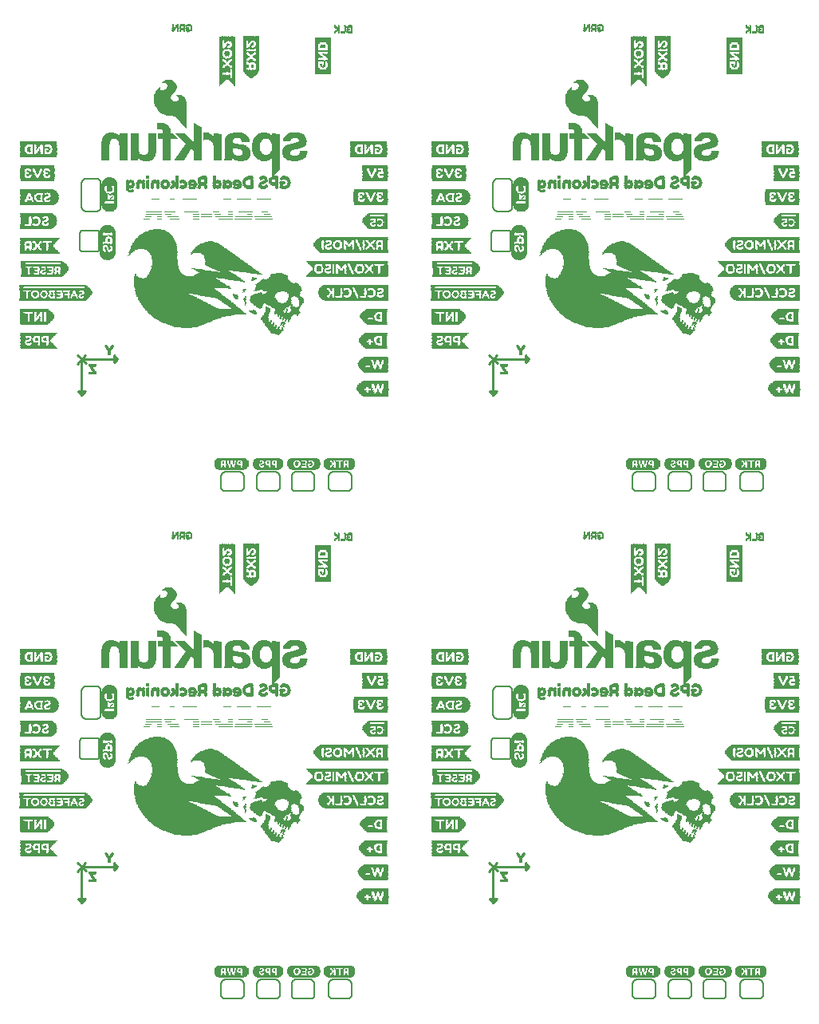
<source format=gbo>
G04 EAGLE Gerber RS-274X export*
G75*
%MOMM*%
%FSLAX34Y34*%
%LPD*%
%INSilkscreen Bottom*%
%IPPOS*%
%AMOC8*
5,1,8,0,0,1.08239X$1,22.5*%
G01*
%ADD10C,0.254000*%
%ADD11C,0.203200*%
%ADD12C,0.152400*%
%ADD13R,3.640000X0.040000*%
%ADD14R,0.720000X0.040000*%
%ADD15R,1.800000X0.040000*%
%ADD16R,0.600000X0.040000*%
%ADD17R,0.280000X0.040000*%
%ADD18R,0.560000X0.040000*%
%ADD19R,0.200000X0.040000*%
%ADD20R,0.520000X0.040000*%
%ADD21R,0.160000X0.040000*%
%ADD22R,0.480000X0.040000*%
%ADD23R,0.120000X0.040000*%
%ADD24R,0.080000X0.040000*%
%ADD25R,0.440000X0.040000*%
%ADD26R,0.400000X0.040000*%
%ADD27R,0.360000X0.040000*%
%ADD28R,0.320000X0.040000*%
%ADD29R,0.240000X0.040000*%
%ADD30R,0.880000X0.040000*%
%ADD31R,0.040000X0.040000*%
%ADD32R,0.760000X0.040000*%
%ADD33R,0.640000X0.040000*%
%ADD34R,3.880000X0.040000*%
%ADD35R,0.840000X0.040000*%
%ADD36R,2.800000X0.040000*%
%ADD37R,0.680000X0.040000*%
%ADD38R,0.800000X0.040000*%
%ADD39R,2.680000X0.040000*%
%ADD40R,1.320000X0.040000*%
%ADD41R,0.040000X3.880000*%
%ADD42R,0.040000X0.840000*%
%ADD43R,0.040000X2.800000*%
%ADD44R,0.040000X0.760000*%
%ADD45R,0.040000X0.320000*%
%ADD46R,0.040000X0.480000*%
%ADD47R,0.040000X0.160000*%
%ADD48R,0.040000X0.680000*%
%ADD49R,0.040000X0.200000*%
%ADD50R,0.040000X0.400000*%
%ADD51R,0.040000X0.120000*%
%ADD52R,0.040000X0.640000*%
%ADD53R,0.040000X0.360000*%
%ADD54R,0.040000X0.560000*%
%ADD55R,0.040000X0.600000*%
%ADD56R,0.040000X0.520000*%
%ADD57R,0.040000X0.280000*%
%ADD58R,0.040000X0.240000*%
%ADD59R,0.040000X0.720000*%
%ADD60R,0.040000X0.440000*%
%ADD61R,0.040000X0.080000*%
%ADD62R,0.040000X0.800000*%
%ADD63R,0.040000X3.760000*%
%ADD64R,0.040000X3.800000*%
%ADD65R,0.040000X3.920000*%
%ADD66R,0.040000X3.960000*%
%ADD67R,0.040000X4.000000*%
%ADD68R,0.040000X4.040000*%
%ADD69R,0.040000X1.480000*%
%ADD70R,0.040000X0.880000*%
%ADD71R,0.040000X5.240000*%
%ADD72R,0.040000X5.200000*%
%ADD73R,0.040000X5.160000*%
%ADD74R,0.040000X5.120000*%
%ADD75R,0.040000X5.080000*%
%ADD76R,0.040000X5.040000*%
%ADD77R,0.040000X5.000000*%
%ADD78R,0.040000X1.680000*%
%ADD79R,0.040000X0.960000*%
%ADD80R,0.040000X2.520000*%
%ADD81R,0.040000X2.760000*%
%ADD82R,0.040000X2.920000*%
%ADD83R,0.040000X3.080000*%
%ADD84R,0.040000X3.160000*%
%ADD85R,0.040000X3.240000*%
%ADD86R,0.040000X3.320000*%
%ADD87R,0.040000X2.240000*%
%ADD88R,0.040000X0.920000*%
%ADD89R,0.040000X1.000000*%
%ADD90R,0.040000X1.080000*%
%ADD91R,0.040000X1.240000*%
%ADD92R,0.040000X1.320000*%
%ADD93R,0.040000X2.440000*%
%ADD94R,0.040000X2.680000*%
%ADD95R,0.040000X2.840000*%
%ADD96R,0.040000X3.000000*%
%ADD97R,0.040000X1.440000*%
%ADD98R,0.040000X1.520000*%
%ADD99R,0.040000X1.040000*%
%ADD100R,0.040000X1.160000*%
%ADD101R,2.490000X0.030000*%
%ADD102R,2.670000X0.030000*%
%ADD103R,2.760000X0.020000*%
%ADD104R,2.850000X0.040000*%
%ADD105R,2.910000X0.030000*%
%ADD106R,2.970000X0.030000*%
%ADD107R,3.030000X0.020000*%
%ADD108R,2.430000X0.030000*%
%ADD109R,0.600000X0.030000*%
%ADD110R,0.570000X0.040000*%
%ADD111R,0.150000X0.040000*%
%ADD112R,0.090000X0.040000*%
%ADD113R,0.270000X0.040000*%
%ADD114R,0.570000X0.030000*%
%ADD115R,0.120000X0.030000*%
%ADD116R,0.060000X0.030000*%
%ADD117R,0.240000X0.030000*%
%ADD118R,0.090000X0.030000*%
%ADD119R,0.180000X0.030000*%
%ADD120R,0.630000X0.030000*%
%ADD121R,0.150000X0.030000*%
%ADD122R,0.630000X0.040000*%
%ADD123R,0.060000X0.040000*%
%ADD124R,0.330000X0.030000*%
%ADD125R,0.660000X0.030000*%
%ADD126R,0.300000X0.030000*%
%ADD127R,0.720000X0.030000*%
%ADD128R,0.750000X0.030000*%
%ADD129R,0.660000X0.040000*%
%ADD130R,0.300000X0.040000*%
%ADD131R,0.330000X0.040000*%
%ADD132R,0.030000X0.040000*%
%ADD133R,0.780000X0.040000*%
%ADD134R,0.810000X0.030000*%
%ADD135R,0.840000X0.030000*%
%ADD136R,0.210000X0.030000*%
%ADD137R,0.870000X0.030000*%
%ADD138R,0.900000X0.040000*%
%ADD139R,0.900000X0.030000*%
%ADD140R,0.360000X0.030000*%
%ADD141R,0.810000X0.040000*%
%ADD142R,0.030000X0.030000*%
%ADD143R,0.780000X0.030000*%
%ADD144R,0.690000X0.030000*%
%ADD145R,0.210000X0.040000*%
%ADD146R,0.390000X0.030000*%
%ADD147R,0.270000X0.030000*%
%ADD148R,3.030000X0.030000*%
%ADD149R,2.850000X0.030000*%
%ADD150R,2.730000X0.030000*%
%ADD151R,2.310000X0.030000*%
%ADD152R,2.610000X0.020000*%
%ADD153R,2.730000X0.040000*%
%ADD154R,2.790000X0.030000*%
%ADD155R,2.910000X0.020000*%
%ADD156R,2.070000X0.030000*%
%ADD157R,1.020000X0.030000*%
%ADD158R,0.990000X0.040000*%
%ADD159R,0.930000X0.030000*%
%ADD160R,0.690000X0.040000*%
%ADD161R,0.420000X0.030000*%
%ADD162R,0.180000X0.040000*%
%ADD163R,0.540000X0.040000*%
%ADD164R,0.510000X0.030000*%
%ADD165R,0.480000X0.030000*%
%ADD166R,0.510000X0.040000*%
%ADD167R,0.540000X0.030000*%
%ADD168R,2.610000X0.030000*%
%ADD169R,3.090000X0.020000*%
%ADD170R,3.150000X0.040000*%
%ADD171R,3.210000X0.030000*%
%ADD172R,3.270000X0.030000*%
%ADD173R,3.330000X0.020000*%
%ADD174R,1.260000X0.030000*%
%ADD175R,1.290000X0.030000*%
%ADD176R,3.330000X0.030000*%
%ADD177R,3.150000X0.030000*%
%ADD178R,3.090000X0.030000*%
%ADD179R,1.440000X0.080000*%
%ADD180R,0.810000X0.080000*%
%ADD181R,0.540000X0.080000*%
%ADD182R,0.900000X0.080000*%
%ADD183R,1.800000X0.090000*%
%ADD184R,1.350000X0.090000*%
%ADD185R,0.900000X0.090000*%
%ADD186R,1.890000X0.090000*%
%ADD187R,1.530000X0.090000*%
%ADD188R,1.170000X0.090000*%
%ADD189R,1.620000X0.090000*%
%ADD190R,1.710000X0.090000*%
%ADD191R,1.440000X0.090000*%
%ADD192R,1.710000X0.100000*%
%ADD193R,1.800000X0.100000*%
%ADD194R,1.890000X0.100000*%
%ADD195R,0.630000X0.100000*%
%ADD196R,0.720000X0.100000*%
%ADD197R,0.720000X0.090000*%
%ADD198R,0.540000X0.090000*%
%ADD199R,0.810000X0.090000*%
%ADD200R,0.630000X0.090000*%
%ADD201R,0.810000X0.100000*%
%ADD202R,0.540000X0.100000*%
%ADD203R,1.260000X0.090000*%
%ADD204R,1.440000X0.100000*%
%ADD205R,1.530000X0.100000*%
%ADD206R,1.350000X0.100000*%
%ADD207R,0.720000X0.080000*%
%ADD208R,0.630000X0.080000*%
%ADD209R,1.530000X0.080000*%
%ADD210R,1.260000X0.080000*%
%ADD211R,1.710000X0.080000*%
%ADD212R,1.080000X0.090000*%
%ADD213R,0.090000X0.090000*%
%ADD214R,1.620000X0.080000*%
%ADD215R,1.800000X0.080000*%
%ADD216R,1.170000X0.080000*%
%ADD217R,1.890000X0.080000*%
%ADD218R,1.080000X0.080000*%
%ADD219R,0.450000X0.090000*%
%ADD220R,0.360000X0.090000*%
%ADD221R,0.390000X0.040000*%
%ADD222R,0.450000X0.040000*%
%ADD223R,0.450000X0.030000*%
%ADD224R,0.420000X0.040000*%
%ADD225R,2.960000X0.040000*%
%ADD226R,3.000000X0.040000*%
%ADD227R,3.080000X0.040000*%
%ADD228R,3.120000X0.040000*%
%ADD229R,3.160000X0.040000*%
%ADD230R,3.200000X0.040000*%
%ADD231R,3.240000X0.040000*%
%ADD232R,3.280000X0.040000*%
%ADD233R,3.840000X0.040000*%
%ADD234R,3.800000X0.040000*%
%ADD235R,3.760000X0.040000*%
%ADD236R,3.720000X0.040000*%
%ADD237R,3.680000X0.040000*%
%ADD238R,2.640000X0.040000*%
%ADD239R,0.960000X0.040000*%
%ADD240R,0.920000X0.040000*%
%ADD241R,2.000000X0.040000*%
%ADD242R,2.040000X0.040000*%
%ADD243R,2.120000X0.040000*%
%ADD244R,2.160000X0.040000*%
%ADD245R,2.440000X0.040000*%
%ADD246R,2.480000X0.040000*%
%ADD247R,2.520000X0.040000*%
%ADD248R,2.560000X0.040000*%
%ADD249R,1.240000X0.040000*%
%ADD250R,1.200000X0.040000*%
%ADD251R,1.080000X0.040000*%
%ADD252R,2.200000X0.040000*%
%ADD253R,7.200000X0.040000*%
%ADD254R,7.240000X0.040000*%
%ADD255R,7.320000X0.040000*%
%ADD256R,7.360000X0.040000*%
%ADD257R,7.400000X0.040000*%
%ADD258R,7.440000X0.040000*%
%ADD259R,4.080000X0.040000*%
%ADD260R,1.440000X0.040000*%
%ADD261R,1.120000X0.040000*%
%ADD262R,4.480000X0.040000*%
%ADD263R,2.840000X0.040000*%
%ADD264R,8.680000X0.040000*%
%ADD265R,8.640000X0.040000*%
%ADD266R,8.600000X0.040000*%
%ADD267R,8.560000X0.040000*%
%ADD268R,8.520000X0.040000*%
%ADD269R,8.480000X0.040000*%
%ADD270R,4.200000X0.040000*%
%ADD271R,1.560000X0.040000*%
%ADD272R,1.000000X0.040000*%
%ADD273R,1.960000X0.040000*%
%ADD274R,3.600000X0.040000*%
%ADD275R,4.640000X0.040000*%
%ADD276R,4.680000X0.040000*%
%ADD277R,6.800000X0.040000*%
%ADD278R,6.920000X0.040000*%
%ADD279R,7.000000X0.040000*%
%ADD280R,7.080000X0.040000*%
%ADD281R,7.120000X0.040000*%
%ADD282R,7.160000X0.040000*%
%ADD283R,3.440000X0.040000*%
%ADD284R,1.680000X0.040000*%
%ADD285R,1.880000X0.040000*%
%ADD286R,1.040000X0.040000*%
%ADD287R,1.160000X0.040000*%
%ADD288R,3.320000X0.040000*%
%ADD289R,3.520000X0.040000*%
%ADD290R,3.560000X0.040000*%
%ADD291R,3.920000X0.040000*%
%ADD292R,1.360000X0.040000*%
%ADD293R,4.160000X0.040000*%
%ADD294R,4.120000X0.040000*%
%ADD295R,4.040000X0.040000*%
%ADD296R,4.000000X0.040000*%
%ADD297R,3.960000X0.040000*%
%ADD298R,1.400000X0.040000*%
%ADD299R,4.400000X0.040000*%
%ADD300R,4.440000X0.040000*%
%ADD301R,4.520000X0.040000*%
%ADD302R,4.560000X0.040000*%
%ADD303R,4.840000X0.040000*%
%ADD304R,4.880000X0.040000*%
%ADD305R,4.920000X0.040000*%
%ADD306R,4.960000X0.040000*%
%ADD307R,4.600000X0.040000*%
%ADD308R,7.040000X0.040000*%
%ADD309R,7.480000X0.040000*%
%ADD310R,7.520000X0.040000*%
%ADD311R,7.560000X0.040000*%
%ADD312R,7.600000X0.040000*%
%ADD313R,3.030000X0.040000*%
%ADD314R,3.210000X0.020000*%
%ADD315R,0.750000X0.040000*%
%ADD316R,0.250000X0.050000*%
%ADD317R,0.200000X0.050000*%
%ADD318R,0.350000X0.050000*%
%ADD319R,0.500000X0.050000*%
%ADD320R,0.450000X0.050000*%
%ADD321R,0.300000X0.050000*%
%ADD322R,0.600000X0.050000*%
%ADD323R,0.750000X0.050000*%
%ADD324R,0.800000X0.050000*%
%ADD325R,0.850000X0.050000*%
%ADD326R,0.700000X0.050000*%
%ADD327R,0.900000X0.050000*%
%ADD328R,0.950000X0.050000*%
%ADD329R,1.000000X0.050000*%
%ADD330R,0.100000X0.050000*%
%ADD331R,1.050000X0.050000*%
%ADD332R,0.400000X0.050000*%
%ADD333R,0.150000X0.050000*%
%ADD334R,0.050000X0.050000*%
%ADD335R,0.650000X0.050000*%
%ADD336R,0.550000X0.050000*%
%ADD337R,0.350000X0.060000*%
%ADD338R,0.550000X0.060000*%
%ADD339R,0.950000X0.060000*%
%ADD340R,0.650000X0.060000*%
%ADD341R,0.300000X0.060000*%
%ADD342R,0.400000X0.060000*%
%ADD343R,0.100000X0.060000*%
%ADD344R,0.700000X0.060000*%
%ADD345R,0.500000X0.060000*%
%ADD346R,1.050000X0.060000*%
%ADD347R,0.450000X0.060000*%
%ADD348R,0.250000X0.060000*%
%ADD349R,0.750000X0.060000*%
%ADD350R,0.900000X0.060000*%
%ADD351R,0.800000X0.060000*%
%ADD352R,0.600000X0.060000*%
%ADD353R,0.700000X0.040000*%
%ADD354R,0.790000X0.050000*%
%ADD355R,1.240000X0.050000*%
%ADD356R,1.630000X0.050000*%
%ADD357R,1.880000X0.050000*%
%ADD358R,2.370000X0.050000*%
%ADD359R,2.570000X0.050000*%
%ADD360R,2.720000X0.050000*%
%ADD361R,2.820000X0.050000*%
%ADD362R,2.970000X0.050000*%
%ADD363R,3.120000X0.050000*%
%ADD364R,3.210000X0.050000*%
%ADD365R,3.350000X0.050000*%
%ADD366R,3.450000X0.050000*%
%ADD367R,3.550000X0.050000*%
%ADD368R,3.650000X0.050000*%
%ADD369R,3.750000X0.050000*%
%ADD370R,3.800000X0.050000*%
%ADD371R,3.900000X0.050000*%
%ADD372R,3.950000X0.050000*%
%ADD373R,4.050000X0.040000*%
%ADD374R,4.100000X0.050000*%
%ADD375R,4.200000X0.050000*%
%ADD376R,4.250000X0.050000*%
%ADD377R,4.300000X0.050000*%
%ADD378R,4.350000X0.050000*%
%ADD379R,0.540000X0.050000*%
%ADD380R,4.400000X0.050000*%
%ADD381R,1.040000X0.050000*%
%ADD382R,4.450000X0.050000*%
%ADD383R,1.280000X0.050000*%
%ADD384R,4.500000X0.050000*%
%ADD385R,1.580000X0.050000*%
%ADD386R,4.550000X0.050000*%
%ADD387R,1.830000X0.050000*%
%ADD388R,4.590000X0.050000*%
%ADD389R,2.020000X0.050000*%
%ADD390R,4.640000X0.050000*%
%ADD391R,2.170000X0.050000*%
%ADD392R,4.690000X0.050000*%
%ADD393R,2.320000X0.050000*%
%ADD394R,4.740000X0.050000*%
%ADD395R,2.470000X0.050000*%
%ADD396R,2.620000X0.050000*%
%ADD397R,4.790000X0.050000*%
%ADD398R,2.770000X0.050000*%
%ADD399R,4.840000X0.050000*%
%ADD400R,2.860000X0.040000*%
%ADD401R,3.010000X0.050000*%
%ADD402R,4.890000X0.050000*%
%ADD403R,3.110000X0.050000*%
%ADD404R,3.260000X0.050000*%
%ADD405R,4.940000X0.050000*%
%ADD406R,3.360000X0.050000*%
%ADD407R,3.460000X0.050000*%
%ADD408R,0.840000X0.050000*%
%ADD409R,3.610000X0.050000*%
%ADD410R,3.310000X0.050000*%
%ADD411R,0.740000X0.050000*%
%ADD412R,3.710000X0.050000*%
%ADD413R,0.590000X0.050000*%
%ADD414R,3.850000X0.050000*%
%ADD415R,0.490000X0.050000*%
%ADD416R,4.000000X0.050000*%
%ADD417R,3.070000X0.050000*%
%ADD418R,0.390000X0.050000*%
%ADD419R,4.140000X0.050000*%
%ADD420R,3.020000X0.050000*%
%ADD421R,4.190000X0.050000*%
%ADD422R,3.400000X0.050000*%
%ADD423R,0.440000X0.050000*%
%ADD424R,2.920000X0.050000*%
%ADD425R,0.240000X0.050000*%
%ADD426R,2.870000X0.050000*%
%ADD427R,3.310000X0.040000*%
%ADD428R,2.870000X0.040000*%
%ADD429R,3.410000X0.050000*%
%ADD430R,3.510000X0.050000*%
%ADD431R,3.600000X0.050000*%
%ADD432R,3.700000X0.050000*%
%ADD433R,4.050000X0.050000*%
%ADD434R,4.150000X0.040000*%
%ADD435R,2.770000X0.040000*%
%ADD436R,4.340000X0.050000*%
%ADD437R,4.440000X0.050000*%
%ADD438R,4.490000X0.050000*%
%ADD439R,4.540000X0.050000*%
%ADD440R,2.860000X0.050000*%
%ADD441R,2.910000X0.050000*%
%ADD442R,2.960000X0.050000*%
%ADD443R,4.290000X0.050000*%
%ADD444R,0.290000X0.050000*%
%ADD445R,4.190000X0.040000*%
%ADD446R,0.550000X0.040000*%
%ADD447R,3.010000X0.040000*%
%ADD448R,4.150000X0.050000*%
%ADD449R,1.090000X0.050000*%
%ADD450R,3.060000X0.050000*%
%ADD451R,1.140000X0.050000*%
%ADD452R,1.380000X0.050000*%
%ADD453R,1.530000X0.050000*%
%ADD454R,3.160000X0.050000*%
%ADD455R,1.980000X0.050000*%
%ADD456R,1.780000X0.050000*%
%ADD457R,1.680000X0.050000*%
%ADD458R,1.080000X0.050000*%
%ADD459R,2.070000X0.050000*%
%ADD460R,1.390000X0.050000*%
%ADD461R,0.690000X0.050000*%
%ADD462R,3.560000X0.050000*%
%ADD463R,0.140000X0.050000*%
%ADD464R,3.760000X0.050000*%
%ADD465R,3.860000X0.050000*%
%ADD466R,1.930000X0.040000*%
%ADD467R,9.630000X0.040000*%
%ADD468R,9.770000X0.050000*%
%ADD469R,9.870000X0.050000*%
%ADD470R,2.030000X0.050000*%
%ADD471R,7.460000X0.050000*%
%ADD472R,2.080000X0.050000*%
%ADD473R,7.600000X0.050000*%
%ADD474R,1.730000X0.050000*%
%ADD475R,8.740000X0.050000*%
%ADD476R,1.480000X0.050000*%
%ADD477R,8.840000X0.050000*%
%ADD478R,1.190000X0.050000*%
%ADD479R,8.940000X0.050000*%
%ADD480R,0.190000X0.050000*%
%ADD481R,0.990000X0.050000*%
%ADD482R,8.990000X0.050000*%
%ADD483R,9.090000X0.050000*%
%ADD484R,9.140000X0.050000*%
%ADD485R,9.240000X0.050000*%
%ADD486R,9.340000X0.050000*%
%ADD487R,9.390000X0.050000*%
%ADD488R,9.480000X0.050000*%
%ADD489R,9.580000X0.050000*%
%ADD490R,9.630000X0.050000*%
%ADD491R,4.540000X0.040000*%
%ADD492R,9.730000X0.040000*%
%ADD493R,9.830000X0.050000*%
%ADD494R,9.880000X0.050000*%
%ADD495R,9.980000X0.050000*%
%ADD496R,10.080000X0.050000*%
%ADD497R,10.130000X0.050000*%
%ADD498R,10.180000X0.050000*%
%ADD499R,8.450000X0.050000*%
%ADD500R,4.990000X0.050000*%
%ADD501R,8.550000X0.050000*%
%ADD502R,0.340000X0.050000*%
%ADD503R,8.590000X0.050000*%
%ADD504R,8.640000X0.050000*%
%ADD505R,1.290000X0.050000*%
%ADD506R,8.790000X0.050000*%
%ADD507R,1.530000X0.040000*%
%ADD508R,1.130000X0.040000*%
%ADD509R,0.100000X0.040000*%
%ADD510R,8.840000X0.040000*%
%ADD511R,1.130000X0.050000*%
%ADD512R,0.090000X0.050000*%
%ADD513R,1.330000X0.050000*%
%ADD514R,1.180000X0.050000*%
%ADD515R,5.530000X0.050000*%
%ADD516R,5.580000X0.050000*%
%ADD517R,0.890000X0.050000*%
%ADD518R,5.630000X0.050000*%
%ADD519R,5.780000X0.050000*%
%ADD520R,2.420000X0.050000*%
%ADD521R,5.830000X0.050000*%
%ADD522R,2.270000X0.050000*%
%ADD523R,5.930000X0.050000*%
%ADD524R,0.040000X0.050000*%
%ADD525R,6.020000X0.050000*%
%ADD526R,1.820000X0.050000*%
%ADD527R,6.070000X0.050000*%
%ADD528R,6.170000X0.050000*%
%ADD529R,1.430000X0.050000*%
%ADD530R,6.220000X0.050000*%
%ADD531R,2.670000X0.050000*%
%ADD532R,1.230000X0.050000*%
%ADD533R,6.320000X0.050000*%
%ADD534R,6.370000X0.050000*%
%ADD535R,6.470000X0.050000*%
%ADD536R,0.500000X0.040000*%
%ADD537R,0.340000X0.040000*%
%ADD538R,2.760000X0.040000*%
%ADD539R,0.290000X0.040000*%
%ADD540R,6.520000X0.040000*%
%ADD541R,2.810000X0.050000*%
%ADD542R,6.610000X0.050000*%
%ADD543R,6.660000X0.050000*%
%ADD544R,6.760000X0.050000*%
%ADD545R,0.980000X0.050000*%
%ADD546R,6.810000X0.050000*%
%ADD547R,6.910000X0.050000*%
%ADD548R,0.930000X0.050000*%
%ADD549R,7.010000X0.050000*%
%ADD550R,0.940000X0.050000*%
%ADD551R,7.070000X0.050000*%
%ADD552R,2.760000X0.050000*%
%ADD553R,7.160000X0.050000*%
%ADD554R,2.660000X0.050000*%
%ADD555R,7.260000X0.050000*%
%ADD556R,7.310000X0.050000*%
%ADD557R,2.560000X0.050000*%
%ADD558R,2.520000X0.050000*%
%ADD559R,7.360000X0.050000*%
%ADD560R,7.510000X0.050000*%
%ADD561R,7.660000X0.050000*%
%ADD562R,7.700000X0.050000*%
%ADD563R,7.750000X0.050000*%
%ADD564R,7.800000X0.050000*%
%ADD565R,1.030000X0.050000*%
%ADD566R,10.170000X0.050000*%
%ADD567R,10.220000X0.050000*%
%ADD568R,0.640000X0.050000*%
%ADD569R,10.230000X0.050000*%
%ADD570R,10.280000X0.050000*%
%ADD571R,10.270000X0.050000*%
%ADD572R,1.780000X0.040000*%
%ADD573R,0.590000X0.040000*%
%ADD574R,9.780000X0.040000*%
%ADD575R,8.890000X0.050000*%
%ADD576R,8.440000X0.050000*%
%ADD577R,8.100000X0.050000*%
%ADD578R,7.500000X0.050000*%
%ADD579R,0.880000X0.050000*%
%ADD580R,7.060000X0.050000*%
%ADD581R,6.860000X0.050000*%
%ADD582R,0.830000X0.050000*%
%ADD583R,6.620000X0.050000*%
%ADD584R,6.420000X0.050000*%
%ADD585R,6.180000X0.050000*%
%ADD586R,6.030000X0.050000*%
%ADD587R,5.330000X0.050000*%
%ADD588R,5.180000X0.050000*%
%ADD589R,0.890000X0.040000*%
%ADD590R,4.930000X0.040000*%
%ADD591R,1.970000X0.050000*%
%ADD592R,1.090000X0.040000*%
%ADD593R,1.440000X0.050000*%
%ADD594R,1.340000X0.050000*%
%ADD595R,2.320000X0.040000*%
%ADD596R,2.360000X0.040000*%
%ADD597R,2.600000X0.040000*%
%ADD598R,1.640000X0.040000*%
%ADD599R,1.600000X0.040000*%
%ADD600R,2.720000X0.040000*%
%ADD601R,2.880000X0.040000*%
%ADD602R,2.920000X0.040000*%
%ADD603R,1.520000X0.040000*%
%ADD604R,2.280000X0.040000*%
%ADD605R,2.400000X0.040000*%
%ADD606R,1.480000X0.040000*%
%ADD607R,1.280000X0.040000*%

G36*
X633934Y929100D02*
X633934Y929100D01*
X634021Y929103D01*
X634021Y929104D01*
X634022Y929104D01*
X634097Y929145D01*
X634173Y929186D01*
X634173Y929187D01*
X634174Y929187D01*
X634225Y929259D01*
X634273Y929328D01*
X634273Y929329D01*
X634274Y929336D01*
X634300Y929470D01*
X634300Y957070D01*
X634296Y957090D01*
X634297Y957117D01*
X634097Y958717D01*
X634086Y958749D01*
X634078Y958798D01*
X633578Y960198D01*
X633570Y960210D01*
X633566Y960227D01*
X633066Y961327D01*
X633048Y961351D01*
X633032Y961388D01*
X632332Y962388D01*
X632313Y962405D01*
X632302Y962424D01*
X632280Y962440D01*
X632253Y962470D01*
X631353Y963170D01*
X631342Y963175D01*
X631331Y963186D01*
X630431Y963786D01*
X630400Y963798D01*
X630361Y963823D01*
X629361Y964223D01*
X629346Y964225D01*
X629329Y964234D01*
X628329Y964534D01*
X628310Y964535D01*
X628288Y964544D01*
X627188Y964744D01*
X627159Y964743D01*
X627120Y964750D01*
X625420Y964750D01*
X625397Y964745D01*
X625366Y964746D01*
X624666Y964646D01*
X624633Y964633D01*
X624579Y964623D01*
X624089Y964427D01*
X623858Y964350D01*
X623720Y964350D01*
X623551Y964311D01*
X623418Y964201D01*
X623347Y964042D01*
X623353Y963869D01*
X623436Y963717D01*
X623578Y963617D01*
X623699Y963594D01*
X623909Y963454D01*
X623940Y963442D01*
X624028Y963401D01*
X624353Y963320D01*
X624692Y963066D01*
X624708Y963059D01*
X624724Y963044D01*
X625684Y962468D01*
X626018Y962134D01*
X626272Y961710D01*
X626440Y961208D01*
X626440Y960632D01*
X626271Y960126D01*
X625906Y959488D01*
X625459Y958951D01*
X624830Y958502D01*
X623992Y958129D01*
X622981Y957853D01*
X621481Y957947D01*
X620067Y958324D01*
X618981Y958958D01*
X618254Y959958D01*
X617806Y961033D01*
X617895Y962284D01*
X618449Y963669D01*
X619698Y965111D01*
X621389Y966801D01*
X621403Y966823D01*
X621428Y966847D01*
X622728Y968647D01*
X622734Y968662D01*
X622748Y968677D01*
X623748Y970377D01*
X623759Y970414D01*
X623791Y970488D01*
X624191Y972288D01*
X624191Y972321D01*
X624200Y972370D01*
X624200Y974070D01*
X624191Y974108D01*
X624183Y974183D01*
X623683Y975783D01*
X623663Y975817D01*
X623633Y975885D01*
X622533Y977485D01*
X622506Y977510D01*
X622472Y977555D01*
X620772Y979055D01*
X620737Y979074D01*
X620684Y979113D01*
X618384Y980213D01*
X618351Y980220D01*
X618304Y980241D01*
X616104Y980741D01*
X616066Y980741D01*
X616001Y980750D01*
X614001Y980650D01*
X613975Y980642D01*
X613938Y980641D01*
X612138Y980241D01*
X612107Y980227D01*
X612059Y980215D01*
X610559Y979515D01*
X610555Y979512D01*
X610550Y979510D01*
X610016Y979243D01*
X609350Y978910D01*
X609328Y978892D01*
X609292Y978874D01*
X608492Y978274D01*
X608477Y978256D01*
X608451Y978239D01*
X608251Y978039D01*
X608238Y978017D01*
X608218Y978001D01*
X608192Y977944D01*
X608160Y977892D01*
X608157Y977866D01*
X608147Y977842D01*
X608149Y977781D01*
X608143Y977719D01*
X608152Y977695D01*
X608153Y977669D01*
X608183Y977615D01*
X608205Y977557D01*
X608224Y977540D01*
X608236Y977517D01*
X608287Y977482D01*
X608332Y977440D01*
X608357Y977432D01*
X608378Y977417D01*
X608462Y977401D01*
X608498Y977390D01*
X608508Y977392D01*
X608520Y977390D01*
X608620Y977390D01*
X608656Y977398D01*
X608712Y977401D01*
X609098Y977498D01*
X609651Y977590D01*
X610296Y977590D01*
X611035Y977497D01*
X611874Y977218D01*
X612608Y976851D01*
X613248Y976302D01*
X613709Y975749D01*
X613972Y975310D01*
X614140Y974808D01*
X614140Y973732D01*
X613971Y973226D01*
X613599Y972576D01*
X613129Y971917D01*
X611974Y970761D01*
X611315Y970291D01*
X610640Y969905D01*
X610304Y969737D01*
X609868Y969519D01*
X609125Y969241D01*
X608493Y969150D01*
X607998Y969150D01*
X607417Y969399D01*
X607023Y969715D01*
X606772Y970216D01*
X606600Y970732D01*
X606600Y971708D01*
X606681Y971950D01*
X606683Y971971D01*
X606689Y971986D01*
X606688Y972009D01*
X606700Y972070D01*
X606700Y972270D01*
X606686Y972333D01*
X606678Y972397D01*
X606666Y972416D01*
X606661Y972439D01*
X606620Y972489D01*
X606585Y972543D01*
X606565Y972555D01*
X606551Y972572D01*
X606492Y972599D01*
X606437Y972632D01*
X606414Y972634D01*
X606392Y972643D01*
X606328Y972641D01*
X606264Y972646D01*
X606239Y972637D01*
X606219Y972637D01*
X606186Y972618D01*
X606127Y972598D01*
X604427Y971598D01*
X604399Y971571D01*
X604343Y971531D01*
X602743Y969831D01*
X602727Y969802D01*
X602695Y969768D01*
X601295Y967468D01*
X601285Y967436D01*
X601261Y967394D01*
X600261Y964494D01*
X600258Y964466D01*
X600244Y964429D01*
X599744Y961229D01*
X599747Y961196D01*
X599740Y961148D01*
X599940Y957648D01*
X599950Y957617D01*
X599953Y957571D01*
X600953Y953871D01*
X600970Y953839D01*
X600988Y953785D01*
X602988Y950185D01*
X603005Y950167D01*
X603020Y950137D01*
X604420Y948337D01*
X604432Y948327D01*
X604443Y948310D01*
X605943Y946710D01*
X605961Y946698D01*
X605978Y946676D01*
X607678Y945276D01*
X607697Y945267D01*
X607717Y945249D01*
X609617Y944049D01*
X609645Y944039D01*
X609679Y944017D01*
X611679Y943217D01*
X611691Y943215D01*
X611705Y943208D01*
X613905Y942508D01*
X613934Y942505D01*
X613973Y942493D01*
X616373Y942193D01*
X616394Y942195D01*
X616420Y942190D01*
X620173Y942190D01*
X621287Y941911D01*
X622232Y941439D01*
X623289Y940766D01*
X624251Y939900D01*
X625239Y938814D01*
X625240Y938813D01*
X625241Y938812D01*
X626435Y937518D01*
X627631Y936123D01*
X627637Y936119D01*
X627641Y936112D01*
X628840Y934813D01*
X631040Y932413D01*
X631928Y931426D01*
X632620Y930537D01*
X632626Y930531D01*
X632631Y930523D01*
X633223Y929832D01*
X633495Y929469D01*
X633579Y929301D01*
X633580Y929300D01*
X633632Y929237D01*
X633689Y929168D01*
X633690Y929167D01*
X633691Y929167D01*
X633766Y929133D01*
X633848Y929097D01*
X633849Y929096D01*
X633934Y929100D01*
G37*
G36*
X197054Y929100D02*
X197054Y929100D01*
X197141Y929103D01*
X197141Y929104D01*
X197142Y929104D01*
X197217Y929145D01*
X197293Y929186D01*
X197293Y929187D01*
X197294Y929187D01*
X197345Y929259D01*
X197393Y929328D01*
X197393Y929329D01*
X197394Y929336D01*
X197420Y929470D01*
X197420Y957070D01*
X197416Y957090D01*
X197417Y957117D01*
X197217Y958717D01*
X197206Y958749D01*
X197198Y958798D01*
X196698Y960198D01*
X196690Y960210D01*
X196686Y960227D01*
X196186Y961327D01*
X196168Y961351D01*
X196152Y961388D01*
X195452Y962388D01*
X195433Y962405D01*
X195422Y962424D01*
X195400Y962440D01*
X195373Y962470D01*
X194473Y963170D01*
X194462Y963175D01*
X194451Y963186D01*
X193551Y963786D01*
X193520Y963798D01*
X193481Y963823D01*
X192481Y964223D01*
X192466Y964225D01*
X192449Y964234D01*
X191449Y964534D01*
X191430Y964535D01*
X191408Y964544D01*
X190308Y964744D01*
X190279Y964743D01*
X190240Y964750D01*
X188540Y964750D01*
X188517Y964745D01*
X188486Y964746D01*
X187786Y964646D01*
X187753Y964633D01*
X187699Y964623D01*
X187209Y964427D01*
X186978Y964350D01*
X186840Y964350D01*
X186671Y964311D01*
X186538Y964201D01*
X186467Y964042D01*
X186473Y963869D01*
X186556Y963717D01*
X186698Y963617D01*
X186819Y963594D01*
X187029Y963454D01*
X187060Y963442D01*
X187148Y963401D01*
X187473Y963320D01*
X187812Y963066D01*
X187828Y963059D01*
X187844Y963044D01*
X188804Y962468D01*
X189138Y962134D01*
X189392Y961710D01*
X189560Y961208D01*
X189560Y960632D01*
X189391Y960126D01*
X189026Y959488D01*
X188579Y958951D01*
X187950Y958502D01*
X187112Y958129D01*
X186101Y957853D01*
X184601Y957947D01*
X183187Y958324D01*
X182101Y958958D01*
X181374Y959958D01*
X180926Y961033D01*
X181015Y962284D01*
X181569Y963669D01*
X182818Y965111D01*
X184509Y966801D01*
X184523Y966823D01*
X184548Y966847D01*
X185848Y968647D01*
X185854Y968662D01*
X185868Y968677D01*
X186868Y970377D01*
X186879Y970414D01*
X186911Y970488D01*
X187311Y972288D01*
X187311Y972321D01*
X187320Y972370D01*
X187320Y974070D01*
X187311Y974108D01*
X187303Y974183D01*
X186803Y975783D01*
X186783Y975817D01*
X186753Y975885D01*
X185653Y977485D01*
X185626Y977510D01*
X185592Y977555D01*
X183892Y979055D01*
X183857Y979074D01*
X183804Y979113D01*
X181504Y980213D01*
X181471Y980220D01*
X181424Y980241D01*
X179224Y980741D01*
X179186Y980741D01*
X179121Y980750D01*
X177121Y980650D01*
X177095Y980642D01*
X177058Y980641D01*
X175258Y980241D01*
X175227Y980227D01*
X175179Y980215D01*
X173679Y979515D01*
X173675Y979512D01*
X173670Y979510D01*
X173136Y979243D01*
X172470Y978910D01*
X172448Y978892D01*
X172412Y978874D01*
X171612Y978274D01*
X171597Y978256D01*
X171571Y978239D01*
X171371Y978039D01*
X171358Y978017D01*
X171338Y978001D01*
X171312Y977944D01*
X171280Y977892D01*
X171277Y977866D01*
X171267Y977842D01*
X171269Y977781D01*
X171263Y977719D01*
X171272Y977695D01*
X171273Y977669D01*
X171303Y977615D01*
X171325Y977557D01*
X171344Y977540D01*
X171356Y977517D01*
X171407Y977482D01*
X171452Y977440D01*
X171477Y977432D01*
X171498Y977417D01*
X171582Y977401D01*
X171618Y977390D01*
X171628Y977392D01*
X171640Y977390D01*
X171740Y977390D01*
X171776Y977398D01*
X171832Y977401D01*
X172218Y977498D01*
X172771Y977590D01*
X173416Y977590D01*
X174155Y977497D01*
X174994Y977218D01*
X175728Y976851D01*
X176368Y976302D01*
X176829Y975749D01*
X177092Y975310D01*
X177260Y974808D01*
X177260Y973732D01*
X177091Y973226D01*
X176719Y972576D01*
X176249Y971917D01*
X175094Y970761D01*
X174435Y970291D01*
X173760Y969905D01*
X173424Y969737D01*
X172988Y969519D01*
X172245Y969241D01*
X171613Y969150D01*
X171118Y969150D01*
X170537Y969399D01*
X170143Y969715D01*
X169892Y970216D01*
X169720Y970732D01*
X169720Y971708D01*
X169801Y971950D01*
X169803Y971971D01*
X169809Y971986D01*
X169808Y972009D01*
X169820Y972070D01*
X169820Y972270D01*
X169806Y972333D01*
X169798Y972397D01*
X169786Y972416D01*
X169781Y972439D01*
X169740Y972489D01*
X169705Y972543D01*
X169685Y972555D01*
X169671Y972572D01*
X169612Y972599D01*
X169557Y972632D01*
X169534Y972634D01*
X169512Y972643D01*
X169448Y972641D01*
X169384Y972646D01*
X169359Y972637D01*
X169339Y972637D01*
X169306Y972618D01*
X169247Y972598D01*
X167547Y971598D01*
X167519Y971571D01*
X167463Y971531D01*
X165863Y969831D01*
X165847Y969802D01*
X165815Y969768D01*
X164415Y967468D01*
X164405Y967436D01*
X164381Y967394D01*
X163381Y964494D01*
X163378Y964466D01*
X163364Y964429D01*
X162864Y961229D01*
X162867Y961196D01*
X162860Y961148D01*
X163060Y957648D01*
X163070Y957617D01*
X163073Y957571D01*
X164073Y953871D01*
X164090Y953839D01*
X164108Y953785D01*
X166108Y950185D01*
X166125Y950167D01*
X166140Y950137D01*
X167540Y948337D01*
X167552Y948327D01*
X167563Y948310D01*
X169063Y946710D01*
X169081Y946698D01*
X169098Y946676D01*
X170798Y945276D01*
X170817Y945267D01*
X170837Y945249D01*
X172737Y944049D01*
X172765Y944039D01*
X172799Y944017D01*
X174799Y943217D01*
X174811Y943215D01*
X174825Y943208D01*
X177025Y942508D01*
X177054Y942505D01*
X177093Y942493D01*
X179493Y942193D01*
X179514Y942195D01*
X179540Y942190D01*
X183293Y942190D01*
X184407Y941911D01*
X185352Y941439D01*
X186409Y940766D01*
X187371Y939900D01*
X188359Y938814D01*
X188360Y938813D01*
X188361Y938812D01*
X189555Y937518D01*
X190751Y936123D01*
X190757Y936119D01*
X190761Y936112D01*
X191960Y934813D01*
X194160Y932413D01*
X195048Y931426D01*
X195740Y930537D01*
X195746Y930531D01*
X195751Y930523D01*
X196343Y929832D01*
X196615Y929469D01*
X196699Y929301D01*
X196700Y929300D01*
X196752Y929237D01*
X196809Y929168D01*
X196810Y929167D01*
X196811Y929167D01*
X196886Y929133D01*
X196968Y929097D01*
X196969Y929096D01*
X197054Y929100D01*
G37*
G36*
X197054Y390620D02*
X197054Y390620D01*
X197141Y390623D01*
X197141Y390624D01*
X197142Y390624D01*
X197217Y390665D01*
X197293Y390706D01*
X197293Y390707D01*
X197294Y390707D01*
X197345Y390779D01*
X197393Y390848D01*
X197393Y390849D01*
X197394Y390856D01*
X197420Y390990D01*
X197420Y418590D01*
X197416Y418610D01*
X197417Y418637D01*
X197217Y420237D01*
X197206Y420269D01*
X197198Y420318D01*
X196698Y421718D01*
X196690Y421730D01*
X196686Y421747D01*
X196186Y422847D01*
X196168Y422871D01*
X196152Y422908D01*
X195452Y423908D01*
X195433Y423925D01*
X195422Y423944D01*
X195400Y423960D01*
X195373Y423990D01*
X194473Y424690D01*
X194462Y424695D01*
X194451Y424706D01*
X193551Y425306D01*
X193520Y425318D01*
X193481Y425343D01*
X192481Y425743D01*
X192466Y425745D01*
X192449Y425754D01*
X191449Y426054D01*
X191430Y426055D01*
X191408Y426064D01*
X190308Y426264D01*
X190279Y426263D01*
X190240Y426270D01*
X188540Y426270D01*
X188517Y426265D01*
X188486Y426266D01*
X187786Y426166D01*
X187753Y426153D01*
X187699Y426143D01*
X187209Y425947D01*
X186978Y425870D01*
X186840Y425870D01*
X186671Y425831D01*
X186538Y425721D01*
X186467Y425562D01*
X186473Y425389D01*
X186556Y425237D01*
X186698Y425137D01*
X186819Y425114D01*
X187029Y424974D01*
X187060Y424962D01*
X187148Y424921D01*
X187473Y424840D01*
X187812Y424586D01*
X187828Y424579D01*
X187844Y424564D01*
X188804Y423988D01*
X189138Y423654D01*
X189392Y423230D01*
X189560Y422728D01*
X189560Y422152D01*
X189391Y421646D01*
X189026Y421008D01*
X188579Y420471D01*
X187950Y420022D01*
X187112Y419649D01*
X186101Y419373D01*
X184601Y419467D01*
X183187Y419844D01*
X182101Y420478D01*
X181374Y421478D01*
X180926Y422553D01*
X181015Y423804D01*
X181569Y425189D01*
X182818Y426631D01*
X184509Y428321D01*
X184523Y428343D01*
X184548Y428367D01*
X185848Y430167D01*
X185854Y430182D01*
X185868Y430197D01*
X186868Y431897D01*
X186879Y431934D01*
X186911Y432008D01*
X187311Y433808D01*
X187311Y433841D01*
X187320Y433890D01*
X187320Y435590D01*
X187311Y435628D01*
X187303Y435703D01*
X186803Y437303D01*
X186783Y437337D01*
X186753Y437405D01*
X185653Y439005D01*
X185626Y439030D01*
X185592Y439075D01*
X183892Y440575D01*
X183857Y440594D01*
X183804Y440633D01*
X181504Y441733D01*
X181471Y441740D01*
X181424Y441761D01*
X179224Y442261D01*
X179186Y442261D01*
X179121Y442270D01*
X177121Y442170D01*
X177095Y442162D01*
X177058Y442161D01*
X175258Y441761D01*
X175227Y441747D01*
X175179Y441735D01*
X173679Y441035D01*
X173675Y441032D01*
X173670Y441030D01*
X173136Y440763D01*
X172470Y440430D01*
X172448Y440412D01*
X172412Y440394D01*
X171612Y439794D01*
X171597Y439776D01*
X171571Y439759D01*
X171371Y439559D01*
X171358Y439537D01*
X171338Y439521D01*
X171312Y439464D01*
X171280Y439412D01*
X171277Y439386D01*
X171267Y439362D01*
X171269Y439301D01*
X171263Y439239D01*
X171272Y439215D01*
X171273Y439189D01*
X171303Y439135D01*
X171325Y439077D01*
X171344Y439060D01*
X171356Y439037D01*
X171407Y439002D01*
X171452Y438960D01*
X171477Y438952D01*
X171498Y438937D01*
X171582Y438921D01*
X171618Y438910D01*
X171628Y438912D01*
X171640Y438910D01*
X171740Y438910D01*
X171776Y438918D01*
X171832Y438921D01*
X172218Y439018D01*
X172771Y439110D01*
X173416Y439110D01*
X174155Y439017D01*
X174994Y438738D01*
X175728Y438371D01*
X176368Y437822D01*
X176829Y437269D01*
X177092Y436830D01*
X177260Y436328D01*
X177260Y435252D01*
X177091Y434746D01*
X176719Y434096D01*
X176249Y433437D01*
X175093Y432281D01*
X174435Y431811D01*
X173760Y431425D01*
X173424Y431257D01*
X172988Y431039D01*
X172245Y430761D01*
X171613Y430670D01*
X171118Y430670D01*
X170537Y430919D01*
X170143Y431235D01*
X169892Y431736D01*
X169720Y432252D01*
X169720Y433228D01*
X169801Y433470D01*
X169803Y433491D01*
X169809Y433506D01*
X169808Y433529D01*
X169820Y433590D01*
X169820Y433790D01*
X169806Y433853D01*
X169798Y433917D01*
X169786Y433936D01*
X169781Y433959D01*
X169740Y434009D01*
X169705Y434063D01*
X169685Y434075D01*
X169671Y434092D01*
X169612Y434119D01*
X169557Y434152D01*
X169534Y434154D01*
X169512Y434163D01*
X169448Y434161D01*
X169384Y434166D01*
X169359Y434157D01*
X169339Y434157D01*
X169306Y434138D01*
X169247Y434118D01*
X167547Y433118D01*
X167519Y433091D01*
X167463Y433051D01*
X165863Y431351D01*
X165847Y431322D01*
X165815Y431288D01*
X164415Y428988D01*
X164405Y428956D01*
X164381Y428914D01*
X163381Y426014D01*
X163378Y425986D01*
X163364Y425949D01*
X162864Y422749D01*
X162867Y422716D01*
X162860Y422668D01*
X163060Y419168D01*
X163070Y419137D01*
X163073Y419091D01*
X164073Y415391D01*
X164090Y415359D01*
X164108Y415305D01*
X166108Y411705D01*
X166125Y411687D01*
X166140Y411657D01*
X167540Y409857D01*
X167552Y409847D01*
X167563Y409830D01*
X169063Y408230D01*
X169081Y408218D01*
X169098Y408196D01*
X170798Y406796D01*
X170817Y406787D01*
X170837Y406769D01*
X172737Y405569D01*
X172765Y405559D01*
X172799Y405537D01*
X174799Y404737D01*
X174811Y404735D01*
X174825Y404728D01*
X177025Y404028D01*
X177054Y404025D01*
X177093Y404013D01*
X179493Y403713D01*
X179514Y403715D01*
X179540Y403710D01*
X183293Y403710D01*
X184407Y403431D01*
X185352Y402959D01*
X186409Y402286D01*
X187371Y401420D01*
X188359Y400334D01*
X188360Y400333D01*
X188361Y400332D01*
X189555Y399038D01*
X190751Y397643D01*
X190757Y397639D01*
X190761Y397632D01*
X191960Y396333D01*
X194160Y393933D01*
X195048Y392946D01*
X195740Y392057D01*
X195746Y392051D01*
X195751Y392043D01*
X196343Y391352D01*
X196615Y390989D01*
X196699Y390821D01*
X196700Y390820D01*
X196752Y390757D01*
X196809Y390688D01*
X196810Y390687D01*
X196811Y390687D01*
X196886Y390653D01*
X196968Y390617D01*
X196969Y390616D01*
X197054Y390620D01*
G37*
G36*
X633934Y390620D02*
X633934Y390620D01*
X634021Y390623D01*
X634021Y390624D01*
X634022Y390624D01*
X634097Y390665D01*
X634173Y390706D01*
X634173Y390707D01*
X634174Y390707D01*
X634225Y390779D01*
X634273Y390848D01*
X634273Y390849D01*
X634274Y390856D01*
X634300Y390990D01*
X634300Y418590D01*
X634296Y418610D01*
X634297Y418637D01*
X634097Y420237D01*
X634086Y420269D01*
X634078Y420318D01*
X633578Y421718D01*
X633570Y421730D01*
X633566Y421747D01*
X633066Y422847D01*
X633048Y422871D01*
X633032Y422908D01*
X632332Y423908D01*
X632313Y423925D01*
X632302Y423944D01*
X632280Y423960D01*
X632253Y423990D01*
X631353Y424690D01*
X631342Y424695D01*
X631331Y424706D01*
X630431Y425306D01*
X630400Y425318D01*
X630361Y425343D01*
X629361Y425743D01*
X629346Y425745D01*
X629329Y425754D01*
X628329Y426054D01*
X628310Y426055D01*
X628288Y426064D01*
X627188Y426264D01*
X627159Y426263D01*
X627120Y426270D01*
X625420Y426270D01*
X625397Y426265D01*
X625366Y426266D01*
X624666Y426166D01*
X624633Y426153D01*
X624579Y426143D01*
X624089Y425947D01*
X623858Y425870D01*
X623720Y425870D01*
X623551Y425831D01*
X623418Y425721D01*
X623347Y425562D01*
X623353Y425389D01*
X623436Y425237D01*
X623578Y425137D01*
X623699Y425114D01*
X623909Y424974D01*
X623940Y424962D01*
X624028Y424921D01*
X624353Y424840D01*
X624692Y424586D01*
X624708Y424579D01*
X624724Y424564D01*
X625684Y423988D01*
X626018Y423654D01*
X626272Y423230D01*
X626440Y422728D01*
X626440Y422152D01*
X626271Y421646D01*
X625906Y421008D01*
X625459Y420471D01*
X624830Y420022D01*
X623992Y419649D01*
X622981Y419373D01*
X621481Y419467D01*
X620067Y419844D01*
X618981Y420478D01*
X618254Y421478D01*
X617806Y422553D01*
X617895Y423804D01*
X618449Y425189D01*
X619698Y426631D01*
X621389Y428321D01*
X621403Y428343D01*
X621428Y428367D01*
X622728Y430167D01*
X622734Y430182D01*
X622748Y430197D01*
X623748Y431897D01*
X623759Y431934D01*
X623791Y432008D01*
X624191Y433808D01*
X624191Y433841D01*
X624200Y433890D01*
X624200Y435590D01*
X624191Y435628D01*
X624183Y435703D01*
X623683Y437303D01*
X623663Y437337D01*
X623633Y437405D01*
X622533Y439005D01*
X622506Y439030D01*
X622472Y439075D01*
X620772Y440575D01*
X620737Y440594D01*
X620684Y440633D01*
X618384Y441733D01*
X618351Y441740D01*
X618304Y441761D01*
X616104Y442261D01*
X616066Y442261D01*
X616001Y442270D01*
X614001Y442170D01*
X613975Y442162D01*
X613938Y442161D01*
X612138Y441761D01*
X612107Y441747D01*
X612059Y441735D01*
X610559Y441035D01*
X610555Y441032D01*
X610550Y441030D01*
X610016Y440763D01*
X609350Y440430D01*
X609328Y440412D01*
X609292Y440394D01*
X608492Y439794D01*
X608477Y439776D01*
X608451Y439759D01*
X608251Y439559D01*
X608238Y439537D01*
X608218Y439521D01*
X608192Y439464D01*
X608160Y439412D01*
X608157Y439386D01*
X608147Y439362D01*
X608149Y439301D01*
X608143Y439239D01*
X608152Y439215D01*
X608153Y439189D01*
X608183Y439135D01*
X608205Y439077D01*
X608224Y439060D01*
X608236Y439037D01*
X608287Y439002D01*
X608332Y438960D01*
X608357Y438952D01*
X608378Y438937D01*
X608462Y438921D01*
X608498Y438910D01*
X608508Y438912D01*
X608520Y438910D01*
X608620Y438910D01*
X608656Y438918D01*
X608712Y438921D01*
X609098Y439018D01*
X609651Y439110D01*
X610296Y439110D01*
X611035Y439017D01*
X611874Y438738D01*
X612608Y438371D01*
X613248Y437822D01*
X613709Y437269D01*
X613972Y436830D01*
X614140Y436328D01*
X614140Y435252D01*
X613971Y434746D01*
X613599Y434096D01*
X613129Y433437D01*
X611973Y432281D01*
X611315Y431811D01*
X610640Y431425D01*
X610304Y431257D01*
X609868Y431039D01*
X609125Y430761D01*
X608493Y430670D01*
X607998Y430670D01*
X607417Y430919D01*
X607023Y431235D01*
X606772Y431736D01*
X606600Y432252D01*
X606600Y433228D01*
X606681Y433470D01*
X606683Y433491D01*
X606689Y433506D01*
X606688Y433529D01*
X606700Y433590D01*
X606700Y433790D01*
X606686Y433853D01*
X606678Y433917D01*
X606666Y433936D01*
X606661Y433959D01*
X606620Y434009D01*
X606585Y434063D01*
X606565Y434075D01*
X606551Y434092D01*
X606492Y434119D01*
X606437Y434152D01*
X606414Y434154D01*
X606392Y434163D01*
X606328Y434161D01*
X606264Y434166D01*
X606239Y434157D01*
X606219Y434157D01*
X606186Y434138D01*
X606127Y434118D01*
X604427Y433118D01*
X604399Y433091D01*
X604343Y433051D01*
X602743Y431351D01*
X602727Y431322D01*
X602695Y431288D01*
X601295Y428988D01*
X601285Y428956D01*
X601261Y428914D01*
X600261Y426014D01*
X600258Y425986D01*
X600244Y425949D01*
X599744Y422749D01*
X599747Y422716D01*
X599740Y422668D01*
X599940Y419168D01*
X599950Y419137D01*
X599953Y419091D01*
X600953Y415391D01*
X600970Y415359D01*
X600988Y415305D01*
X602988Y411705D01*
X603005Y411687D01*
X603020Y411657D01*
X604420Y409857D01*
X604432Y409847D01*
X604443Y409830D01*
X605943Y408230D01*
X605961Y408218D01*
X605978Y408196D01*
X607678Y406796D01*
X607697Y406787D01*
X607717Y406769D01*
X609617Y405569D01*
X609645Y405559D01*
X609679Y405537D01*
X611679Y404737D01*
X611691Y404735D01*
X611705Y404728D01*
X613905Y404028D01*
X613934Y404025D01*
X613973Y404013D01*
X616373Y403713D01*
X616394Y403715D01*
X616420Y403710D01*
X620173Y403710D01*
X621287Y403431D01*
X622232Y402959D01*
X623289Y402286D01*
X624251Y401420D01*
X625239Y400334D01*
X625240Y400333D01*
X625241Y400332D01*
X626435Y399038D01*
X627631Y397643D01*
X627637Y397639D01*
X627641Y397632D01*
X628840Y396333D01*
X631040Y393933D01*
X631928Y392946D01*
X632620Y392057D01*
X632626Y392051D01*
X632631Y392043D01*
X633223Y391352D01*
X633495Y390989D01*
X633579Y390821D01*
X633580Y390820D01*
X633632Y390757D01*
X633689Y390688D01*
X633690Y390687D01*
X633691Y390687D01*
X633766Y390653D01*
X633848Y390617D01*
X633849Y390616D01*
X633934Y390620D01*
G37*
G36*
X288469Y878201D02*
X288469Y878201D01*
X288541Y878203D01*
X288555Y878211D01*
X288570Y878213D01*
X288685Y878282D01*
X288693Y878286D01*
X288693Y878287D01*
X288694Y878287D01*
X289686Y879180D01*
X290678Y879973D01*
X290684Y879981D01*
X290694Y879987D01*
X291694Y880887D01*
X291700Y880895D01*
X291709Y880901D01*
X292594Y881786D01*
X293578Y882573D01*
X293584Y882581D01*
X293594Y882587D01*
X294593Y883486D01*
X295493Y884286D01*
X295493Y884287D01*
X295494Y884287D01*
X296494Y885187D01*
X296545Y885260D01*
X296593Y885328D01*
X296593Y885329D01*
X296593Y885330D01*
X296595Y885338D01*
X296620Y885470D01*
X296620Y922370D01*
X296618Y922379D01*
X296620Y922389D01*
X296598Y922463D01*
X296581Y922539D01*
X296575Y922546D01*
X296572Y922555D01*
X296520Y922613D01*
X296471Y922672D01*
X296462Y922676D01*
X296455Y922683D01*
X296323Y922741D01*
X294523Y923141D01*
X294503Y923141D01*
X294478Y923148D01*
X293500Y923246D01*
X292623Y923441D01*
X292604Y923441D01*
X292582Y923448D01*
X291702Y923546D01*
X290823Y923741D01*
X290819Y923741D01*
X290815Y923743D01*
X289815Y923943D01*
X289800Y923942D01*
X289782Y923948D01*
X288882Y924048D01*
X288811Y924039D01*
X288739Y924037D01*
X288726Y924029D01*
X288710Y924027D01*
X288650Y923988D01*
X288587Y923954D01*
X288578Y923941D01*
X288565Y923933D01*
X288529Y923871D01*
X288487Y923812D01*
X288484Y923795D01*
X288477Y923783D01*
X288474Y923744D01*
X288460Y923670D01*
X288460Y921239D01*
X288348Y921394D01*
X288337Y921403D01*
X288333Y921411D01*
X288323Y921418D01*
X288309Y921439D01*
X287409Y922339D01*
X287400Y922344D01*
X287393Y922354D01*
X286493Y923154D01*
X286466Y923168D01*
X286436Y923196D01*
X285436Y923796D01*
X285407Y923805D01*
X285370Y923827D01*
X284270Y924227D01*
X284265Y924228D01*
X284260Y924231D01*
X283060Y924631D01*
X283024Y924634D01*
X282969Y924649D01*
X281671Y924749D01*
X280472Y924849D01*
X280443Y924845D01*
X280403Y924848D01*
X277303Y924548D01*
X277271Y924537D01*
X277220Y924531D01*
X274520Y923631D01*
X274487Y923610D01*
X274426Y923584D01*
X272226Y922084D01*
X272203Y922060D01*
X272164Y922032D01*
X270364Y920132D01*
X270347Y920103D01*
X270315Y920068D01*
X268915Y917768D01*
X268905Y917738D01*
X268882Y917699D01*
X267982Y915199D01*
X267980Y915177D01*
X267968Y915150D01*
X267368Y912350D01*
X267369Y912326D01*
X267361Y912295D01*
X267161Y909295D01*
X267164Y909273D01*
X267161Y909243D01*
X267361Y906443D01*
X267368Y906420D01*
X267369Y906388D01*
X267969Y903688D01*
X267979Y903667D01*
X267984Y903637D01*
X268884Y901237D01*
X268902Y901209D01*
X268919Y901166D01*
X270319Y898966D01*
X270338Y898947D01*
X270357Y898916D01*
X272057Y897016D01*
X272088Y896994D01*
X272136Y896949D01*
X274336Y895549D01*
X274368Y895538D01*
X274411Y895512D01*
X276911Y894612D01*
X276947Y894608D01*
X277001Y894592D01*
X279901Y894292D01*
X279930Y894295D01*
X279969Y894291D01*
X281269Y894391D01*
X281284Y894395D01*
X281303Y894395D01*
X282503Y894595D01*
X282515Y894600D01*
X282532Y894601D01*
X283732Y894901D01*
X283758Y894915D01*
X283797Y894924D01*
X284897Y895424D01*
X284907Y895431D01*
X284922Y895436D01*
X286022Y896036D01*
X286036Y896049D01*
X286058Y896059D01*
X287058Y896759D01*
X287082Y896785D01*
X287124Y896817D01*
X287924Y897717D01*
X287928Y897725D01*
X287937Y897732D01*
X288060Y897886D01*
X288060Y878570D01*
X288063Y878555D01*
X288061Y878539D01*
X288083Y878471D01*
X288099Y878401D01*
X288109Y878389D01*
X288114Y878374D01*
X288164Y878323D01*
X288209Y878268D01*
X288224Y878261D01*
X288235Y878250D01*
X288302Y878226D01*
X288368Y878197D01*
X288383Y878197D01*
X288398Y878192D01*
X288469Y878201D01*
G37*
G36*
X725349Y878201D02*
X725349Y878201D01*
X725421Y878203D01*
X725435Y878211D01*
X725450Y878213D01*
X725565Y878282D01*
X725573Y878286D01*
X725573Y878287D01*
X725574Y878287D01*
X726566Y879180D01*
X727558Y879973D01*
X727564Y879981D01*
X727574Y879987D01*
X728574Y880887D01*
X728580Y880895D01*
X728589Y880901D01*
X729474Y881786D01*
X730458Y882573D01*
X730464Y882581D01*
X730474Y882587D01*
X731473Y883486D01*
X732373Y884286D01*
X732373Y884287D01*
X732374Y884287D01*
X733374Y885187D01*
X733425Y885260D01*
X733473Y885328D01*
X733473Y885329D01*
X733473Y885330D01*
X733475Y885338D01*
X733500Y885470D01*
X733500Y922370D01*
X733498Y922379D01*
X733500Y922389D01*
X733478Y922463D01*
X733461Y922539D01*
X733455Y922546D01*
X733452Y922555D01*
X733400Y922613D01*
X733351Y922672D01*
X733342Y922676D01*
X733335Y922683D01*
X733203Y922741D01*
X731403Y923141D01*
X731383Y923141D01*
X731358Y923148D01*
X730380Y923246D01*
X729503Y923441D01*
X729484Y923441D01*
X729462Y923448D01*
X728582Y923546D01*
X727703Y923741D01*
X727699Y923741D01*
X727695Y923743D01*
X726695Y923943D01*
X726680Y923942D01*
X726662Y923948D01*
X725762Y924048D01*
X725691Y924039D01*
X725619Y924037D01*
X725606Y924029D01*
X725590Y924027D01*
X725530Y923988D01*
X725467Y923954D01*
X725458Y923941D01*
X725445Y923933D01*
X725409Y923871D01*
X725367Y923812D01*
X725364Y923795D01*
X725357Y923783D01*
X725354Y923744D01*
X725340Y923670D01*
X725340Y921239D01*
X725228Y921394D01*
X725217Y921403D01*
X725213Y921411D01*
X725203Y921418D01*
X725189Y921439D01*
X724289Y922339D01*
X724280Y922344D01*
X724273Y922354D01*
X723373Y923154D01*
X723346Y923168D01*
X723316Y923196D01*
X722316Y923796D01*
X722287Y923805D01*
X722250Y923827D01*
X721150Y924227D01*
X721145Y924228D01*
X721140Y924231D01*
X719940Y924631D01*
X719904Y924634D01*
X719849Y924649D01*
X718551Y924749D01*
X717352Y924849D01*
X717323Y924845D01*
X717283Y924848D01*
X714183Y924548D01*
X714151Y924537D01*
X714100Y924531D01*
X711400Y923631D01*
X711367Y923610D01*
X711306Y923584D01*
X709106Y922084D01*
X709083Y922060D01*
X709044Y922032D01*
X707244Y920132D01*
X707227Y920103D01*
X707195Y920068D01*
X705795Y917768D01*
X705785Y917738D01*
X705762Y917699D01*
X704862Y915199D01*
X704860Y915177D01*
X704848Y915150D01*
X704248Y912350D01*
X704249Y912326D01*
X704241Y912295D01*
X704041Y909295D01*
X704044Y909273D01*
X704041Y909243D01*
X704241Y906443D01*
X704248Y906420D01*
X704249Y906388D01*
X704849Y903688D01*
X704859Y903667D01*
X704864Y903637D01*
X705764Y901237D01*
X705782Y901209D01*
X705799Y901166D01*
X707199Y898966D01*
X707218Y898947D01*
X707237Y898916D01*
X708937Y897016D01*
X708968Y896994D01*
X709016Y896949D01*
X711216Y895549D01*
X711248Y895538D01*
X711291Y895512D01*
X713791Y894612D01*
X713827Y894608D01*
X713881Y894592D01*
X716781Y894292D01*
X716810Y894295D01*
X716849Y894291D01*
X718149Y894391D01*
X718164Y894395D01*
X718183Y894395D01*
X719383Y894595D01*
X719395Y894600D01*
X719412Y894601D01*
X720612Y894901D01*
X720638Y894915D01*
X720677Y894924D01*
X721777Y895424D01*
X721787Y895431D01*
X721802Y895436D01*
X722902Y896036D01*
X722916Y896049D01*
X722938Y896059D01*
X723938Y896759D01*
X723962Y896785D01*
X724004Y896817D01*
X724804Y897717D01*
X724808Y897725D01*
X724817Y897732D01*
X724940Y897886D01*
X724940Y878570D01*
X724943Y878555D01*
X724941Y878539D01*
X724963Y878471D01*
X724979Y878401D01*
X724989Y878389D01*
X724994Y878374D01*
X725044Y878323D01*
X725089Y878268D01*
X725104Y878261D01*
X725115Y878250D01*
X725182Y878226D01*
X725248Y878197D01*
X725263Y878197D01*
X725278Y878192D01*
X725349Y878201D01*
G37*
G36*
X725349Y339721D02*
X725349Y339721D01*
X725421Y339723D01*
X725435Y339731D01*
X725450Y339733D01*
X725565Y339802D01*
X725573Y339806D01*
X725573Y339807D01*
X725574Y339807D01*
X726566Y340700D01*
X727558Y341493D01*
X727564Y341501D01*
X727574Y341507D01*
X728574Y342407D01*
X728580Y342415D01*
X728589Y342421D01*
X729474Y343306D01*
X730458Y344093D01*
X730464Y344101D01*
X730474Y344107D01*
X731473Y345006D01*
X732373Y345806D01*
X732373Y345807D01*
X732374Y345807D01*
X733374Y346707D01*
X733425Y346780D01*
X733473Y346848D01*
X733473Y346849D01*
X733473Y346850D01*
X733475Y346858D01*
X733500Y346990D01*
X733500Y383890D01*
X733498Y383899D01*
X733500Y383909D01*
X733478Y383983D01*
X733461Y384059D01*
X733455Y384066D01*
X733452Y384075D01*
X733400Y384133D01*
X733351Y384192D01*
X733342Y384196D01*
X733335Y384203D01*
X733203Y384261D01*
X731403Y384661D01*
X731383Y384661D01*
X731358Y384668D01*
X730380Y384766D01*
X729503Y384961D01*
X729484Y384961D01*
X729462Y384968D01*
X728582Y385066D01*
X727703Y385261D01*
X727699Y385261D01*
X727695Y385263D01*
X726695Y385463D01*
X726680Y385462D01*
X726662Y385468D01*
X725762Y385568D01*
X725691Y385559D01*
X725619Y385557D01*
X725606Y385549D01*
X725590Y385547D01*
X725530Y385508D01*
X725467Y385474D01*
X725458Y385461D01*
X725445Y385453D01*
X725409Y385391D01*
X725367Y385332D01*
X725364Y385315D01*
X725357Y385303D01*
X725354Y385264D01*
X725340Y385190D01*
X725340Y382759D01*
X725228Y382914D01*
X725217Y382923D01*
X725213Y382931D01*
X725203Y382938D01*
X725189Y382959D01*
X724289Y383859D01*
X724280Y383864D01*
X724273Y383874D01*
X723373Y384674D01*
X723346Y384688D01*
X723316Y384716D01*
X722316Y385316D01*
X722287Y385325D01*
X722250Y385347D01*
X721150Y385747D01*
X721145Y385748D01*
X721140Y385751D01*
X719940Y386151D01*
X719904Y386154D01*
X719849Y386169D01*
X718551Y386269D01*
X717352Y386369D01*
X717323Y386365D01*
X717283Y386368D01*
X714183Y386068D01*
X714151Y386057D01*
X714100Y386051D01*
X711400Y385151D01*
X711367Y385130D01*
X711306Y385104D01*
X709106Y383604D01*
X709083Y383580D01*
X709044Y383552D01*
X707244Y381652D01*
X707227Y381623D01*
X707195Y381588D01*
X705795Y379288D01*
X705785Y379258D01*
X705762Y379219D01*
X704862Y376719D01*
X704860Y376697D01*
X704848Y376670D01*
X704248Y373870D01*
X704249Y373846D01*
X704241Y373815D01*
X704041Y370815D01*
X704044Y370793D01*
X704041Y370763D01*
X704241Y367963D01*
X704248Y367940D01*
X704249Y367908D01*
X704849Y365208D01*
X704859Y365187D01*
X704864Y365157D01*
X705764Y362757D01*
X705782Y362729D01*
X705799Y362686D01*
X707199Y360486D01*
X707218Y360467D01*
X707237Y360436D01*
X708937Y358536D01*
X708968Y358514D01*
X709016Y358469D01*
X711216Y357069D01*
X711248Y357058D01*
X711291Y357032D01*
X713791Y356132D01*
X713827Y356128D01*
X713881Y356112D01*
X716781Y355812D01*
X716810Y355815D01*
X716849Y355811D01*
X718149Y355911D01*
X718164Y355915D01*
X718183Y355915D01*
X719383Y356115D01*
X719395Y356120D01*
X719412Y356121D01*
X720612Y356421D01*
X720638Y356435D01*
X720677Y356444D01*
X721777Y356944D01*
X721787Y356951D01*
X721802Y356956D01*
X722902Y357556D01*
X722916Y357569D01*
X722938Y357579D01*
X723938Y358279D01*
X723962Y358305D01*
X724004Y358337D01*
X724804Y359237D01*
X724808Y359245D01*
X724817Y359252D01*
X724940Y359406D01*
X724940Y340090D01*
X724943Y340075D01*
X724941Y340059D01*
X724963Y339991D01*
X724979Y339921D01*
X724989Y339909D01*
X724994Y339894D01*
X725044Y339843D01*
X725089Y339788D01*
X725104Y339781D01*
X725115Y339770D01*
X725182Y339746D01*
X725248Y339717D01*
X725263Y339717D01*
X725278Y339712D01*
X725349Y339721D01*
G37*
G36*
X288469Y339721D02*
X288469Y339721D01*
X288541Y339723D01*
X288555Y339731D01*
X288570Y339733D01*
X288685Y339802D01*
X288693Y339806D01*
X288693Y339807D01*
X288694Y339807D01*
X289686Y340700D01*
X290678Y341493D01*
X290684Y341501D01*
X290694Y341507D01*
X291694Y342407D01*
X291700Y342415D01*
X291709Y342421D01*
X292594Y343306D01*
X293578Y344093D01*
X293584Y344101D01*
X293594Y344107D01*
X294593Y345006D01*
X295493Y345806D01*
X295493Y345807D01*
X295494Y345807D01*
X296494Y346707D01*
X296545Y346780D01*
X296593Y346848D01*
X296593Y346849D01*
X296593Y346850D01*
X296595Y346858D01*
X296620Y346990D01*
X296620Y383890D01*
X296618Y383899D01*
X296620Y383909D01*
X296598Y383983D01*
X296581Y384059D01*
X296575Y384066D01*
X296572Y384075D01*
X296520Y384133D01*
X296471Y384192D01*
X296462Y384196D01*
X296455Y384203D01*
X296323Y384261D01*
X294523Y384661D01*
X294503Y384661D01*
X294478Y384668D01*
X293500Y384766D01*
X292623Y384961D01*
X292604Y384961D01*
X292582Y384968D01*
X291702Y385066D01*
X290823Y385261D01*
X290819Y385261D01*
X290815Y385263D01*
X289815Y385463D01*
X289800Y385462D01*
X289782Y385468D01*
X288882Y385568D01*
X288811Y385559D01*
X288739Y385557D01*
X288726Y385549D01*
X288710Y385547D01*
X288650Y385508D01*
X288587Y385474D01*
X288578Y385461D01*
X288565Y385453D01*
X288529Y385391D01*
X288487Y385332D01*
X288484Y385315D01*
X288477Y385303D01*
X288474Y385264D01*
X288460Y385190D01*
X288460Y382759D01*
X288348Y382914D01*
X288337Y382923D01*
X288333Y382931D01*
X288323Y382938D01*
X288309Y382959D01*
X287409Y383859D01*
X287400Y383864D01*
X287393Y383874D01*
X286493Y384674D01*
X286466Y384688D01*
X286436Y384716D01*
X285436Y385316D01*
X285407Y385325D01*
X285370Y385347D01*
X284270Y385747D01*
X284265Y385748D01*
X284260Y385751D01*
X283060Y386151D01*
X283024Y386154D01*
X282969Y386169D01*
X281671Y386269D01*
X280472Y386369D01*
X280443Y386365D01*
X280403Y386368D01*
X277303Y386068D01*
X277271Y386057D01*
X277220Y386051D01*
X274520Y385151D01*
X274487Y385130D01*
X274426Y385104D01*
X272226Y383604D01*
X272203Y383580D01*
X272164Y383552D01*
X270364Y381652D01*
X270347Y381623D01*
X270315Y381588D01*
X268915Y379288D01*
X268905Y379258D01*
X268882Y379219D01*
X267982Y376719D01*
X267980Y376697D01*
X267968Y376670D01*
X267368Y373870D01*
X267369Y373846D01*
X267361Y373815D01*
X267161Y370815D01*
X267164Y370793D01*
X267161Y370763D01*
X267361Y367963D01*
X267368Y367940D01*
X267369Y367908D01*
X267969Y365208D01*
X267979Y365187D01*
X267984Y365157D01*
X268884Y362757D01*
X268902Y362729D01*
X268919Y362686D01*
X270319Y360486D01*
X270338Y360467D01*
X270357Y360436D01*
X272057Y358536D01*
X272088Y358514D01*
X272136Y358469D01*
X274336Y357069D01*
X274368Y357058D01*
X274411Y357032D01*
X276911Y356132D01*
X276947Y356128D01*
X277001Y356112D01*
X279901Y355812D01*
X279930Y355815D01*
X279969Y355811D01*
X281269Y355911D01*
X281284Y355915D01*
X281303Y355915D01*
X282503Y356115D01*
X282515Y356120D01*
X282532Y356121D01*
X283732Y356421D01*
X283758Y356435D01*
X283797Y356444D01*
X284897Y356944D01*
X284907Y356951D01*
X284922Y356956D01*
X286022Y357556D01*
X286036Y357569D01*
X286058Y357579D01*
X287058Y358279D01*
X287082Y358305D01*
X287124Y358337D01*
X287924Y359237D01*
X287928Y359245D01*
X287937Y359252D01*
X288060Y359406D01*
X288060Y340090D01*
X288063Y340075D01*
X288061Y340059D01*
X288083Y339991D01*
X288099Y339921D01*
X288109Y339909D01*
X288114Y339894D01*
X288164Y339843D01*
X288209Y339788D01*
X288224Y339781D01*
X288235Y339770D01*
X288302Y339746D01*
X288368Y339717D01*
X288383Y339717D01*
X288398Y339712D01*
X288469Y339721D01*
G37*
G36*
X693536Y894194D02*
X693536Y894194D01*
X693558Y894192D01*
X694558Y894292D01*
X694577Y894298D01*
X694603Y894299D01*
X696403Y894699D01*
X696418Y894706D01*
X696440Y894709D01*
X697340Y895009D01*
X697360Y895022D01*
X697390Y895030D01*
X698070Y895370D01*
X698190Y895430D01*
X698197Y895436D01*
X698209Y895440D01*
X698909Y895840D01*
X698921Y895852D01*
X698941Y895861D01*
X699641Y896361D01*
X699650Y896370D01*
X699663Y896378D01*
X700263Y896878D01*
X700286Y896908D01*
X700329Y896949D01*
X700821Y897638D01*
X701312Y898227D01*
X701328Y898258D01*
X701360Y898300D01*
X701760Y899100D01*
X701764Y899117D01*
X701776Y899137D01*
X702076Y899937D01*
X702078Y899948D01*
X702084Y899961D01*
X702384Y900961D01*
X702386Y900990D01*
X702398Y901028D01*
X702498Y901928D01*
X702498Y901932D01*
X702499Y901936D01*
X702599Y903036D01*
X702594Y903070D01*
X702597Y903121D01*
X702297Y905321D01*
X702285Y905351D01*
X702279Y905397D01*
X701679Y907097D01*
X701660Y907126D01*
X701640Y907176D01*
X700740Y908576D01*
X700712Y908603D01*
X700666Y908660D01*
X699366Y909760D01*
X699346Y909770D01*
X699326Y909790D01*
X697926Y910690D01*
X697894Y910701D01*
X697854Y910726D01*
X696254Y911326D01*
X696232Y911329D01*
X696207Y911340D01*
X694507Y911740D01*
X694496Y911740D01*
X694483Y911745D01*
X692683Y912045D01*
X692673Y912044D01*
X692662Y912048D01*
X690863Y912248D01*
X689164Y912448D01*
X687600Y912643D01*
X686337Y913032D01*
X685174Y913420D01*
X684376Y913863D01*
X683888Y914513D01*
X683800Y915389D01*
X683800Y915939D01*
X683893Y916492D01*
X683979Y916837D01*
X684350Y917579D01*
X684516Y917828D01*
X684762Y918075D01*
X685011Y918241D01*
X685353Y918411D01*
X685712Y918501D01*
X685742Y918517D01*
X685790Y918530D01*
X685861Y918565D01*
X686110Y918690D01*
X686420Y918690D01*
X686450Y918697D01*
X686495Y918697D01*
X687458Y918890D01*
X688889Y918890D01*
X689451Y918796D01*
X689937Y918699D01*
X690328Y918601D01*
X690336Y918601D01*
X690345Y918597D01*
X690796Y918507D01*
X691129Y918341D01*
X691409Y918154D01*
X691429Y918146D01*
X691450Y918130D01*
X691795Y917958D01*
X692308Y917445D01*
X692857Y916346D01*
X692947Y915895D01*
X692959Y915869D01*
X692967Y915829D01*
X693140Y915397D01*
X693140Y914970D01*
X693151Y914920D01*
X693153Y914869D01*
X693171Y914837D01*
X693179Y914801D01*
X693212Y914762D01*
X693236Y914717D01*
X693266Y914696D01*
X693289Y914668D01*
X693336Y914647D01*
X693378Y914617D01*
X693420Y914609D01*
X693448Y914597D01*
X693478Y914598D01*
X693520Y914590D01*
X701320Y914590D01*
X701397Y914608D01*
X701475Y914623D01*
X701481Y914627D01*
X701489Y914629D01*
X701550Y914680D01*
X701613Y914728D01*
X701617Y914735D01*
X701622Y914739D01*
X701655Y914812D01*
X701690Y914883D01*
X701690Y914891D01*
X701693Y914898D01*
X701692Y914931D01*
X701696Y915028D01*
X701496Y916328D01*
X701491Y916340D01*
X701491Y916345D01*
X701490Y916347D01*
X701489Y916362D01*
X701189Y917562D01*
X701179Y917582D01*
X701173Y917611D01*
X700773Y918611D01*
X700765Y918623D01*
X700760Y918640D01*
X700260Y919640D01*
X700247Y919656D01*
X700236Y919681D01*
X699636Y920581D01*
X699620Y920596D01*
X699606Y920620D01*
X698906Y921420D01*
X698875Y921443D01*
X698831Y921486D01*
X697031Y922686D01*
X697018Y922691D01*
X697005Y922702D01*
X696105Y923202D01*
X696097Y923204D01*
X696090Y923210D01*
X695090Y923710D01*
X695060Y923717D01*
X695020Y923737D01*
X692820Y924337D01*
X692803Y924337D01*
X692783Y924345D01*
X691583Y924545D01*
X691570Y924544D01*
X691554Y924549D01*
X690454Y924649D01*
X690453Y924649D01*
X690452Y924649D01*
X689252Y924749D01*
X689237Y924747D01*
X689220Y924750D01*
X685820Y924750D01*
X685804Y924746D01*
X685782Y924748D01*
X684782Y924648D01*
X684769Y924644D01*
X684752Y924644D01*
X682552Y924244D01*
X682549Y924243D01*
X682545Y924243D01*
X681545Y924043D01*
X681531Y924036D01*
X681511Y924034D01*
X680511Y923734D01*
X680492Y923724D01*
X680466Y923717D01*
X679566Y923317D01*
X679554Y923308D01*
X679535Y923302D01*
X678635Y922802D01*
X678619Y922787D01*
X678592Y922774D01*
X677792Y922174D01*
X677785Y922166D01*
X677773Y922159D01*
X677073Y921559D01*
X677052Y921531D01*
X677016Y921498D01*
X676416Y920698D01*
X676410Y920685D01*
X676398Y920672D01*
X675898Y919872D01*
X675885Y919835D01*
X675856Y919779D01*
X675556Y918779D01*
X675556Y918775D01*
X675553Y918770D01*
X675253Y917670D01*
X675252Y917632D01*
X675240Y917570D01*
X675240Y900708D01*
X675147Y900245D01*
X675148Y900213D01*
X675140Y900170D01*
X675140Y898908D01*
X675047Y898445D01*
X675048Y898413D01*
X675040Y898370D01*
X675040Y898017D01*
X674751Y896862D01*
X674751Y896826D01*
X674740Y896770D01*
X674740Y896532D01*
X674675Y896339D01*
X674504Y896081D01*
X674490Y896045D01*
X674459Y895990D01*
X674368Y895716D01*
X674280Y895540D01*
X674268Y895490D01*
X674247Y895442D01*
X674248Y895407D01*
X674240Y895372D01*
X674251Y895321D01*
X674253Y895269D01*
X674271Y895238D01*
X674279Y895203D01*
X674311Y895163D01*
X674336Y895117D01*
X674365Y895096D01*
X674388Y895069D01*
X674435Y895047D01*
X674478Y895017D01*
X674519Y895009D01*
X674546Y894997D01*
X674577Y894998D01*
X674620Y894990D01*
X682520Y894990D01*
X682570Y895001D01*
X682621Y895003D01*
X682653Y895021D01*
X682689Y895029D01*
X682728Y895062D01*
X682773Y895086D01*
X682794Y895116D01*
X682822Y895139D01*
X682843Y895186D01*
X682873Y895228D01*
X682881Y895270D01*
X682893Y895298D01*
X682892Y895328D01*
X682900Y895370D01*
X682900Y895419D01*
X682929Y895466D01*
X682973Y895528D01*
X682975Y895540D01*
X682980Y895548D01*
X682984Y895585D01*
X683000Y895670D01*
X683000Y895780D01*
X683033Y895845D01*
X683089Y895901D01*
X683129Y895966D01*
X683173Y896028D01*
X683175Y896040D01*
X683180Y896048D01*
X683184Y896085D01*
X683200Y896170D01*
X683200Y896419D01*
X683229Y896466D01*
X683273Y896528D01*
X683275Y896540D01*
X683280Y896548D01*
X683284Y896585D01*
X683300Y896670D01*
X683300Y896980D01*
X683360Y897100D01*
X683364Y897115D01*
X683373Y897128D01*
X683397Y897255D01*
X683751Y896901D01*
X683767Y896891D01*
X683782Y896873D01*
X684282Y896473D01*
X684303Y896463D01*
X684324Y896444D01*
X684824Y896144D01*
X684837Y896140D01*
X684850Y896130D01*
X686650Y895230D01*
X686673Y895224D01*
X686700Y895209D01*
X687900Y894809D01*
X687925Y894807D01*
X687958Y894795D01*
X688536Y894699D01*
X689216Y894504D01*
X689235Y894503D01*
X689258Y894495D01*
X689858Y894395D01*
X689862Y894395D01*
X689866Y894394D01*
X690566Y894294D01*
X690590Y894296D01*
X690620Y894290D01*
X691193Y894290D01*
X691866Y894194D01*
X691890Y894196D01*
X691920Y894190D01*
X693520Y894190D01*
X693536Y894194D01*
G37*
G36*
X256656Y355714D02*
X256656Y355714D01*
X256678Y355712D01*
X257678Y355812D01*
X257697Y355818D01*
X257723Y355819D01*
X259523Y356219D01*
X259538Y356226D01*
X259560Y356229D01*
X260460Y356529D01*
X260480Y356542D01*
X260510Y356550D01*
X261190Y356890D01*
X261310Y356950D01*
X261317Y356956D01*
X261329Y356960D01*
X262029Y357360D01*
X262041Y357372D01*
X262061Y357381D01*
X262761Y357881D01*
X262770Y357890D01*
X262783Y357898D01*
X263383Y358398D01*
X263406Y358428D01*
X263449Y358469D01*
X263941Y359158D01*
X264432Y359747D01*
X264448Y359778D01*
X264480Y359820D01*
X264880Y360620D01*
X264884Y360637D01*
X264896Y360657D01*
X265196Y361457D01*
X265198Y361468D01*
X265204Y361481D01*
X265504Y362481D01*
X265506Y362510D01*
X265518Y362548D01*
X265618Y363448D01*
X265618Y363452D01*
X265619Y363456D01*
X265719Y364556D01*
X265714Y364590D01*
X265717Y364641D01*
X265417Y366841D01*
X265405Y366871D01*
X265399Y366917D01*
X264799Y368617D01*
X264780Y368646D01*
X264760Y368696D01*
X263860Y370096D01*
X263832Y370123D01*
X263786Y370180D01*
X262486Y371280D01*
X262466Y371290D01*
X262446Y371310D01*
X261046Y372210D01*
X261014Y372221D01*
X260974Y372246D01*
X259374Y372846D01*
X259352Y372849D01*
X259327Y372860D01*
X257627Y373260D01*
X257616Y373260D01*
X257603Y373265D01*
X255803Y373565D01*
X255793Y373564D01*
X255782Y373568D01*
X253983Y373768D01*
X252284Y373968D01*
X250720Y374163D01*
X249457Y374552D01*
X248294Y374940D01*
X247496Y375383D01*
X247008Y376033D01*
X246920Y376909D01*
X246920Y377459D01*
X247013Y378012D01*
X247099Y378357D01*
X247470Y379099D01*
X247636Y379348D01*
X247882Y379595D01*
X248131Y379761D01*
X248473Y379931D01*
X248832Y380021D01*
X248862Y380037D01*
X248910Y380050D01*
X248981Y380085D01*
X249230Y380210D01*
X249540Y380210D01*
X249570Y380217D01*
X249615Y380217D01*
X250578Y380410D01*
X252009Y380410D01*
X252571Y380316D01*
X253057Y380219D01*
X253448Y380121D01*
X253456Y380121D01*
X253465Y380117D01*
X253916Y380027D01*
X254249Y379861D01*
X254529Y379674D01*
X254549Y379666D01*
X254570Y379650D01*
X254915Y379478D01*
X255428Y378965D01*
X255977Y377866D01*
X256067Y377415D01*
X256079Y377389D01*
X256087Y377349D01*
X256260Y376917D01*
X256260Y376490D01*
X256271Y376440D01*
X256273Y376389D01*
X256291Y376357D01*
X256299Y376321D01*
X256332Y376282D01*
X256356Y376237D01*
X256386Y376216D01*
X256409Y376188D01*
X256456Y376167D01*
X256498Y376137D01*
X256540Y376129D01*
X256568Y376117D01*
X256598Y376118D01*
X256640Y376110D01*
X264440Y376110D01*
X264517Y376128D01*
X264595Y376143D01*
X264601Y376147D01*
X264609Y376149D01*
X264670Y376200D01*
X264733Y376248D01*
X264737Y376255D01*
X264742Y376259D01*
X264775Y376332D01*
X264810Y376403D01*
X264810Y376411D01*
X264813Y376418D01*
X264812Y376451D01*
X264816Y376548D01*
X264616Y377848D01*
X264611Y377860D01*
X264611Y377865D01*
X264610Y377867D01*
X264609Y377882D01*
X264309Y379082D01*
X264299Y379102D01*
X264293Y379131D01*
X263893Y380131D01*
X263885Y380143D01*
X263880Y380160D01*
X263380Y381160D01*
X263367Y381176D01*
X263356Y381201D01*
X262756Y382101D01*
X262740Y382116D01*
X262726Y382140D01*
X262026Y382940D01*
X261995Y382963D01*
X261951Y383006D01*
X260151Y384206D01*
X260138Y384211D01*
X260125Y384222D01*
X259225Y384722D01*
X259217Y384724D01*
X259210Y384730D01*
X258210Y385230D01*
X258180Y385237D01*
X258140Y385257D01*
X255940Y385857D01*
X255923Y385857D01*
X255903Y385865D01*
X254703Y386065D01*
X254690Y386064D01*
X254674Y386069D01*
X253574Y386169D01*
X253573Y386169D01*
X253572Y386169D01*
X252372Y386269D01*
X252357Y386267D01*
X252340Y386270D01*
X248940Y386270D01*
X248924Y386266D01*
X248902Y386268D01*
X247902Y386168D01*
X247889Y386164D01*
X247872Y386164D01*
X245672Y385764D01*
X245669Y385763D01*
X245665Y385763D01*
X244665Y385563D01*
X244651Y385556D01*
X244631Y385554D01*
X243631Y385254D01*
X243612Y385244D01*
X243586Y385237D01*
X242686Y384837D01*
X242674Y384828D01*
X242655Y384822D01*
X241755Y384322D01*
X241739Y384307D01*
X241712Y384294D01*
X240912Y383694D01*
X240905Y383686D01*
X240893Y383679D01*
X240193Y383079D01*
X240172Y383051D01*
X240136Y383018D01*
X239536Y382218D01*
X239530Y382205D01*
X239518Y382192D01*
X239018Y381392D01*
X239005Y381355D01*
X238976Y381299D01*
X238676Y380299D01*
X238676Y380295D01*
X238673Y380290D01*
X238373Y379190D01*
X238372Y379152D01*
X238360Y379090D01*
X238360Y362228D01*
X238267Y361765D01*
X238268Y361733D01*
X238260Y361690D01*
X238260Y360428D01*
X238167Y359965D01*
X238168Y359933D01*
X238160Y359890D01*
X238160Y359537D01*
X237871Y358382D01*
X237871Y358346D01*
X237860Y358290D01*
X237860Y358052D01*
X237795Y357859D01*
X237624Y357601D01*
X237610Y357565D01*
X237579Y357510D01*
X237488Y357236D01*
X237400Y357060D01*
X237388Y357010D01*
X237367Y356962D01*
X237368Y356927D01*
X237360Y356892D01*
X237371Y356841D01*
X237373Y356789D01*
X237391Y356758D01*
X237399Y356723D01*
X237431Y356683D01*
X237456Y356637D01*
X237485Y356616D01*
X237508Y356589D01*
X237555Y356567D01*
X237598Y356537D01*
X237639Y356529D01*
X237666Y356517D01*
X237697Y356518D01*
X237740Y356510D01*
X245640Y356510D01*
X245690Y356521D01*
X245741Y356523D01*
X245773Y356541D01*
X245809Y356549D01*
X245848Y356582D01*
X245893Y356606D01*
X245914Y356636D01*
X245942Y356659D01*
X245963Y356706D01*
X245993Y356748D01*
X246001Y356790D01*
X246013Y356818D01*
X246012Y356848D01*
X246020Y356890D01*
X246020Y356939D01*
X246049Y356986D01*
X246093Y357048D01*
X246095Y357060D01*
X246100Y357068D01*
X246104Y357105D01*
X246120Y357190D01*
X246120Y357300D01*
X246153Y357365D01*
X246209Y357421D01*
X246249Y357486D01*
X246293Y357548D01*
X246295Y357560D01*
X246300Y357568D01*
X246304Y357605D01*
X246320Y357690D01*
X246320Y357939D01*
X246349Y357986D01*
X246393Y358048D01*
X246395Y358060D01*
X246400Y358068D01*
X246404Y358105D01*
X246420Y358190D01*
X246420Y358500D01*
X246480Y358620D01*
X246484Y358635D01*
X246493Y358648D01*
X246517Y358775D01*
X246871Y358421D01*
X246887Y358411D01*
X246902Y358393D01*
X247402Y357993D01*
X247423Y357983D01*
X247444Y357964D01*
X247944Y357664D01*
X247957Y357660D01*
X247970Y357650D01*
X249770Y356750D01*
X249793Y356744D01*
X249820Y356729D01*
X251020Y356329D01*
X251045Y356327D01*
X251078Y356315D01*
X251656Y356219D01*
X252336Y356024D01*
X252355Y356023D01*
X252378Y356015D01*
X252978Y355915D01*
X252982Y355915D01*
X252986Y355914D01*
X253686Y355814D01*
X253710Y355816D01*
X253740Y355810D01*
X254313Y355810D01*
X254986Y355714D01*
X255010Y355716D01*
X255040Y355710D01*
X256640Y355710D01*
X256656Y355714D01*
G37*
G36*
X256656Y894194D02*
X256656Y894194D01*
X256678Y894192D01*
X257678Y894292D01*
X257697Y894298D01*
X257723Y894299D01*
X259523Y894699D01*
X259538Y894706D01*
X259560Y894709D01*
X260460Y895009D01*
X260480Y895022D01*
X260510Y895030D01*
X261190Y895370D01*
X261310Y895430D01*
X261317Y895436D01*
X261329Y895440D01*
X262029Y895840D01*
X262041Y895852D01*
X262061Y895861D01*
X262761Y896361D01*
X262770Y896370D01*
X262783Y896378D01*
X263383Y896878D01*
X263406Y896908D01*
X263449Y896949D01*
X263941Y897638D01*
X264432Y898227D01*
X264448Y898258D01*
X264480Y898300D01*
X264880Y899100D01*
X264884Y899117D01*
X264896Y899137D01*
X265196Y899937D01*
X265198Y899948D01*
X265204Y899961D01*
X265504Y900961D01*
X265506Y900990D01*
X265518Y901028D01*
X265618Y901928D01*
X265618Y901932D01*
X265619Y901936D01*
X265719Y903036D01*
X265714Y903070D01*
X265717Y903121D01*
X265417Y905321D01*
X265405Y905351D01*
X265399Y905397D01*
X264799Y907097D01*
X264780Y907126D01*
X264760Y907176D01*
X263860Y908576D01*
X263832Y908603D01*
X263786Y908660D01*
X262486Y909760D01*
X262466Y909770D01*
X262446Y909790D01*
X261046Y910690D01*
X261014Y910701D01*
X260974Y910726D01*
X259374Y911326D01*
X259352Y911329D01*
X259327Y911340D01*
X257627Y911740D01*
X257616Y911740D01*
X257603Y911745D01*
X255803Y912045D01*
X255793Y912044D01*
X255782Y912048D01*
X253983Y912248D01*
X252284Y912448D01*
X250720Y912643D01*
X249457Y913032D01*
X248294Y913420D01*
X247496Y913863D01*
X247008Y914513D01*
X246920Y915389D01*
X246920Y915939D01*
X247013Y916492D01*
X247099Y916837D01*
X247470Y917579D01*
X247636Y917828D01*
X247882Y918075D01*
X248131Y918241D01*
X248473Y918411D01*
X248832Y918501D01*
X248862Y918517D01*
X248910Y918530D01*
X248981Y918565D01*
X249230Y918690D01*
X249540Y918690D01*
X249570Y918697D01*
X249615Y918697D01*
X250578Y918890D01*
X252009Y918890D01*
X252571Y918796D01*
X253057Y918699D01*
X253448Y918601D01*
X253456Y918601D01*
X253465Y918597D01*
X253916Y918507D01*
X254249Y918341D01*
X254529Y918154D01*
X254549Y918146D01*
X254570Y918130D01*
X254915Y917958D01*
X255428Y917445D01*
X255977Y916346D01*
X256067Y915895D01*
X256079Y915869D01*
X256087Y915829D01*
X256260Y915397D01*
X256260Y914970D01*
X256271Y914920D01*
X256273Y914869D01*
X256291Y914837D01*
X256299Y914801D01*
X256332Y914762D01*
X256356Y914717D01*
X256386Y914696D01*
X256409Y914668D01*
X256456Y914647D01*
X256498Y914617D01*
X256540Y914609D01*
X256568Y914597D01*
X256598Y914598D01*
X256640Y914590D01*
X264440Y914590D01*
X264517Y914608D01*
X264595Y914623D01*
X264601Y914627D01*
X264609Y914629D01*
X264670Y914680D01*
X264733Y914728D01*
X264737Y914735D01*
X264742Y914739D01*
X264775Y914812D01*
X264810Y914883D01*
X264810Y914891D01*
X264813Y914898D01*
X264812Y914931D01*
X264816Y915028D01*
X264616Y916328D01*
X264611Y916340D01*
X264611Y916345D01*
X264610Y916347D01*
X264609Y916362D01*
X264309Y917562D01*
X264299Y917582D01*
X264293Y917611D01*
X263893Y918611D01*
X263885Y918623D01*
X263880Y918640D01*
X263380Y919640D01*
X263367Y919656D01*
X263356Y919681D01*
X262756Y920581D01*
X262740Y920596D01*
X262726Y920620D01*
X262026Y921420D01*
X261995Y921443D01*
X261951Y921486D01*
X260151Y922686D01*
X260138Y922691D01*
X260125Y922702D01*
X259225Y923202D01*
X259217Y923204D01*
X259210Y923210D01*
X258210Y923710D01*
X258180Y923717D01*
X258140Y923737D01*
X255940Y924337D01*
X255923Y924337D01*
X255903Y924345D01*
X254703Y924545D01*
X254690Y924544D01*
X254674Y924549D01*
X253574Y924649D01*
X253573Y924649D01*
X253572Y924649D01*
X252372Y924749D01*
X252357Y924747D01*
X252340Y924750D01*
X248940Y924750D01*
X248924Y924746D01*
X248902Y924748D01*
X247902Y924648D01*
X247889Y924644D01*
X247872Y924644D01*
X245672Y924244D01*
X245669Y924243D01*
X245665Y924243D01*
X244665Y924043D01*
X244651Y924036D01*
X244631Y924034D01*
X243631Y923734D01*
X243612Y923724D01*
X243586Y923717D01*
X242686Y923317D01*
X242674Y923308D01*
X242655Y923302D01*
X241755Y922802D01*
X241739Y922787D01*
X241712Y922774D01*
X240912Y922174D01*
X240905Y922166D01*
X240893Y922159D01*
X240193Y921559D01*
X240172Y921531D01*
X240136Y921498D01*
X239536Y920698D01*
X239530Y920685D01*
X239518Y920672D01*
X239018Y919872D01*
X239005Y919835D01*
X238976Y919779D01*
X238676Y918779D01*
X238676Y918775D01*
X238673Y918770D01*
X238373Y917670D01*
X238372Y917632D01*
X238360Y917570D01*
X238360Y900708D01*
X238267Y900245D01*
X238268Y900213D01*
X238260Y900170D01*
X238260Y898908D01*
X238167Y898445D01*
X238168Y898413D01*
X238160Y898370D01*
X238160Y898017D01*
X237871Y896862D01*
X237871Y896826D01*
X237860Y896770D01*
X237860Y896532D01*
X237795Y896339D01*
X237624Y896081D01*
X237610Y896045D01*
X237579Y895990D01*
X237488Y895716D01*
X237400Y895540D01*
X237388Y895490D01*
X237367Y895442D01*
X237368Y895407D01*
X237360Y895372D01*
X237371Y895321D01*
X237373Y895269D01*
X237391Y895238D01*
X237399Y895203D01*
X237431Y895163D01*
X237456Y895117D01*
X237485Y895096D01*
X237508Y895069D01*
X237555Y895047D01*
X237598Y895017D01*
X237639Y895009D01*
X237666Y894997D01*
X237697Y894998D01*
X237740Y894990D01*
X245640Y894990D01*
X245690Y895001D01*
X245741Y895003D01*
X245773Y895021D01*
X245809Y895029D01*
X245848Y895062D01*
X245893Y895086D01*
X245914Y895116D01*
X245942Y895139D01*
X245963Y895186D01*
X245993Y895228D01*
X246001Y895270D01*
X246013Y895298D01*
X246012Y895328D01*
X246020Y895370D01*
X246020Y895419D01*
X246049Y895466D01*
X246093Y895528D01*
X246095Y895540D01*
X246100Y895548D01*
X246104Y895585D01*
X246120Y895670D01*
X246120Y895780D01*
X246153Y895845D01*
X246209Y895901D01*
X246249Y895966D01*
X246293Y896028D01*
X246295Y896040D01*
X246300Y896048D01*
X246304Y896085D01*
X246320Y896170D01*
X246320Y896419D01*
X246349Y896466D01*
X246393Y896528D01*
X246395Y896540D01*
X246400Y896548D01*
X246404Y896585D01*
X246420Y896670D01*
X246420Y896980D01*
X246480Y897100D01*
X246484Y897115D01*
X246493Y897128D01*
X246517Y897255D01*
X246871Y896901D01*
X246887Y896891D01*
X246902Y896873D01*
X247402Y896473D01*
X247423Y896463D01*
X247444Y896444D01*
X247944Y896144D01*
X247957Y896140D01*
X247970Y896130D01*
X249770Y895230D01*
X249793Y895224D01*
X249820Y895209D01*
X251020Y894809D01*
X251045Y894807D01*
X251078Y894795D01*
X251656Y894699D01*
X252336Y894504D01*
X252355Y894503D01*
X252378Y894495D01*
X252978Y894395D01*
X252982Y894395D01*
X252986Y894394D01*
X253686Y894294D01*
X253710Y894296D01*
X253740Y894290D01*
X254313Y894290D01*
X254986Y894194D01*
X255010Y894196D01*
X255040Y894190D01*
X256640Y894190D01*
X256656Y894194D01*
G37*
G36*
X693536Y355714D02*
X693536Y355714D01*
X693558Y355712D01*
X694558Y355812D01*
X694577Y355818D01*
X694603Y355819D01*
X696403Y356219D01*
X696418Y356226D01*
X696440Y356229D01*
X697340Y356529D01*
X697360Y356542D01*
X697390Y356550D01*
X698070Y356890D01*
X698190Y356950D01*
X698197Y356956D01*
X698209Y356960D01*
X698909Y357360D01*
X698921Y357372D01*
X698941Y357381D01*
X699641Y357881D01*
X699650Y357890D01*
X699663Y357898D01*
X700263Y358398D01*
X700286Y358428D01*
X700329Y358469D01*
X700821Y359158D01*
X701312Y359747D01*
X701328Y359778D01*
X701360Y359820D01*
X701760Y360620D01*
X701764Y360637D01*
X701776Y360657D01*
X702076Y361457D01*
X702078Y361468D01*
X702084Y361481D01*
X702384Y362481D01*
X702386Y362510D01*
X702398Y362548D01*
X702498Y363448D01*
X702498Y363452D01*
X702499Y363456D01*
X702599Y364556D01*
X702594Y364590D01*
X702597Y364641D01*
X702297Y366841D01*
X702285Y366871D01*
X702279Y366917D01*
X701679Y368617D01*
X701660Y368646D01*
X701640Y368696D01*
X700740Y370096D01*
X700712Y370123D01*
X700666Y370180D01*
X699366Y371280D01*
X699346Y371290D01*
X699326Y371310D01*
X697926Y372210D01*
X697894Y372221D01*
X697854Y372246D01*
X696254Y372846D01*
X696232Y372849D01*
X696207Y372860D01*
X694507Y373260D01*
X694496Y373260D01*
X694483Y373265D01*
X692683Y373565D01*
X692673Y373564D01*
X692662Y373568D01*
X690863Y373768D01*
X689164Y373968D01*
X687600Y374163D01*
X686337Y374552D01*
X685174Y374940D01*
X684376Y375383D01*
X683888Y376033D01*
X683800Y376909D01*
X683800Y377459D01*
X683893Y378012D01*
X683979Y378357D01*
X684350Y379099D01*
X684516Y379348D01*
X684762Y379595D01*
X685011Y379761D01*
X685353Y379931D01*
X685712Y380021D01*
X685742Y380037D01*
X685790Y380050D01*
X685861Y380085D01*
X686110Y380210D01*
X686420Y380210D01*
X686450Y380217D01*
X686495Y380217D01*
X687458Y380410D01*
X688889Y380410D01*
X689451Y380316D01*
X689937Y380219D01*
X690328Y380121D01*
X690336Y380121D01*
X690345Y380117D01*
X690796Y380027D01*
X691129Y379861D01*
X691409Y379674D01*
X691429Y379666D01*
X691450Y379650D01*
X691795Y379478D01*
X692308Y378965D01*
X692857Y377866D01*
X692947Y377415D01*
X692959Y377389D01*
X692967Y377349D01*
X693140Y376917D01*
X693140Y376490D01*
X693151Y376440D01*
X693153Y376389D01*
X693171Y376357D01*
X693179Y376321D01*
X693212Y376282D01*
X693236Y376237D01*
X693266Y376216D01*
X693289Y376188D01*
X693336Y376167D01*
X693378Y376137D01*
X693420Y376129D01*
X693448Y376117D01*
X693478Y376118D01*
X693520Y376110D01*
X701320Y376110D01*
X701397Y376128D01*
X701475Y376143D01*
X701481Y376147D01*
X701489Y376149D01*
X701550Y376200D01*
X701613Y376248D01*
X701617Y376255D01*
X701622Y376259D01*
X701655Y376332D01*
X701690Y376403D01*
X701690Y376411D01*
X701693Y376418D01*
X701692Y376451D01*
X701696Y376548D01*
X701496Y377848D01*
X701491Y377860D01*
X701491Y377865D01*
X701490Y377867D01*
X701489Y377882D01*
X701189Y379082D01*
X701179Y379102D01*
X701173Y379131D01*
X700773Y380131D01*
X700765Y380143D01*
X700760Y380160D01*
X700260Y381160D01*
X700247Y381176D01*
X700236Y381201D01*
X699636Y382101D01*
X699620Y382116D01*
X699606Y382140D01*
X698906Y382940D01*
X698875Y382963D01*
X698831Y383006D01*
X697031Y384206D01*
X697018Y384211D01*
X697005Y384222D01*
X696105Y384722D01*
X696097Y384724D01*
X696090Y384730D01*
X695090Y385230D01*
X695060Y385237D01*
X695020Y385257D01*
X692820Y385857D01*
X692803Y385857D01*
X692783Y385865D01*
X691583Y386065D01*
X691570Y386064D01*
X691554Y386069D01*
X690454Y386169D01*
X690453Y386169D01*
X690452Y386169D01*
X689252Y386269D01*
X689237Y386267D01*
X689220Y386270D01*
X685820Y386270D01*
X685804Y386266D01*
X685782Y386268D01*
X684782Y386168D01*
X684769Y386164D01*
X684752Y386164D01*
X682552Y385764D01*
X682549Y385763D01*
X682545Y385763D01*
X681545Y385563D01*
X681531Y385556D01*
X681511Y385554D01*
X680511Y385254D01*
X680492Y385244D01*
X680466Y385237D01*
X679566Y384837D01*
X679554Y384828D01*
X679535Y384822D01*
X678635Y384322D01*
X678619Y384307D01*
X678592Y384294D01*
X677792Y383694D01*
X677785Y383686D01*
X677773Y383679D01*
X677073Y383079D01*
X677052Y383051D01*
X677016Y383018D01*
X676416Y382218D01*
X676410Y382205D01*
X676398Y382192D01*
X675898Y381392D01*
X675885Y381355D01*
X675856Y381299D01*
X675556Y380299D01*
X675556Y380295D01*
X675553Y380290D01*
X675253Y379190D01*
X675252Y379152D01*
X675240Y379090D01*
X675240Y362228D01*
X675147Y361765D01*
X675148Y361733D01*
X675140Y361690D01*
X675140Y360428D01*
X675047Y359965D01*
X675048Y359933D01*
X675040Y359890D01*
X675040Y359537D01*
X674751Y358382D01*
X674751Y358346D01*
X674740Y358290D01*
X674740Y358052D01*
X674675Y357859D01*
X674504Y357601D01*
X674490Y357565D01*
X674459Y357510D01*
X674368Y357236D01*
X674280Y357060D01*
X674268Y357010D01*
X674247Y356962D01*
X674248Y356927D01*
X674240Y356892D01*
X674251Y356841D01*
X674253Y356789D01*
X674271Y356758D01*
X674279Y356723D01*
X674311Y356683D01*
X674336Y356637D01*
X674365Y356616D01*
X674388Y356589D01*
X674435Y356567D01*
X674478Y356537D01*
X674519Y356529D01*
X674546Y356517D01*
X674577Y356518D01*
X674620Y356510D01*
X682520Y356510D01*
X682570Y356521D01*
X682621Y356523D01*
X682653Y356541D01*
X682689Y356549D01*
X682728Y356582D01*
X682773Y356606D01*
X682794Y356636D01*
X682822Y356659D01*
X682843Y356706D01*
X682873Y356748D01*
X682881Y356790D01*
X682893Y356818D01*
X682892Y356848D01*
X682900Y356890D01*
X682900Y356939D01*
X682929Y356986D01*
X682973Y357048D01*
X682975Y357060D01*
X682980Y357068D01*
X682984Y357105D01*
X683000Y357190D01*
X683000Y357300D01*
X683033Y357365D01*
X683089Y357421D01*
X683129Y357486D01*
X683173Y357548D01*
X683175Y357560D01*
X683180Y357568D01*
X683184Y357605D01*
X683200Y357690D01*
X683200Y357939D01*
X683229Y357986D01*
X683273Y358048D01*
X683275Y358060D01*
X683280Y358068D01*
X683284Y358105D01*
X683300Y358190D01*
X683300Y358500D01*
X683360Y358620D01*
X683364Y358635D01*
X683373Y358648D01*
X683397Y358775D01*
X683751Y358421D01*
X683767Y358411D01*
X683782Y358393D01*
X684282Y357993D01*
X684303Y357983D01*
X684324Y357964D01*
X684824Y357664D01*
X684837Y357660D01*
X684850Y357650D01*
X686650Y356750D01*
X686673Y356744D01*
X686700Y356729D01*
X687900Y356329D01*
X687925Y356327D01*
X687958Y356315D01*
X688536Y356219D01*
X689216Y356024D01*
X689235Y356023D01*
X689258Y356015D01*
X689858Y355915D01*
X689862Y355915D01*
X689866Y355914D01*
X690566Y355814D01*
X690590Y355816D01*
X690620Y355810D01*
X691193Y355810D01*
X691866Y355714D01*
X691890Y355716D01*
X691920Y355710D01*
X693520Y355710D01*
X693536Y355714D01*
G37*
G36*
X631452Y356617D02*
X631452Y356617D01*
X631486Y356615D01*
X631536Y356637D01*
X631589Y356649D01*
X631614Y356670D01*
X631645Y356683D01*
X631692Y356735D01*
X631722Y356759D01*
X631729Y356775D01*
X631743Y356790D01*
X639295Y368989D01*
X641840Y366529D01*
X641840Y356990D01*
X641851Y356940D01*
X641853Y356889D01*
X641871Y356857D01*
X641879Y356821D01*
X641912Y356782D01*
X641936Y356737D01*
X641966Y356716D01*
X641989Y356688D01*
X642036Y356667D01*
X642078Y356637D01*
X642120Y356629D01*
X642148Y356617D01*
X642178Y356618D01*
X642220Y356610D01*
X650020Y356610D01*
X650070Y356621D01*
X650121Y356623D01*
X650153Y356641D01*
X650189Y356649D01*
X650228Y356682D01*
X650273Y356706D01*
X650294Y356736D01*
X650322Y356759D01*
X650343Y356806D01*
X650373Y356848D01*
X650381Y356890D01*
X650393Y356918D01*
X650392Y356948D01*
X650400Y356990D01*
X650400Y391690D01*
X650391Y391732D01*
X650391Y391774D01*
X650371Y391815D01*
X650361Y391859D01*
X650334Y391892D01*
X650315Y391930D01*
X650273Y391965D01*
X650251Y391992D01*
X650228Y392002D01*
X650204Y392023D01*
X642404Y396323D01*
X642347Y396339D01*
X642292Y396363D01*
X642264Y396362D01*
X642237Y396370D01*
X642179Y396359D01*
X642119Y396357D01*
X642094Y396343D01*
X642067Y396338D01*
X642019Y396302D01*
X641967Y396274D01*
X641951Y396251D01*
X641928Y396234D01*
X641901Y396181D01*
X641867Y396132D01*
X641861Y396101D01*
X641850Y396079D01*
X641850Y396043D01*
X641840Y395990D01*
X641840Y376028D01*
X632693Y385455D01*
X632627Y385497D01*
X632562Y385543D01*
X632553Y385544D01*
X632547Y385548D01*
X632513Y385552D01*
X632420Y385570D01*
X623220Y385570D01*
X623192Y385564D01*
X623164Y385566D01*
X623109Y385544D01*
X623051Y385531D01*
X623029Y385513D01*
X623003Y385502D01*
X622963Y385458D01*
X622918Y385421D01*
X622906Y385395D01*
X622887Y385373D01*
X622871Y385316D01*
X622847Y385262D01*
X622848Y385234D01*
X622840Y385207D01*
X622851Y385149D01*
X622853Y385089D01*
X622867Y385064D01*
X622872Y385036D01*
X622918Y384971D01*
X622936Y384937D01*
X622946Y384930D01*
X622955Y384917D01*
X633428Y374738D01*
X621704Y357201D01*
X621677Y357131D01*
X621647Y357062D01*
X621647Y357050D01*
X621643Y357039D01*
X621650Y356964D01*
X621653Y356889D01*
X621659Y356879D01*
X621660Y356867D01*
X621700Y356803D01*
X621736Y356737D01*
X621746Y356730D01*
X621752Y356720D01*
X621816Y356681D01*
X621878Y356637D01*
X621891Y356635D01*
X621900Y356629D01*
X621938Y356626D01*
X622020Y356610D01*
X631420Y356610D01*
X631452Y356617D01*
G37*
G36*
X194572Y356617D02*
X194572Y356617D01*
X194606Y356615D01*
X194656Y356637D01*
X194709Y356649D01*
X194734Y356670D01*
X194765Y356683D01*
X194812Y356735D01*
X194842Y356759D01*
X194849Y356775D01*
X194863Y356790D01*
X202415Y368989D01*
X204960Y366529D01*
X204960Y356990D01*
X204971Y356940D01*
X204973Y356889D01*
X204991Y356857D01*
X204999Y356821D01*
X205032Y356782D01*
X205056Y356737D01*
X205086Y356716D01*
X205109Y356688D01*
X205156Y356667D01*
X205198Y356637D01*
X205240Y356629D01*
X205268Y356617D01*
X205298Y356618D01*
X205340Y356610D01*
X213140Y356610D01*
X213190Y356621D01*
X213241Y356623D01*
X213273Y356641D01*
X213309Y356649D01*
X213348Y356682D01*
X213393Y356706D01*
X213414Y356736D01*
X213442Y356759D01*
X213463Y356806D01*
X213493Y356848D01*
X213501Y356890D01*
X213513Y356918D01*
X213512Y356948D01*
X213520Y356990D01*
X213520Y391690D01*
X213511Y391732D01*
X213511Y391774D01*
X213491Y391815D01*
X213481Y391859D01*
X213454Y391892D01*
X213435Y391930D01*
X213393Y391965D01*
X213371Y391992D01*
X213348Y392002D01*
X213324Y392023D01*
X205524Y396323D01*
X205467Y396339D01*
X205412Y396363D01*
X205384Y396362D01*
X205357Y396370D01*
X205299Y396359D01*
X205239Y396357D01*
X205214Y396343D01*
X205187Y396338D01*
X205139Y396302D01*
X205087Y396274D01*
X205071Y396251D01*
X205048Y396234D01*
X205021Y396181D01*
X204987Y396132D01*
X204981Y396101D01*
X204970Y396079D01*
X204970Y396043D01*
X204960Y395990D01*
X204960Y376028D01*
X195813Y385455D01*
X195747Y385497D01*
X195682Y385543D01*
X195673Y385544D01*
X195667Y385548D01*
X195633Y385552D01*
X195540Y385570D01*
X186340Y385570D01*
X186312Y385564D01*
X186284Y385566D01*
X186229Y385544D01*
X186171Y385531D01*
X186149Y385513D01*
X186123Y385502D01*
X186083Y385458D01*
X186038Y385421D01*
X186026Y385395D01*
X186007Y385373D01*
X185991Y385316D01*
X185967Y385262D01*
X185968Y385234D01*
X185960Y385207D01*
X185971Y385149D01*
X185973Y385089D01*
X185987Y385064D01*
X185992Y385036D01*
X186038Y384971D01*
X186056Y384937D01*
X186066Y384930D01*
X186075Y384917D01*
X196548Y374738D01*
X184824Y357201D01*
X184797Y357131D01*
X184767Y357062D01*
X184767Y357050D01*
X184763Y357039D01*
X184770Y356964D01*
X184773Y356889D01*
X184779Y356879D01*
X184780Y356867D01*
X184820Y356803D01*
X184856Y356737D01*
X184866Y356730D01*
X184872Y356720D01*
X184936Y356681D01*
X184998Y356637D01*
X185011Y356635D01*
X185020Y356629D01*
X185058Y356626D01*
X185140Y356610D01*
X194540Y356610D01*
X194572Y356617D01*
G37*
G36*
X631452Y895097D02*
X631452Y895097D01*
X631486Y895095D01*
X631536Y895117D01*
X631589Y895129D01*
X631614Y895150D01*
X631645Y895163D01*
X631692Y895215D01*
X631722Y895239D01*
X631729Y895255D01*
X631743Y895270D01*
X639295Y907469D01*
X641840Y905009D01*
X641840Y895470D01*
X641851Y895420D01*
X641853Y895369D01*
X641871Y895337D01*
X641879Y895301D01*
X641912Y895262D01*
X641936Y895217D01*
X641966Y895196D01*
X641989Y895168D01*
X642036Y895147D01*
X642078Y895117D01*
X642120Y895109D01*
X642148Y895097D01*
X642178Y895098D01*
X642220Y895090D01*
X650020Y895090D01*
X650070Y895101D01*
X650121Y895103D01*
X650153Y895121D01*
X650189Y895129D01*
X650228Y895162D01*
X650273Y895186D01*
X650294Y895216D01*
X650322Y895239D01*
X650343Y895286D01*
X650373Y895328D01*
X650381Y895370D01*
X650393Y895398D01*
X650392Y895428D01*
X650400Y895470D01*
X650400Y930170D01*
X650391Y930212D01*
X650391Y930254D01*
X650371Y930295D01*
X650361Y930339D01*
X650334Y930372D01*
X650315Y930410D01*
X650273Y930445D01*
X650251Y930472D01*
X650228Y930482D01*
X650204Y930503D01*
X642404Y934803D01*
X642347Y934819D01*
X642292Y934843D01*
X642264Y934842D01*
X642237Y934850D01*
X642179Y934839D01*
X642119Y934837D01*
X642094Y934823D01*
X642067Y934818D01*
X642019Y934782D01*
X641967Y934754D01*
X641951Y934731D01*
X641928Y934714D01*
X641901Y934661D01*
X641867Y934612D01*
X641861Y934581D01*
X641850Y934559D01*
X641850Y934523D01*
X641840Y934470D01*
X641840Y914508D01*
X632693Y923935D01*
X632627Y923977D01*
X632562Y924023D01*
X632553Y924024D01*
X632547Y924028D01*
X632513Y924032D01*
X632420Y924050D01*
X623220Y924050D01*
X623192Y924044D01*
X623164Y924046D01*
X623109Y924024D01*
X623051Y924011D01*
X623029Y923993D01*
X623003Y923982D01*
X622963Y923938D01*
X622918Y923901D01*
X622906Y923875D01*
X622887Y923853D01*
X622871Y923796D01*
X622847Y923742D01*
X622848Y923714D01*
X622840Y923687D01*
X622851Y923629D01*
X622853Y923569D01*
X622867Y923544D01*
X622872Y923516D01*
X622918Y923451D01*
X622936Y923417D01*
X622946Y923410D01*
X622955Y923397D01*
X633428Y913218D01*
X621704Y895681D01*
X621677Y895611D01*
X621647Y895542D01*
X621647Y895530D01*
X621643Y895519D01*
X621650Y895444D01*
X621653Y895369D01*
X621659Y895359D01*
X621660Y895347D01*
X621700Y895283D01*
X621736Y895217D01*
X621746Y895210D01*
X621752Y895200D01*
X621816Y895161D01*
X621878Y895117D01*
X621891Y895115D01*
X621900Y895109D01*
X621938Y895106D01*
X622020Y895090D01*
X631420Y895090D01*
X631452Y895097D01*
G37*
G36*
X194572Y895097D02*
X194572Y895097D01*
X194606Y895095D01*
X194656Y895117D01*
X194709Y895129D01*
X194734Y895150D01*
X194765Y895163D01*
X194812Y895215D01*
X194842Y895239D01*
X194849Y895255D01*
X194863Y895270D01*
X202415Y907469D01*
X204960Y905009D01*
X204960Y895470D01*
X204971Y895420D01*
X204973Y895369D01*
X204991Y895337D01*
X204999Y895301D01*
X205032Y895262D01*
X205056Y895217D01*
X205086Y895196D01*
X205109Y895168D01*
X205156Y895147D01*
X205198Y895117D01*
X205240Y895109D01*
X205268Y895097D01*
X205298Y895098D01*
X205340Y895090D01*
X213140Y895090D01*
X213190Y895101D01*
X213241Y895103D01*
X213273Y895121D01*
X213309Y895129D01*
X213348Y895162D01*
X213393Y895186D01*
X213414Y895216D01*
X213442Y895239D01*
X213463Y895286D01*
X213493Y895328D01*
X213501Y895370D01*
X213513Y895398D01*
X213512Y895428D01*
X213520Y895470D01*
X213520Y930170D01*
X213511Y930212D01*
X213511Y930254D01*
X213491Y930295D01*
X213481Y930339D01*
X213454Y930372D01*
X213435Y930410D01*
X213393Y930445D01*
X213371Y930472D01*
X213348Y930482D01*
X213324Y930503D01*
X205524Y934803D01*
X205467Y934819D01*
X205412Y934843D01*
X205384Y934842D01*
X205357Y934850D01*
X205299Y934839D01*
X205239Y934837D01*
X205214Y934823D01*
X205187Y934818D01*
X205139Y934782D01*
X205087Y934754D01*
X205071Y934731D01*
X205048Y934714D01*
X205021Y934661D01*
X204987Y934612D01*
X204981Y934581D01*
X204970Y934559D01*
X204970Y934523D01*
X204960Y934470D01*
X204960Y914508D01*
X195813Y923935D01*
X195747Y923977D01*
X195682Y924023D01*
X195673Y924024D01*
X195667Y924028D01*
X195633Y924032D01*
X195540Y924050D01*
X186340Y924050D01*
X186312Y924044D01*
X186284Y924046D01*
X186229Y924024D01*
X186171Y924011D01*
X186149Y923993D01*
X186123Y923982D01*
X186083Y923938D01*
X186038Y923901D01*
X186026Y923875D01*
X186007Y923853D01*
X185991Y923796D01*
X185967Y923742D01*
X185968Y923714D01*
X185960Y923687D01*
X185971Y923629D01*
X185973Y923569D01*
X185987Y923544D01*
X185992Y923516D01*
X186038Y923451D01*
X186056Y923417D01*
X186066Y923410D01*
X186075Y923397D01*
X196548Y913218D01*
X184824Y895681D01*
X184797Y895611D01*
X184767Y895542D01*
X184767Y895530D01*
X184763Y895519D01*
X184770Y895444D01*
X184773Y895369D01*
X184779Y895359D01*
X184780Y895347D01*
X184820Y895283D01*
X184856Y895217D01*
X184866Y895210D01*
X184872Y895200D01*
X184936Y895161D01*
X184998Y895117D01*
X185011Y895115D01*
X185020Y895109D01*
X185058Y895106D01*
X185140Y895090D01*
X194540Y895090D01*
X194572Y895097D01*
G37*
G36*
X552570Y895101D02*
X552570Y895101D01*
X552621Y895103D01*
X552653Y895121D01*
X552689Y895129D01*
X552728Y895162D01*
X552773Y895186D01*
X552794Y895216D01*
X552822Y895239D01*
X552843Y895286D01*
X552873Y895328D01*
X552881Y895370D01*
X552893Y895398D01*
X552892Y895428D01*
X552900Y895470D01*
X552900Y911359D01*
X552999Y913032D01*
X553194Y914397D01*
X553479Y915537D01*
X553933Y916445D01*
X554551Y917063D01*
X555384Y917526D01*
X556307Y917895D01*
X557521Y917989D01*
X558850Y917894D01*
X560064Y917520D01*
X560994Y916962D01*
X561818Y916230D01*
X562366Y915225D01*
X562749Y913885D01*
X563041Y912227D01*
X563140Y910260D01*
X563140Y895470D01*
X563151Y895420D01*
X563153Y895369D01*
X563171Y895337D01*
X563179Y895301D01*
X563212Y895262D01*
X563236Y895217D01*
X563266Y895196D01*
X563289Y895168D01*
X563336Y895147D01*
X563378Y895117D01*
X563420Y895109D01*
X563448Y895097D01*
X563478Y895098D01*
X563520Y895090D01*
X571320Y895090D01*
X571370Y895101D01*
X571421Y895103D01*
X571453Y895121D01*
X571489Y895129D01*
X571528Y895162D01*
X571573Y895186D01*
X571594Y895216D01*
X571622Y895239D01*
X571643Y895286D01*
X571673Y895328D01*
X571681Y895370D01*
X571693Y895398D01*
X571692Y895428D01*
X571700Y895470D01*
X571700Y920170D01*
X571699Y920175D01*
X571700Y920181D01*
X571600Y923681D01*
X571588Y923725D01*
X571587Y923771D01*
X571567Y923808D01*
X571556Y923848D01*
X571526Y923883D01*
X571504Y923923D01*
X571470Y923947D01*
X571442Y923979D01*
X571400Y923996D01*
X571362Y924023D01*
X571313Y924032D01*
X571282Y924045D01*
X571255Y924043D01*
X571220Y924050D01*
X563820Y924050D01*
X563770Y924039D01*
X563719Y924037D01*
X563687Y924019D01*
X563651Y924011D01*
X563612Y923978D01*
X563567Y923954D01*
X563546Y923924D01*
X563518Y923901D01*
X563497Y923854D01*
X563467Y923812D01*
X563459Y923770D01*
X563447Y923742D01*
X563448Y923712D01*
X563440Y923670D01*
X563440Y920802D01*
X563228Y921094D01*
X563214Y921105D01*
X563203Y921124D01*
X562303Y922124D01*
X562281Y922140D01*
X562258Y922167D01*
X561258Y922967D01*
X561241Y922975D01*
X561224Y922991D01*
X560124Y923691D01*
X560098Y923700D01*
X560066Y923721D01*
X558866Y924221D01*
X558842Y924225D01*
X558812Y924239D01*
X557612Y924539D01*
X557598Y924539D01*
X557583Y924545D01*
X556383Y924745D01*
X556369Y924744D01*
X556352Y924749D01*
X555152Y924849D01*
X555126Y924845D01*
X555093Y924849D01*
X552293Y924649D01*
X552265Y924641D01*
X552224Y924638D01*
X549924Y924038D01*
X549891Y924021D01*
X549835Y924002D01*
X548035Y923002D01*
X548007Y922976D01*
X547951Y922939D01*
X546551Y921539D01*
X546531Y921507D01*
X546492Y921463D01*
X545492Y919763D01*
X545482Y919728D01*
X545456Y919679D01*
X544856Y917679D01*
X544855Y917660D01*
X544846Y917638D01*
X544446Y915438D01*
X544447Y915415D01*
X544440Y915385D01*
X544340Y912885D01*
X544341Y912878D01*
X544340Y912870D01*
X544340Y895470D01*
X544351Y895420D01*
X544353Y895369D01*
X544371Y895337D01*
X544379Y895301D01*
X544412Y895262D01*
X544436Y895217D01*
X544466Y895196D01*
X544489Y895168D01*
X544536Y895147D01*
X544578Y895117D01*
X544620Y895109D01*
X544648Y895097D01*
X544678Y895098D01*
X544720Y895090D01*
X552520Y895090D01*
X552570Y895101D01*
G37*
G36*
X115690Y895101D02*
X115690Y895101D01*
X115741Y895103D01*
X115773Y895121D01*
X115809Y895129D01*
X115848Y895162D01*
X115893Y895186D01*
X115914Y895216D01*
X115942Y895239D01*
X115963Y895286D01*
X115993Y895328D01*
X116001Y895370D01*
X116013Y895398D01*
X116012Y895428D01*
X116020Y895470D01*
X116020Y911359D01*
X116119Y913032D01*
X116314Y914397D01*
X116599Y915537D01*
X117053Y916445D01*
X117671Y917063D01*
X118504Y917526D01*
X119427Y917895D01*
X120641Y917989D01*
X121970Y917894D01*
X123184Y917520D01*
X124114Y916962D01*
X124938Y916230D01*
X125486Y915225D01*
X125869Y913885D01*
X126161Y912227D01*
X126260Y910260D01*
X126260Y895470D01*
X126271Y895420D01*
X126273Y895369D01*
X126291Y895337D01*
X126299Y895301D01*
X126332Y895262D01*
X126356Y895217D01*
X126386Y895196D01*
X126409Y895168D01*
X126456Y895147D01*
X126498Y895117D01*
X126540Y895109D01*
X126568Y895097D01*
X126598Y895098D01*
X126640Y895090D01*
X134440Y895090D01*
X134490Y895101D01*
X134541Y895103D01*
X134573Y895121D01*
X134609Y895129D01*
X134648Y895162D01*
X134693Y895186D01*
X134714Y895216D01*
X134742Y895239D01*
X134763Y895286D01*
X134793Y895328D01*
X134801Y895370D01*
X134813Y895398D01*
X134812Y895428D01*
X134820Y895470D01*
X134820Y920170D01*
X134819Y920175D01*
X134820Y920181D01*
X134720Y923681D01*
X134708Y923725D01*
X134707Y923771D01*
X134687Y923808D01*
X134676Y923848D01*
X134646Y923883D01*
X134624Y923923D01*
X134590Y923947D01*
X134562Y923979D01*
X134520Y923996D01*
X134482Y924023D01*
X134433Y924032D01*
X134402Y924045D01*
X134375Y924043D01*
X134340Y924050D01*
X126940Y924050D01*
X126890Y924039D01*
X126839Y924037D01*
X126807Y924019D01*
X126771Y924011D01*
X126732Y923978D01*
X126687Y923954D01*
X126666Y923924D01*
X126638Y923901D01*
X126617Y923854D01*
X126587Y923812D01*
X126579Y923770D01*
X126567Y923742D01*
X126568Y923712D01*
X126560Y923670D01*
X126560Y920802D01*
X126348Y921094D01*
X126334Y921105D01*
X126323Y921124D01*
X125423Y922124D01*
X125401Y922140D01*
X125378Y922167D01*
X124378Y922967D01*
X124361Y922975D01*
X124344Y922991D01*
X123244Y923691D01*
X123218Y923700D01*
X123186Y923721D01*
X121986Y924221D01*
X121962Y924225D01*
X121932Y924239D01*
X120732Y924539D01*
X120718Y924539D01*
X120703Y924545D01*
X119503Y924745D01*
X119489Y924744D01*
X119472Y924749D01*
X118272Y924849D01*
X118246Y924845D01*
X118213Y924849D01*
X115413Y924649D01*
X115385Y924641D01*
X115344Y924638D01*
X113044Y924038D01*
X113011Y924021D01*
X112955Y924002D01*
X111155Y923002D01*
X111127Y922976D01*
X111071Y922939D01*
X109671Y921539D01*
X109651Y921507D01*
X109612Y921463D01*
X108612Y919763D01*
X108602Y919728D01*
X108576Y919679D01*
X107976Y917679D01*
X107975Y917660D01*
X107966Y917638D01*
X107566Y915438D01*
X107567Y915415D01*
X107560Y915385D01*
X107460Y912885D01*
X107461Y912878D01*
X107460Y912870D01*
X107460Y895470D01*
X107471Y895420D01*
X107473Y895369D01*
X107491Y895337D01*
X107499Y895301D01*
X107532Y895262D01*
X107556Y895217D01*
X107586Y895196D01*
X107609Y895168D01*
X107656Y895147D01*
X107698Y895117D01*
X107740Y895109D01*
X107768Y895097D01*
X107798Y895098D01*
X107840Y895090D01*
X115640Y895090D01*
X115690Y895101D01*
G37*
G36*
X552570Y356621D02*
X552570Y356621D01*
X552621Y356623D01*
X552653Y356641D01*
X552689Y356649D01*
X552728Y356682D01*
X552773Y356706D01*
X552794Y356736D01*
X552822Y356759D01*
X552843Y356806D01*
X552873Y356848D01*
X552881Y356890D01*
X552893Y356918D01*
X552892Y356948D01*
X552900Y356990D01*
X552900Y372879D01*
X552999Y374552D01*
X553194Y375917D01*
X553479Y377057D01*
X553933Y377965D01*
X554551Y378583D01*
X555384Y379046D01*
X556307Y379415D01*
X557521Y379509D01*
X558850Y379414D01*
X560064Y379040D01*
X560994Y378482D01*
X561818Y377750D01*
X562366Y376745D01*
X562749Y375405D01*
X563041Y373747D01*
X563140Y371780D01*
X563140Y356990D01*
X563151Y356940D01*
X563153Y356889D01*
X563171Y356857D01*
X563179Y356821D01*
X563212Y356782D01*
X563236Y356737D01*
X563266Y356716D01*
X563289Y356688D01*
X563336Y356667D01*
X563378Y356637D01*
X563420Y356629D01*
X563448Y356617D01*
X563478Y356618D01*
X563520Y356610D01*
X571320Y356610D01*
X571370Y356621D01*
X571421Y356623D01*
X571453Y356641D01*
X571489Y356649D01*
X571528Y356682D01*
X571573Y356706D01*
X571594Y356736D01*
X571622Y356759D01*
X571643Y356806D01*
X571673Y356848D01*
X571681Y356890D01*
X571693Y356918D01*
X571692Y356948D01*
X571700Y356990D01*
X571700Y381690D01*
X571699Y381695D01*
X571700Y381701D01*
X571600Y385201D01*
X571588Y385245D01*
X571587Y385291D01*
X571567Y385328D01*
X571556Y385368D01*
X571526Y385403D01*
X571504Y385443D01*
X571470Y385467D01*
X571442Y385499D01*
X571400Y385516D01*
X571362Y385543D01*
X571313Y385552D01*
X571282Y385565D01*
X571255Y385563D01*
X571220Y385570D01*
X563820Y385570D01*
X563770Y385559D01*
X563719Y385557D01*
X563687Y385539D01*
X563651Y385531D01*
X563612Y385498D01*
X563567Y385474D01*
X563546Y385444D01*
X563518Y385421D01*
X563497Y385374D01*
X563467Y385332D01*
X563459Y385290D01*
X563447Y385262D01*
X563448Y385232D01*
X563440Y385190D01*
X563440Y382322D01*
X563228Y382614D01*
X563214Y382625D01*
X563203Y382644D01*
X562303Y383644D01*
X562281Y383660D01*
X562258Y383687D01*
X561258Y384487D01*
X561241Y384495D01*
X561224Y384511D01*
X560124Y385211D01*
X560098Y385220D01*
X560066Y385241D01*
X558866Y385741D01*
X558842Y385745D01*
X558812Y385759D01*
X557612Y386059D01*
X557598Y386059D01*
X557583Y386065D01*
X556383Y386265D01*
X556369Y386264D01*
X556352Y386269D01*
X555152Y386369D01*
X555126Y386365D01*
X555093Y386369D01*
X552293Y386169D01*
X552265Y386161D01*
X552224Y386158D01*
X549924Y385558D01*
X549891Y385541D01*
X549835Y385522D01*
X548035Y384522D01*
X548007Y384496D01*
X547951Y384459D01*
X546551Y383059D01*
X546531Y383027D01*
X546492Y382983D01*
X545492Y381283D01*
X545482Y381248D01*
X545456Y381199D01*
X544856Y379199D01*
X544855Y379180D01*
X544846Y379158D01*
X544446Y376958D01*
X544447Y376935D01*
X544440Y376905D01*
X544340Y374405D01*
X544341Y374398D01*
X544340Y374390D01*
X544340Y356990D01*
X544351Y356940D01*
X544353Y356889D01*
X544371Y356857D01*
X544379Y356821D01*
X544412Y356782D01*
X544436Y356737D01*
X544466Y356716D01*
X544489Y356688D01*
X544536Y356667D01*
X544578Y356637D01*
X544620Y356629D01*
X544648Y356617D01*
X544678Y356618D01*
X544720Y356610D01*
X552520Y356610D01*
X552570Y356621D01*
G37*
G36*
X115690Y356621D02*
X115690Y356621D01*
X115741Y356623D01*
X115773Y356641D01*
X115809Y356649D01*
X115848Y356682D01*
X115893Y356706D01*
X115914Y356736D01*
X115942Y356759D01*
X115963Y356806D01*
X115993Y356848D01*
X116001Y356890D01*
X116013Y356918D01*
X116012Y356948D01*
X116020Y356990D01*
X116020Y372879D01*
X116119Y374552D01*
X116314Y375917D01*
X116599Y377057D01*
X117053Y377965D01*
X117671Y378583D01*
X118504Y379046D01*
X119427Y379415D01*
X120641Y379509D01*
X121970Y379414D01*
X123184Y379040D01*
X124114Y378482D01*
X124938Y377750D01*
X125486Y376745D01*
X125869Y375405D01*
X126161Y373747D01*
X126260Y371780D01*
X126260Y356990D01*
X126271Y356940D01*
X126273Y356889D01*
X126291Y356857D01*
X126299Y356821D01*
X126332Y356782D01*
X126356Y356737D01*
X126386Y356716D01*
X126409Y356688D01*
X126456Y356667D01*
X126498Y356637D01*
X126540Y356629D01*
X126568Y356617D01*
X126598Y356618D01*
X126640Y356610D01*
X134440Y356610D01*
X134490Y356621D01*
X134541Y356623D01*
X134573Y356641D01*
X134609Y356649D01*
X134648Y356682D01*
X134693Y356706D01*
X134714Y356736D01*
X134742Y356759D01*
X134763Y356806D01*
X134793Y356848D01*
X134801Y356890D01*
X134813Y356918D01*
X134812Y356948D01*
X134820Y356990D01*
X134820Y381690D01*
X134819Y381695D01*
X134820Y381701D01*
X134720Y385201D01*
X134708Y385245D01*
X134707Y385291D01*
X134687Y385328D01*
X134676Y385368D01*
X134646Y385403D01*
X134624Y385443D01*
X134590Y385467D01*
X134562Y385499D01*
X134520Y385516D01*
X134482Y385543D01*
X134433Y385552D01*
X134402Y385565D01*
X134375Y385563D01*
X134340Y385570D01*
X126940Y385570D01*
X126890Y385559D01*
X126839Y385557D01*
X126807Y385539D01*
X126771Y385531D01*
X126732Y385498D01*
X126687Y385474D01*
X126666Y385444D01*
X126638Y385421D01*
X126617Y385374D01*
X126587Y385332D01*
X126579Y385290D01*
X126567Y385262D01*
X126568Y385232D01*
X126560Y385190D01*
X126560Y382322D01*
X126348Y382614D01*
X126334Y382625D01*
X126323Y382644D01*
X125423Y383644D01*
X125401Y383660D01*
X125378Y383687D01*
X124378Y384487D01*
X124361Y384495D01*
X124344Y384511D01*
X123244Y385211D01*
X123218Y385220D01*
X123186Y385241D01*
X121986Y385741D01*
X121962Y385745D01*
X121932Y385759D01*
X120732Y386059D01*
X120718Y386059D01*
X120703Y386065D01*
X119503Y386265D01*
X119489Y386264D01*
X119472Y386269D01*
X118272Y386369D01*
X118246Y386365D01*
X118213Y386369D01*
X115413Y386169D01*
X115385Y386161D01*
X115344Y386158D01*
X113044Y385558D01*
X113011Y385541D01*
X112955Y385522D01*
X111155Y384522D01*
X111127Y384496D01*
X111071Y384459D01*
X109671Y383059D01*
X109651Y383027D01*
X109612Y382983D01*
X108612Y381283D01*
X108602Y381248D01*
X108576Y381199D01*
X107976Y379199D01*
X107975Y379180D01*
X107966Y379158D01*
X107566Y376958D01*
X107567Y376935D01*
X107560Y376905D01*
X107460Y374405D01*
X107461Y374398D01*
X107460Y374390D01*
X107460Y356990D01*
X107471Y356940D01*
X107473Y356889D01*
X107491Y356857D01*
X107499Y356821D01*
X107532Y356782D01*
X107556Y356737D01*
X107586Y356716D01*
X107609Y356688D01*
X107656Y356667D01*
X107698Y356637D01*
X107740Y356629D01*
X107768Y356617D01*
X107798Y356618D01*
X107840Y356610D01*
X115640Y356610D01*
X115690Y356621D01*
G37*
G36*
X157567Y894491D02*
X157567Y894491D01*
X157595Y894499D01*
X157636Y894502D01*
X159936Y895102D01*
X159969Y895119D01*
X160025Y895138D01*
X161825Y896138D01*
X161853Y896164D01*
X161909Y896201D01*
X163309Y897601D01*
X163330Y897634D01*
X163376Y897692D01*
X164276Y899392D01*
X164282Y899416D01*
X164299Y899444D01*
X164999Y901444D01*
X165002Y901476D01*
X165017Y901519D01*
X165317Y903719D01*
X165315Y903735D01*
X165320Y903755D01*
X165420Y906255D01*
X165419Y906262D01*
X165420Y906270D01*
X165420Y923670D01*
X165409Y923720D01*
X165407Y923771D01*
X165389Y923803D01*
X165381Y923839D01*
X165348Y923878D01*
X165324Y923923D01*
X165294Y923944D01*
X165271Y923972D01*
X165224Y923993D01*
X165182Y924023D01*
X165140Y924031D01*
X165112Y924043D01*
X165082Y924042D01*
X165040Y924050D01*
X157340Y924050D01*
X157290Y924039D01*
X157239Y924037D01*
X157207Y924019D01*
X157171Y924011D01*
X157132Y923978D01*
X157087Y923954D01*
X157066Y923924D01*
X157038Y923901D01*
X157017Y923854D01*
X156987Y923812D01*
X156979Y923770D01*
X156967Y923742D01*
X156968Y923712D01*
X156960Y923670D01*
X156960Y907781D01*
X156861Y906108D01*
X156668Y904758D01*
X156288Y903616D01*
X155821Y902682D01*
X155285Y902057D01*
X154480Y901521D01*
X153474Y901246D01*
X152337Y901151D01*
X150914Y901246D01*
X149792Y901620D01*
X148770Y902178D01*
X148048Y902900D01*
X147488Y903926D01*
X147009Y905268D01*
X146720Y906903D01*
X146720Y923670D01*
X146709Y923720D01*
X146707Y923771D01*
X146689Y923803D01*
X146681Y923839D01*
X146648Y923878D01*
X146624Y923923D01*
X146594Y923944D01*
X146571Y923972D01*
X146524Y923993D01*
X146482Y924023D01*
X146440Y924031D01*
X146412Y924043D01*
X146382Y924042D01*
X146340Y924050D01*
X138540Y924050D01*
X138490Y924039D01*
X138439Y924037D01*
X138407Y924019D01*
X138371Y924011D01*
X138332Y923978D01*
X138287Y923954D01*
X138266Y923924D01*
X138238Y923901D01*
X138217Y923854D01*
X138187Y923812D01*
X138179Y923770D01*
X138167Y923742D01*
X138168Y923712D01*
X138160Y923670D01*
X138160Y898970D01*
X138161Y898965D01*
X138160Y898959D01*
X138260Y895459D01*
X138272Y895415D01*
X138273Y895369D01*
X138293Y895332D01*
X138304Y895292D01*
X138334Y895257D01*
X138356Y895217D01*
X138390Y895193D01*
X138418Y895161D01*
X138460Y895144D01*
X138498Y895117D01*
X138547Y895108D01*
X138578Y895095D01*
X138605Y895097D01*
X138640Y895090D01*
X146040Y895090D01*
X146090Y895101D01*
X146141Y895103D01*
X146173Y895121D01*
X146209Y895129D01*
X146248Y895162D01*
X146293Y895186D01*
X146314Y895216D01*
X146342Y895239D01*
X146363Y895286D01*
X146393Y895328D01*
X146401Y895370D01*
X146413Y895398D01*
X146412Y895428D01*
X146420Y895470D01*
X146420Y898201D01*
X146532Y898046D01*
X146552Y898030D01*
X146571Y898001D01*
X147571Y897001D01*
X147587Y896991D01*
X147602Y896973D01*
X148602Y896173D01*
X148619Y896165D01*
X148636Y896149D01*
X149736Y895449D01*
X149758Y895441D01*
X149783Y895424D01*
X150883Y894924D01*
X150911Y894918D01*
X150948Y894901D01*
X152148Y894601D01*
X152164Y894601D01*
X152182Y894594D01*
X153482Y894394D01*
X153494Y894395D01*
X153508Y894391D01*
X154708Y894291D01*
X154734Y894295D01*
X154767Y894291D01*
X157567Y894491D01*
G37*
G36*
X594447Y894491D02*
X594447Y894491D01*
X594475Y894499D01*
X594516Y894502D01*
X596816Y895102D01*
X596849Y895119D01*
X596905Y895138D01*
X598705Y896138D01*
X598733Y896164D01*
X598789Y896201D01*
X600189Y897601D01*
X600210Y897634D01*
X600256Y897692D01*
X601156Y899392D01*
X601162Y899416D01*
X601179Y899444D01*
X601879Y901444D01*
X601882Y901476D01*
X601897Y901519D01*
X602197Y903719D01*
X602195Y903735D01*
X602200Y903755D01*
X602300Y906255D01*
X602299Y906262D01*
X602300Y906270D01*
X602300Y923670D01*
X602289Y923720D01*
X602287Y923771D01*
X602269Y923803D01*
X602261Y923839D01*
X602228Y923878D01*
X602204Y923923D01*
X602174Y923944D01*
X602151Y923972D01*
X602104Y923993D01*
X602062Y924023D01*
X602020Y924031D01*
X601992Y924043D01*
X601962Y924042D01*
X601920Y924050D01*
X594220Y924050D01*
X594170Y924039D01*
X594119Y924037D01*
X594087Y924019D01*
X594051Y924011D01*
X594012Y923978D01*
X593967Y923954D01*
X593946Y923924D01*
X593918Y923901D01*
X593897Y923854D01*
X593867Y923812D01*
X593859Y923770D01*
X593847Y923742D01*
X593848Y923712D01*
X593840Y923670D01*
X593840Y907781D01*
X593741Y906108D01*
X593548Y904758D01*
X593168Y903616D01*
X592701Y902682D01*
X592165Y902057D01*
X591360Y901521D01*
X590354Y901246D01*
X589217Y901151D01*
X587794Y901246D01*
X586672Y901620D01*
X585650Y902178D01*
X584928Y902900D01*
X584368Y903926D01*
X583889Y905268D01*
X583600Y906903D01*
X583600Y923670D01*
X583589Y923720D01*
X583587Y923771D01*
X583569Y923803D01*
X583561Y923839D01*
X583528Y923878D01*
X583504Y923923D01*
X583474Y923944D01*
X583451Y923972D01*
X583404Y923993D01*
X583362Y924023D01*
X583320Y924031D01*
X583292Y924043D01*
X583262Y924042D01*
X583220Y924050D01*
X575420Y924050D01*
X575370Y924039D01*
X575319Y924037D01*
X575287Y924019D01*
X575251Y924011D01*
X575212Y923978D01*
X575167Y923954D01*
X575146Y923924D01*
X575118Y923901D01*
X575097Y923854D01*
X575067Y923812D01*
X575059Y923770D01*
X575047Y923742D01*
X575048Y923712D01*
X575040Y923670D01*
X575040Y898970D01*
X575041Y898965D01*
X575040Y898959D01*
X575140Y895459D01*
X575152Y895415D01*
X575153Y895369D01*
X575173Y895332D01*
X575184Y895292D01*
X575214Y895257D01*
X575236Y895217D01*
X575270Y895193D01*
X575298Y895161D01*
X575340Y895144D01*
X575378Y895117D01*
X575427Y895108D01*
X575458Y895095D01*
X575485Y895097D01*
X575520Y895090D01*
X582920Y895090D01*
X582970Y895101D01*
X583021Y895103D01*
X583053Y895121D01*
X583089Y895129D01*
X583128Y895162D01*
X583173Y895186D01*
X583194Y895216D01*
X583222Y895239D01*
X583243Y895286D01*
X583273Y895328D01*
X583281Y895370D01*
X583293Y895398D01*
X583292Y895428D01*
X583300Y895470D01*
X583300Y898201D01*
X583412Y898046D01*
X583432Y898030D01*
X583451Y898001D01*
X584451Y897001D01*
X584467Y896991D01*
X584482Y896973D01*
X585482Y896173D01*
X585499Y896165D01*
X585516Y896149D01*
X586616Y895449D01*
X586638Y895441D01*
X586663Y895424D01*
X587763Y894924D01*
X587791Y894918D01*
X587828Y894901D01*
X589028Y894601D01*
X589044Y894601D01*
X589062Y894594D01*
X590362Y894394D01*
X590374Y894395D01*
X590388Y894391D01*
X591588Y894291D01*
X591614Y894295D01*
X591647Y894291D01*
X594447Y894491D01*
G37*
G36*
X594447Y356011D02*
X594447Y356011D01*
X594475Y356019D01*
X594516Y356022D01*
X596816Y356622D01*
X596849Y356639D01*
X596905Y356658D01*
X598705Y357658D01*
X598733Y357684D01*
X598789Y357721D01*
X600189Y359121D01*
X600210Y359154D01*
X600256Y359212D01*
X601156Y360912D01*
X601162Y360936D01*
X601179Y360964D01*
X601879Y362964D01*
X601882Y362996D01*
X601897Y363039D01*
X602197Y365239D01*
X602195Y365255D01*
X602200Y365275D01*
X602300Y367775D01*
X602299Y367782D01*
X602300Y367790D01*
X602300Y385190D01*
X602289Y385240D01*
X602287Y385291D01*
X602269Y385323D01*
X602261Y385359D01*
X602228Y385398D01*
X602204Y385443D01*
X602174Y385464D01*
X602151Y385492D01*
X602104Y385513D01*
X602062Y385543D01*
X602020Y385551D01*
X601992Y385563D01*
X601962Y385562D01*
X601920Y385570D01*
X594220Y385570D01*
X594170Y385559D01*
X594119Y385557D01*
X594087Y385539D01*
X594051Y385531D01*
X594012Y385498D01*
X593967Y385474D01*
X593946Y385444D01*
X593918Y385421D01*
X593897Y385374D01*
X593867Y385332D01*
X593859Y385290D01*
X593847Y385262D01*
X593848Y385232D01*
X593840Y385190D01*
X593840Y369301D01*
X593741Y367628D01*
X593548Y366278D01*
X593168Y365136D01*
X592701Y364202D01*
X592165Y363577D01*
X591360Y363041D01*
X590354Y362766D01*
X589217Y362671D01*
X587794Y362766D01*
X586672Y363140D01*
X585650Y363698D01*
X584928Y364420D01*
X584368Y365446D01*
X583889Y366788D01*
X583600Y368423D01*
X583600Y385190D01*
X583589Y385240D01*
X583587Y385291D01*
X583569Y385323D01*
X583561Y385359D01*
X583528Y385398D01*
X583504Y385443D01*
X583474Y385464D01*
X583451Y385492D01*
X583404Y385513D01*
X583362Y385543D01*
X583320Y385551D01*
X583292Y385563D01*
X583262Y385562D01*
X583220Y385570D01*
X575420Y385570D01*
X575370Y385559D01*
X575319Y385557D01*
X575287Y385539D01*
X575251Y385531D01*
X575212Y385498D01*
X575167Y385474D01*
X575146Y385444D01*
X575118Y385421D01*
X575097Y385374D01*
X575067Y385332D01*
X575059Y385290D01*
X575047Y385262D01*
X575048Y385232D01*
X575040Y385190D01*
X575040Y360490D01*
X575041Y360485D01*
X575040Y360479D01*
X575140Y356979D01*
X575152Y356935D01*
X575153Y356889D01*
X575173Y356852D01*
X575184Y356812D01*
X575214Y356777D01*
X575236Y356737D01*
X575270Y356713D01*
X575298Y356681D01*
X575340Y356664D01*
X575378Y356637D01*
X575427Y356628D01*
X575458Y356615D01*
X575485Y356617D01*
X575520Y356610D01*
X582920Y356610D01*
X582970Y356621D01*
X583021Y356623D01*
X583053Y356641D01*
X583089Y356649D01*
X583128Y356682D01*
X583173Y356706D01*
X583194Y356736D01*
X583222Y356759D01*
X583243Y356806D01*
X583273Y356848D01*
X583281Y356890D01*
X583293Y356918D01*
X583292Y356948D01*
X583300Y356990D01*
X583300Y359721D01*
X583412Y359566D01*
X583432Y359550D01*
X583451Y359521D01*
X584451Y358521D01*
X584467Y358511D01*
X584482Y358493D01*
X585482Y357693D01*
X585499Y357685D01*
X585516Y357669D01*
X586616Y356969D01*
X586638Y356961D01*
X586663Y356944D01*
X587763Y356444D01*
X587791Y356438D01*
X587828Y356421D01*
X589028Y356121D01*
X589044Y356121D01*
X589062Y356114D01*
X590362Y355914D01*
X590374Y355915D01*
X590388Y355911D01*
X591588Y355811D01*
X591614Y355815D01*
X591647Y355811D01*
X594447Y356011D01*
G37*
G36*
X157567Y356011D02*
X157567Y356011D01*
X157595Y356019D01*
X157636Y356022D01*
X159936Y356622D01*
X159969Y356639D01*
X160025Y356658D01*
X161825Y357658D01*
X161853Y357684D01*
X161909Y357721D01*
X163309Y359121D01*
X163330Y359154D01*
X163376Y359212D01*
X164276Y360912D01*
X164282Y360936D01*
X164299Y360964D01*
X164999Y362964D01*
X165002Y362996D01*
X165017Y363039D01*
X165317Y365239D01*
X165315Y365255D01*
X165320Y365275D01*
X165420Y367775D01*
X165419Y367782D01*
X165420Y367790D01*
X165420Y385190D01*
X165409Y385240D01*
X165407Y385291D01*
X165389Y385323D01*
X165381Y385359D01*
X165348Y385398D01*
X165324Y385443D01*
X165294Y385464D01*
X165271Y385492D01*
X165224Y385513D01*
X165182Y385543D01*
X165140Y385551D01*
X165112Y385563D01*
X165082Y385562D01*
X165040Y385570D01*
X157340Y385570D01*
X157290Y385559D01*
X157239Y385557D01*
X157207Y385539D01*
X157171Y385531D01*
X157132Y385498D01*
X157087Y385474D01*
X157066Y385444D01*
X157038Y385421D01*
X157017Y385374D01*
X156987Y385332D01*
X156979Y385290D01*
X156967Y385262D01*
X156968Y385232D01*
X156960Y385190D01*
X156960Y369301D01*
X156861Y367628D01*
X156668Y366278D01*
X156288Y365136D01*
X155821Y364202D01*
X155285Y363577D01*
X154480Y363041D01*
X153474Y362766D01*
X152337Y362671D01*
X150914Y362766D01*
X149792Y363140D01*
X148770Y363698D01*
X148048Y364420D01*
X147488Y365446D01*
X147009Y366788D01*
X146720Y368423D01*
X146720Y385190D01*
X146709Y385240D01*
X146707Y385291D01*
X146689Y385323D01*
X146681Y385359D01*
X146648Y385398D01*
X146624Y385443D01*
X146594Y385464D01*
X146571Y385492D01*
X146524Y385513D01*
X146482Y385543D01*
X146440Y385551D01*
X146412Y385563D01*
X146382Y385562D01*
X146340Y385570D01*
X138540Y385570D01*
X138490Y385559D01*
X138439Y385557D01*
X138407Y385539D01*
X138371Y385531D01*
X138332Y385498D01*
X138287Y385474D01*
X138266Y385444D01*
X138238Y385421D01*
X138217Y385374D01*
X138187Y385332D01*
X138179Y385290D01*
X138167Y385262D01*
X138168Y385232D01*
X138160Y385190D01*
X138160Y360490D01*
X138161Y360485D01*
X138160Y360479D01*
X138260Y356979D01*
X138272Y356935D01*
X138273Y356889D01*
X138293Y356852D01*
X138304Y356812D01*
X138334Y356777D01*
X138356Y356737D01*
X138390Y356713D01*
X138418Y356681D01*
X138460Y356664D01*
X138498Y356637D01*
X138547Y356628D01*
X138578Y356615D01*
X138605Y356617D01*
X138640Y356610D01*
X146040Y356610D01*
X146090Y356621D01*
X146141Y356623D01*
X146173Y356641D01*
X146209Y356649D01*
X146248Y356682D01*
X146293Y356706D01*
X146314Y356736D01*
X146342Y356759D01*
X146363Y356806D01*
X146393Y356848D01*
X146401Y356890D01*
X146413Y356918D01*
X146412Y356948D01*
X146420Y356990D01*
X146420Y359721D01*
X146532Y359566D01*
X146552Y359550D01*
X146571Y359521D01*
X147571Y358521D01*
X147587Y358511D01*
X147602Y358493D01*
X148602Y357693D01*
X148619Y357685D01*
X148636Y357669D01*
X149736Y356969D01*
X149758Y356961D01*
X149783Y356944D01*
X150883Y356444D01*
X150911Y356438D01*
X150948Y356421D01*
X152148Y356121D01*
X152164Y356121D01*
X152182Y356114D01*
X153482Y355914D01*
X153494Y355915D01*
X153508Y355911D01*
X154708Y355811D01*
X154734Y355815D01*
X154767Y355811D01*
X157567Y356011D01*
G37*
G36*
X751636Y355910D02*
X751636Y355910D01*
X751656Y355916D01*
X751683Y355915D01*
X754083Y356315D01*
X754104Y356324D01*
X754135Y356328D01*
X756335Y357028D01*
X756357Y357041D01*
X756390Y357050D01*
X757031Y357370D01*
X757791Y357750D01*
X757791Y357751D01*
X758390Y358050D01*
X758413Y358069D01*
X758451Y358088D01*
X760151Y359388D01*
X760175Y359417D01*
X760222Y359459D01*
X761522Y361159D01*
X761538Y361194D01*
X761572Y361246D01*
X762472Y363446D01*
X762477Y363481D01*
X762495Y363530D01*
X762895Y366030D01*
X762890Y366110D01*
X762887Y366191D01*
X762884Y366196D01*
X762883Y366203D01*
X762842Y366272D01*
X762804Y366343D01*
X762799Y366347D01*
X762795Y366352D01*
X762728Y366397D01*
X762662Y366443D01*
X762655Y366444D01*
X762651Y366447D01*
X762620Y366451D01*
X762520Y366470D01*
X755120Y366470D01*
X755087Y366463D01*
X755053Y366464D01*
X755004Y366443D01*
X754951Y366431D01*
X754925Y366409D01*
X754894Y366396D01*
X754859Y366355D01*
X754818Y366321D01*
X754804Y366290D01*
X754782Y366264D01*
X754763Y366198D01*
X754747Y366162D01*
X754747Y366153D01*
X754746Y366149D01*
X754746Y366140D01*
X754741Y366124D01*
X754646Y365080D01*
X754286Y364178D01*
X753740Y363450D01*
X753000Y362803D01*
X752171Y362342D01*
X751228Y362059D01*
X750267Y361867D01*
X749104Y361770D01*
X748362Y361770D01*
X747508Y361960D01*
X746753Y362149D01*
X746000Y362525D01*
X745366Y362887D01*
X744852Y363487D01*
X744585Y364198D01*
X744411Y364985D01*
X744576Y365647D01*
X744911Y366233D01*
X745621Y366765D01*
X745843Y366876D01*
X745843Y366877D01*
X746578Y367244D01*
X747743Y367729D01*
X749210Y368121D01*
X751003Y368519D01*
X751007Y368521D01*
X751012Y368521D01*
X754612Y369421D01*
X754619Y369424D01*
X754627Y369425D01*
X756327Y369925D01*
X756341Y369933D01*
X756361Y369937D01*
X757861Y370537D01*
X757877Y370548D01*
X757900Y370555D01*
X759200Y371255D01*
X759224Y371276D01*
X759263Y371298D01*
X760463Y372298D01*
X760485Y372326D01*
X760524Y372362D01*
X761424Y373562D01*
X761440Y373598D01*
X761478Y373662D01*
X761978Y375062D01*
X761982Y375097D01*
X761988Y375114D01*
X761995Y375130D01*
X761995Y375136D01*
X761998Y375146D01*
X762198Y376846D01*
X762194Y376881D01*
X762198Y376935D01*
X761898Y379435D01*
X761888Y379461D01*
X761887Y379486D01*
X761882Y379496D01*
X761879Y379516D01*
X761179Y381516D01*
X761161Y381543D01*
X761115Y381630D01*
X759815Y383230D01*
X759786Y383252D01*
X759748Y383294D01*
X758148Y384494D01*
X758116Y384508D01*
X758074Y384537D01*
X756274Y385337D01*
X756252Y385342D01*
X756224Y385356D01*
X754124Y385956D01*
X754101Y385957D01*
X754071Y385967D01*
X751871Y386267D01*
X751856Y386265D01*
X751837Y386270D01*
X749537Y386370D01*
X749522Y386367D01*
X749503Y386370D01*
X747203Y386270D01*
X747187Y386265D01*
X747166Y386266D01*
X745066Y385966D01*
X745045Y385958D01*
X745016Y385956D01*
X742916Y385356D01*
X742890Y385341D01*
X742850Y385330D01*
X742289Y385050D01*
X741528Y384669D01*
X741050Y384430D01*
X741028Y384412D01*
X740992Y384394D01*
X739392Y383194D01*
X739367Y383164D01*
X739316Y383118D01*
X738116Y381518D01*
X738103Y381489D01*
X738076Y381453D01*
X737176Y379553D01*
X737169Y379518D01*
X737148Y379468D01*
X736648Y377068D01*
X736648Y377065D01*
X736647Y377062D01*
X736650Y376978D01*
X736652Y376894D01*
X736653Y376892D01*
X736653Y376889D01*
X736693Y376815D01*
X736733Y376741D01*
X736735Y376739D01*
X736736Y376737D01*
X736804Y376689D01*
X736873Y376639D01*
X736876Y376639D01*
X736878Y376637D01*
X737020Y376610D01*
X744420Y376610D01*
X744433Y376613D01*
X744447Y376611D01*
X744517Y376632D01*
X744589Y376649D01*
X744599Y376658D01*
X744612Y376662D01*
X744666Y376713D01*
X744722Y376759D01*
X744728Y376772D01*
X744738Y376781D01*
X744793Y376915D01*
X744983Y377866D01*
X745347Y378593D01*
X745801Y379229D01*
X746330Y379670D01*
X746600Y379805D01*
X747048Y380029D01*
X748762Y380410D01*
X750396Y380410D01*
X751169Y380313D01*
X751841Y380217D01*
X752459Y380041D01*
X752978Y379695D01*
X753308Y379365D01*
X753561Y378857D01*
X753730Y378181D01*
X753567Y377362D01*
X753065Y376777D01*
X752235Y376223D01*
X751185Y375746D01*
X749927Y375359D01*
X748445Y375063D01*
X748438Y375059D01*
X748428Y375059D01*
X746841Y374662D01*
X745154Y374364D01*
X745134Y374356D01*
X745107Y374353D01*
X743511Y373854D01*
X741813Y373355D01*
X741799Y373347D01*
X741779Y373343D01*
X740279Y372743D01*
X740256Y372727D01*
X740221Y372714D01*
X738921Y371914D01*
X738904Y371897D01*
X738877Y371882D01*
X737677Y370882D01*
X737653Y370851D01*
X737607Y370806D01*
X736707Y369506D01*
X736693Y369470D01*
X736659Y369410D01*
X736159Y367910D01*
X736156Y367877D01*
X736142Y367832D01*
X735942Y366032D01*
X735946Y365997D01*
X735942Y365945D01*
X736242Y363445D01*
X736255Y363410D01*
X736265Y363355D01*
X737065Y361255D01*
X737087Y361222D01*
X737118Y361159D01*
X738418Y359459D01*
X738442Y359439D01*
X738470Y359404D01*
X740070Y358004D01*
X740103Y357986D01*
X740150Y357950D01*
X742150Y356950D01*
X742180Y356943D01*
X742220Y356923D01*
X744420Y356323D01*
X744436Y356323D01*
X744455Y356315D01*
X746755Y355915D01*
X746777Y355917D01*
X746804Y355910D01*
X749204Y355810D01*
X749218Y355813D01*
X749236Y355810D01*
X751636Y355910D01*
G37*
G36*
X314756Y355910D02*
X314756Y355910D01*
X314776Y355916D01*
X314803Y355915D01*
X317203Y356315D01*
X317224Y356324D01*
X317255Y356328D01*
X319455Y357028D01*
X319477Y357041D01*
X319510Y357050D01*
X320151Y357370D01*
X320911Y357750D01*
X320911Y357751D01*
X321510Y358050D01*
X321533Y358069D01*
X321571Y358088D01*
X323271Y359388D01*
X323295Y359417D01*
X323342Y359459D01*
X324642Y361159D01*
X324658Y361194D01*
X324692Y361246D01*
X325592Y363446D01*
X325597Y363481D01*
X325615Y363530D01*
X326015Y366030D01*
X326010Y366110D01*
X326007Y366191D01*
X326004Y366196D01*
X326003Y366203D01*
X325962Y366272D01*
X325924Y366343D01*
X325919Y366347D01*
X325915Y366352D01*
X325848Y366397D01*
X325782Y366443D01*
X325775Y366444D01*
X325771Y366447D01*
X325740Y366451D01*
X325640Y366470D01*
X318240Y366470D01*
X318207Y366463D01*
X318173Y366464D01*
X318124Y366443D01*
X318071Y366431D01*
X318045Y366409D01*
X318014Y366396D01*
X317979Y366355D01*
X317938Y366321D01*
X317924Y366290D01*
X317902Y366264D01*
X317883Y366198D01*
X317867Y366162D01*
X317867Y366153D01*
X317866Y366149D01*
X317866Y366140D01*
X317861Y366124D01*
X317766Y365080D01*
X317406Y364178D01*
X316860Y363450D01*
X316120Y362803D01*
X315291Y362342D01*
X314348Y362059D01*
X313387Y361867D01*
X312224Y361770D01*
X311482Y361770D01*
X310628Y361960D01*
X309873Y362149D01*
X309120Y362525D01*
X308486Y362887D01*
X307972Y363487D01*
X307705Y364198D01*
X307531Y364985D01*
X307696Y365647D01*
X308031Y366233D01*
X308741Y366765D01*
X308963Y366876D01*
X308963Y366877D01*
X309698Y367244D01*
X310863Y367729D01*
X312330Y368121D01*
X314123Y368519D01*
X314127Y368521D01*
X314132Y368521D01*
X317732Y369421D01*
X317739Y369424D01*
X317747Y369425D01*
X319447Y369925D01*
X319461Y369933D01*
X319481Y369937D01*
X320981Y370537D01*
X320997Y370548D01*
X321020Y370555D01*
X322320Y371255D01*
X322344Y371276D01*
X322383Y371298D01*
X323583Y372298D01*
X323605Y372326D01*
X323644Y372362D01*
X324544Y373562D01*
X324560Y373598D01*
X324598Y373662D01*
X325098Y375062D01*
X325102Y375097D01*
X325108Y375114D01*
X325115Y375130D01*
X325115Y375136D01*
X325118Y375146D01*
X325318Y376846D01*
X325314Y376881D01*
X325318Y376935D01*
X325018Y379435D01*
X325008Y379461D01*
X325007Y379486D01*
X325002Y379496D01*
X324999Y379516D01*
X324299Y381516D01*
X324281Y381543D01*
X324235Y381630D01*
X322935Y383230D01*
X322906Y383252D01*
X322868Y383294D01*
X321268Y384494D01*
X321236Y384508D01*
X321194Y384537D01*
X319394Y385337D01*
X319372Y385342D01*
X319344Y385356D01*
X317244Y385956D01*
X317221Y385957D01*
X317191Y385967D01*
X314991Y386267D01*
X314976Y386265D01*
X314957Y386270D01*
X312657Y386370D01*
X312642Y386367D01*
X312623Y386370D01*
X310323Y386270D01*
X310307Y386265D01*
X310286Y386266D01*
X308186Y385966D01*
X308165Y385958D01*
X308136Y385956D01*
X306036Y385356D01*
X306010Y385341D01*
X305970Y385330D01*
X305409Y385050D01*
X304648Y384669D01*
X304170Y384430D01*
X304148Y384412D01*
X304112Y384394D01*
X302512Y383194D01*
X302487Y383164D01*
X302436Y383118D01*
X301236Y381518D01*
X301223Y381489D01*
X301196Y381453D01*
X300296Y379553D01*
X300289Y379518D01*
X300268Y379468D01*
X299768Y377068D01*
X299768Y377065D01*
X299767Y377062D01*
X299770Y376978D01*
X299772Y376894D01*
X299773Y376892D01*
X299773Y376889D01*
X299813Y376815D01*
X299853Y376741D01*
X299855Y376739D01*
X299856Y376737D01*
X299924Y376689D01*
X299993Y376639D01*
X299996Y376639D01*
X299998Y376637D01*
X300140Y376610D01*
X307540Y376610D01*
X307553Y376613D01*
X307567Y376611D01*
X307637Y376632D01*
X307709Y376649D01*
X307719Y376658D01*
X307732Y376662D01*
X307786Y376713D01*
X307842Y376759D01*
X307848Y376772D01*
X307858Y376781D01*
X307913Y376915D01*
X308103Y377866D01*
X308467Y378593D01*
X308921Y379229D01*
X309450Y379670D01*
X309720Y379805D01*
X310168Y380029D01*
X311882Y380410D01*
X313516Y380410D01*
X314289Y380313D01*
X314961Y380217D01*
X315579Y380041D01*
X316098Y379695D01*
X316428Y379365D01*
X316681Y378857D01*
X316850Y378181D01*
X316687Y377362D01*
X316185Y376777D01*
X315355Y376223D01*
X314305Y375746D01*
X313047Y375359D01*
X311565Y375063D01*
X311558Y375059D01*
X311548Y375059D01*
X309961Y374662D01*
X308274Y374364D01*
X308254Y374356D01*
X308227Y374353D01*
X306631Y373854D01*
X304933Y373355D01*
X304919Y373347D01*
X304899Y373343D01*
X303399Y372743D01*
X303376Y372727D01*
X303341Y372714D01*
X302041Y371914D01*
X302024Y371897D01*
X301997Y371882D01*
X300797Y370882D01*
X300773Y370851D01*
X300727Y370806D01*
X299827Y369506D01*
X299813Y369470D01*
X299779Y369410D01*
X299279Y367910D01*
X299276Y367877D01*
X299262Y367832D01*
X299062Y366032D01*
X299066Y365997D01*
X299062Y365945D01*
X299362Y363445D01*
X299375Y363410D01*
X299385Y363355D01*
X300185Y361255D01*
X300207Y361222D01*
X300238Y361159D01*
X301538Y359459D01*
X301562Y359439D01*
X301590Y359404D01*
X303190Y358004D01*
X303223Y357986D01*
X303270Y357950D01*
X305270Y356950D01*
X305300Y356943D01*
X305340Y356923D01*
X307540Y356323D01*
X307556Y356323D01*
X307575Y356315D01*
X309875Y355915D01*
X309897Y355917D01*
X309924Y355910D01*
X312324Y355810D01*
X312338Y355813D01*
X312356Y355810D01*
X314756Y355910D01*
G37*
G36*
X314756Y894390D02*
X314756Y894390D01*
X314776Y894396D01*
X314803Y894395D01*
X317203Y894795D01*
X317224Y894804D01*
X317255Y894808D01*
X319455Y895508D01*
X319477Y895521D01*
X319510Y895530D01*
X320151Y895850D01*
X320911Y896230D01*
X320911Y896231D01*
X321510Y896530D01*
X321533Y896549D01*
X321571Y896568D01*
X323271Y897868D01*
X323295Y897897D01*
X323342Y897939D01*
X324642Y899639D01*
X324658Y899674D01*
X324692Y899726D01*
X325592Y901926D01*
X325597Y901961D01*
X325615Y902010D01*
X326015Y904510D01*
X326010Y904590D01*
X326007Y904671D01*
X326004Y904676D01*
X326003Y904683D01*
X325962Y904752D01*
X325924Y904823D01*
X325919Y904827D01*
X325915Y904832D01*
X325848Y904877D01*
X325782Y904923D01*
X325775Y904924D01*
X325771Y904927D01*
X325740Y904931D01*
X325640Y904950D01*
X318240Y904950D01*
X318207Y904943D01*
X318173Y904944D01*
X318124Y904923D01*
X318071Y904911D01*
X318045Y904889D01*
X318014Y904876D01*
X317979Y904835D01*
X317938Y904801D01*
X317924Y904770D01*
X317902Y904744D01*
X317883Y904678D01*
X317867Y904642D01*
X317867Y904633D01*
X317866Y904629D01*
X317866Y904620D01*
X317861Y904604D01*
X317766Y903560D01*
X317406Y902658D01*
X316860Y901930D01*
X316120Y901283D01*
X315291Y900822D01*
X314348Y900539D01*
X313387Y900347D01*
X312224Y900250D01*
X311482Y900250D01*
X310628Y900440D01*
X309873Y900629D01*
X309120Y901005D01*
X308486Y901367D01*
X307972Y901967D01*
X307705Y902678D01*
X307531Y903465D01*
X307696Y904127D01*
X308031Y904713D01*
X308741Y905245D01*
X308963Y905356D01*
X308963Y905357D01*
X309698Y905724D01*
X310863Y906209D01*
X312330Y906601D01*
X314123Y906999D01*
X314127Y907001D01*
X314132Y907001D01*
X317732Y907901D01*
X317739Y907904D01*
X317747Y907905D01*
X319447Y908405D01*
X319461Y908413D01*
X319481Y908417D01*
X320981Y909017D01*
X320997Y909028D01*
X321020Y909035D01*
X322320Y909735D01*
X322344Y909756D01*
X322383Y909778D01*
X323583Y910778D01*
X323605Y910806D01*
X323644Y910842D01*
X324544Y912042D01*
X324560Y912078D01*
X324598Y912142D01*
X325098Y913542D01*
X325102Y913577D01*
X325108Y913594D01*
X325115Y913610D01*
X325115Y913616D01*
X325118Y913626D01*
X325318Y915326D01*
X325314Y915361D01*
X325318Y915415D01*
X325018Y917915D01*
X325008Y917941D01*
X325007Y917966D01*
X325002Y917976D01*
X324999Y917996D01*
X324299Y919996D01*
X324281Y920023D01*
X324235Y920110D01*
X322935Y921710D01*
X322906Y921732D01*
X322868Y921774D01*
X321268Y922974D01*
X321236Y922988D01*
X321194Y923017D01*
X319394Y923817D01*
X319372Y923822D01*
X319344Y923836D01*
X317244Y924436D01*
X317221Y924437D01*
X317191Y924447D01*
X314991Y924747D01*
X314976Y924745D01*
X314957Y924750D01*
X312657Y924850D01*
X312642Y924847D01*
X312623Y924850D01*
X310323Y924750D01*
X310307Y924745D01*
X310286Y924746D01*
X308186Y924446D01*
X308165Y924438D01*
X308136Y924436D01*
X306036Y923836D01*
X306010Y923821D01*
X305970Y923810D01*
X305409Y923530D01*
X304648Y923149D01*
X304170Y922910D01*
X304148Y922892D01*
X304112Y922874D01*
X302512Y921674D01*
X302487Y921644D01*
X302436Y921598D01*
X301236Y919998D01*
X301223Y919969D01*
X301196Y919933D01*
X300296Y918033D01*
X300289Y917998D01*
X300268Y917948D01*
X299768Y915548D01*
X299768Y915545D01*
X299767Y915542D01*
X299770Y915458D01*
X299772Y915374D01*
X299773Y915372D01*
X299773Y915369D01*
X299813Y915295D01*
X299853Y915221D01*
X299855Y915219D01*
X299856Y915217D01*
X299924Y915169D01*
X299993Y915119D01*
X299996Y915119D01*
X299998Y915117D01*
X300140Y915090D01*
X307540Y915090D01*
X307553Y915093D01*
X307567Y915091D01*
X307637Y915112D01*
X307709Y915129D01*
X307719Y915138D01*
X307732Y915142D01*
X307786Y915193D01*
X307842Y915239D01*
X307848Y915252D01*
X307858Y915261D01*
X307913Y915395D01*
X308103Y916346D01*
X308467Y917073D01*
X308921Y917709D01*
X309450Y918150D01*
X309720Y918285D01*
X310168Y918509D01*
X311882Y918890D01*
X313516Y918890D01*
X314289Y918793D01*
X314961Y918697D01*
X315579Y918521D01*
X316098Y918175D01*
X316428Y917845D01*
X316681Y917337D01*
X316850Y916661D01*
X316687Y915842D01*
X316185Y915257D01*
X315355Y914703D01*
X314305Y914226D01*
X313047Y913839D01*
X311565Y913543D01*
X311558Y913539D01*
X311548Y913539D01*
X309961Y913142D01*
X308274Y912844D01*
X308254Y912836D01*
X308227Y912833D01*
X306631Y912334D01*
X304933Y911835D01*
X304919Y911827D01*
X304899Y911823D01*
X303399Y911223D01*
X303376Y911207D01*
X303341Y911194D01*
X302041Y910394D01*
X302024Y910377D01*
X301997Y910362D01*
X300797Y909362D01*
X300773Y909331D01*
X300727Y909286D01*
X299827Y907986D01*
X299813Y907950D01*
X299779Y907890D01*
X299279Y906390D01*
X299276Y906357D01*
X299262Y906312D01*
X299062Y904512D01*
X299066Y904477D01*
X299062Y904425D01*
X299362Y901925D01*
X299375Y901890D01*
X299385Y901835D01*
X300185Y899735D01*
X300207Y899702D01*
X300238Y899639D01*
X301538Y897939D01*
X301562Y897919D01*
X301590Y897884D01*
X303190Y896484D01*
X303223Y896466D01*
X303270Y896430D01*
X305270Y895430D01*
X305300Y895423D01*
X305340Y895403D01*
X307540Y894803D01*
X307556Y894803D01*
X307575Y894795D01*
X309875Y894395D01*
X309897Y894397D01*
X309924Y894390D01*
X312324Y894290D01*
X312338Y894293D01*
X312356Y894290D01*
X314756Y894390D01*
G37*
G36*
X751636Y894390D02*
X751636Y894390D01*
X751656Y894396D01*
X751683Y894395D01*
X754083Y894795D01*
X754104Y894804D01*
X754135Y894808D01*
X756335Y895508D01*
X756357Y895521D01*
X756390Y895530D01*
X757031Y895850D01*
X757791Y896230D01*
X757791Y896231D01*
X758390Y896530D01*
X758413Y896549D01*
X758451Y896568D01*
X760151Y897868D01*
X760175Y897897D01*
X760222Y897939D01*
X761522Y899639D01*
X761538Y899674D01*
X761572Y899726D01*
X762472Y901926D01*
X762477Y901961D01*
X762495Y902010D01*
X762895Y904510D01*
X762890Y904590D01*
X762887Y904671D01*
X762884Y904676D01*
X762883Y904683D01*
X762842Y904752D01*
X762804Y904823D01*
X762799Y904827D01*
X762795Y904832D01*
X762728Y904877D01*
X762662Y904923D01*
X762655Y904924D01*
X762651Y904927D01*
X762620Y904931D01*
X762520Y904950D01*
X755120Y904950D01*
X755087Y904943D01*
X755053Y904944D01*
X755004Y904923D01*
X754951Y904911D01*
X754925Y904889D01*
X754894Y904876D01*
X754859Y904835D01*
X754818Y904801D01*
X754804Y904770D01*
X754782Y904744D01*
X754763Y904678D01*
X754747Y904642D01*
X754747Y904633D01*
X754746Y904629D01*
X754746Y904620D01*
X754741Y904604D01*
X754646Y903560D01*
X754286Y902658D01*
X753740Y901930D01*
X753000Y901283D01*
X752171Y900822D01*
X751228Y900539D01*
X750267Y900347D01*
X749104Y900250D01*
X748362Y900250D01*
X747508Y900440D01*
X746753Y900629D01*
X746000Y901005D01*
X745366Y901367D01*
X744852Y901967D01*
X744585Y902678D01*
X744411Y903465D01*
X744576Y904127D01*
X744911Y904713D01*
X745621Y905245D01*
X745843Y905356D01*
X745843Y905357D01*
X746578Y905724D01*
X747743Y906209D01*
X749210Y906601D01*
X751003Y906999D01*
X751007Y907001D01*
X751012Y907001D01*
X754612Y907901D01*
X754619Y907904D01*
X754627Y907905D01*
X756327Y908405D01*
X756341Y908413D01*
X756361Y908417D01*
X757861Y909017D01*
X757877Y909028D01*
X757900Y909035D01*
X759200Y909735D01*
X759224Y909756D01*
X759263Y909778D01*
X760463Y910778D01*
X760485Y910806D01*
X760524Y910842D01*
X761424Y912042D01*
X761440Y912078D01*
X761478Y912142D01*
X761978Y913542D01*
X761982Y913577D01*
X761988Y913594D01*
X761995Y913610D01*
X761995Y913616D01*
X761998Y913626D01*
X762198Y915326D01*
X762194Y915361D01*
X762198Y915415D01*
X761898Y917915D01*
X761888Y917941D01*
X761887Y917966D01*
X761882Y917976D01*
X761879Y917996D01*
X761179Y919996D01*
X761161Y920023D01*
X761115Y920110D01*
X759815Y921710D01*
X759786Y921732D01*
X759748Y921774D01*
X758148Y922974D01*
X758116Y922988D01*
X758074Y923017D01*
X756274Y923817D01*
X756252Y923822D01*
X756224Y923836D01*
X754124Y924436D01*
X754101Y924437D01*
X754071Y924447D01*
X751871Y924747D01*
X751856Y924745D01*
X751837Y924750D01*
X749537Y924850D01*
X749522Y924847D01*
X749503Y924850D01*
X747203Y924750D01*
X747187Y924745D01*
X747166Y924746D01*
X745066Y924446D01*
X745045Y924438D01*
X745016Y924436D01*
X742916Y923836D01*
X742890Y923821D01*
X742850Y923810D01*
X742289Y923530D01*
X741528Y923149D01*
X741050Y922910D01*
X741028Y922892D01*
X740992Y922874D01*
X739392Y921674D01*
X739367Y921644D01*
X739316Y921598D01*
X738116Y919998D01*
X738103Y919969D01*
X738076Y919933D01*
X737176Y918033D01*
X737169Y917998D01*
X737148Y917948D01*
X736648Y915548D01*
X736648Y915545D01*
X736647Y915542D01*
X736650Y915458D01*
X736652Y915374D01*
X736653Y915372D01*
X736653Y915369D01*
X736693Y915295D01*
X736733Y915221D01*
X736735Y915219D01*
X736736Y915217D01*
X736804Y915169D01*
X736873Y915119D01*
X736876Y915119D01*
X736878Y915117D01*
X737020Y915090D01*
X744420Y915090D01*
X744433Y915093D01*
X744447Y915091D01*
X744517Y915112D01*
X744589Y915129D01*
X744599Y915138D01*
X744612Y915142D01*
X744666Y915193D01*
X744722Y915239D01*
X744728Y915252D01*
X744738Y915261D01*
X744793Y915395D01*
X744983Y916346D01*
X745347Y917073D01*
X745801Y917709D01*
X746330Y918150D01*
X746600Y918285D01*
X747048Y918509D01*
X748762Y918890D01*
X750396Y918890D01*
X751169Y918793D01*
X751841Y918697D01*
X752459Y918521D01*
X752978Y918175D01*
X753308Y917845D01*
X753561Y917337D01*
X753730Y916661D01*
X753567Y915842D01*
X753065Y915257D01*
X752235Y914703D01*
X751185Y914226D01*
X749927Y913839D01*
X748445Y913543D01*
X748438Y913539D01*
X748428Y913539D01*
X746841Y913142D01*
X745154Y912844D01*
X745134Y912836D01*
X745107Y912833D01*
X743511Y912334D01*
X741813Y911835D01*
X741799Y911827D01*
X741779Y911823D01*
X740279Y911223D01*
X740256Y911207D01*
X740221Y911194D01*
X738921Y910394D01*
X738904Y910377D01*
X738877Y910362D01*
X737677Y909362D01*
X737653Y909331D01*
X737607Y909286D01*
X736707Y907986D01*
X736693Y907950D01*
X736659Y907890D01*
X736159Y906390D01*
X736156Y906357D01*
X736142Y906312D01*
X735942Y904512D01*
X735946Y904477D01*
X735942Y904425D01*
X736242Y901925D01*
X736255Y901890D01*
X736265Y901835D01*
X737065Y899735D01*
X737087Y899702D01*
X737118Y899639D01*
X738418Y897939D01*
X738442Y897919D01*
X738470Y897884D01*
X740070Y896484D01*
X740103Y896466D01*
X740150Y896430D01*
X742150Y895430D01*
X742180Y895423D01*
X742220Y895403D01*
X744420Y894803D01*
X744436Y894803D01*
X744455Y894795D01*
X746755Y894395D01*
X746777Y894397D01*
X746804Y894390D01*
X749204Y894290D01*
X749218Y894293D01*
X749236Y894290D01*
X751636Y894390D01*
G37*
G36*
X180490Y895101D02*
X180490Y895101D01*
X180541Y895103D01*
X180573Y895121D01*
X180609Y895129D01*
X180648Y895162D01*
X180693Y895186D01*
X180714Y895216D01*
X180742Y895239D01*
X180763Y895286D01*
X180793Y895328D01*
X180801Y895370D01*
X180813Y895398D01*
X180812Y895428D01*
X180820Y895470D01*
X180820Y918090D01*
X188140Y918090D01*
X188165Y918096D01*
X188191Y918093D01*
X188249Y918115D01*
X188309Y918129D01*
X188329Y918146D01*
X188353Y918155D01*
X188395Y918200D01*
X188442Y918239D01*
X188453Y918263D01*
X188470Y918282D01*
X188488Y918341D01*
X188513Y918398D01*
X188512Y918423D01*
X188520Y918448D01*
X188509Y918509D01*
X188507Y918571D01*
X188494Y918593D01*
X188490Y918619D01*
X188442Y918690D01*
X188424Y918723D01*
X188416Y918729D01*
X188409Y918739D01*
X187709Y919439D01*
X187698Y919446D01*
X187687Y919459D01*
X187010Y920040D01*
X186429Y920717D01*
X186408Y920732D01*
X186387Y920759D01*
X185710Y921340D01*
X185129Y922017D01*
X185108Y922032D01*
X185087Y922059D01*
X184398Y922649D01*
X183109Y923939D01*
X183044Y923979D01*
X182982Y924023D01*
X182970Y924025D01*
X182962Y924030D01*
X182925Y924034D01*
X182840Y924050D01*
X180820Y924050D01*
X180820Y925870D01*
X180818Y925879D01*
X180820Y925891D01*
X180720Y927691D01*
X180710Y927725D01*
X180705Y927777D01*
X180205Y929477D01*
X180191Y929502D01*
X180180Y929540D01*
X179480Y930940D01*
X179461Y930964D01*
X179441Y931002D01*
X178441Y932302D01*
X178411Y932327D01*
X178361Y932379D01*
X176961Y933379D01*
X176937Y933389D01*
X176910Y933410D01*
X175310Y934210D01*
X175274Y934219D01*
X175265Y934222D01*
X175257Y934228D01*
X175248Y934230D01*
X175218Y934242D01*
X173318Y934642D01*
X173298Y934642D01*
X173273Y934649D01*
X170973Y934849D01*
X170958Y934847D01*
X170940Y934850D01*
X169440Y934850D01*
X169410Y934843D01*
X169365Y934843D01*
X168902Y934750D01*
X167840Y934750D01*
X167810Y934743D01*
X167765Y934743D01*
X167302Y934650D01*
X166840Y934650D01*
X166790Y934639D01*
X166739Y934637D01*
X166707Y934619D01*
X166671Y934611D01*
X166632Y934578D01*
X166587Y934554D01*
X166566Y934524D01*
X166538Y934501D01*
X166517Y934454D01*
X166487Y934412D01*
X166479Y934370D01*
X166467Y934342D01*
X166467Y934329D01*
X166467Y934328D01*
X166467Y934310D01*
X166460Y934270D01*
X166460Y928470D01*
X166462Y928460D01*
X166460Y928450D01*
X166482Y928376D01*
X166499Y928301D01*
X166506Y928293D01*
X166509Y928283D01*
X166560Y928227D01*
X166609Y928168D01*
X166619Y928163D01*
X166626Y928156D01*
X166697Y928128D01*
X166768Y928097D01*
X166778Y928097D01*
X166788Y928093D01*
X166932Y928101D01*
X167287Y928190D01*
X169040Y928190D01*
X169077Y928198D01*
X169160Y928209D01*
X169402Y928290D01*
X169713Y928290D01*
X170383Y928194D01*
X170948Y928100D01*
X171435Y927938D01*
X171752Y927620D01*
X171999Y927291D01*
X172168Y926782D01*
X172260Y926143D01*
X172260Y924050D01*
X167340Y924050D01*
X167290Y924039D01*
X167239Y924037D01*
X167207Y924019D01*
X167171Y924011D01*
X167132Y923978D01*
X167087Y923954D01*
X167066Y923924D01*
X167038Y923901D01*
X167017Y923854D01*
X166987Y923812D01*
X166979Y923770D01*
X166967Y923742D01*
X166968Y923712D01*
X166960Y923670D01*
X166960Y918470D01*
X166971Y918420D01*
X166973Y918369D01*
X166991Y918337D01*
X166999Y918301D01*
X167032Y918262D01*
X167056Y918217D01*
X167086Y918196D01*
X167109Y918168D01*
X167156Y918147D01*
X167198Y918117D01*
X167240Y918109D01*
X167268Y918097D01*
X167298Y918098D01*
X167340Y918090D01*
X172260Y918090D01*
X172260Y895470D01*
X172271Y895420D01*
X172273Y895369D01*
X172291Y895337D01*
X172299Y895301D01*
X172332Y895262D01*
X172356Y895217D01*
X172386Y895196D01*
X172409Y895168D01*
X172456Y895147D01*
X172498Y895117D01*
X172540Y895109D01*
X172568Y895097D01*
X172598Y895098D01*
X172640Y895090D01*
X180440Y895090D01*
X180490Y895101D01*
G37*
G36*
X617370Y895101D02*
X617370Y895101D01*
X617421Y895103D01*
X617453Y895121D01*
X617489Y895129D01*
X617528Y895162D01*
X617573Y895186D01*
X617594Y895216D01*
X617622Y895239D01*
X617643Y895286D01*
X617673Y895328D01*
X617681Y895370D01*
X617693Y895398D01*
X617692Y895428D01*
X617700Y895470D01*
X617700Y918090D01*
X625020Y918090D01*
X625045Y918096D01*
X625071Y918093D01*
X625129Y918115D01*
X625189Y918129D01*
X625209Y918146D01*
X625233Y918155D01*
X625275Y918200D01*
X625322Y918239D01*
X625333Y918263D01*
X625350Y918282D01*
X625368Y918341D01*
X625393Y918398D01*
X625392Y918423D01*
X625400Y918448D01*
X625389Y918509D01*
X625387Y918571D01*
X625374Y918593D01*
X625370Y918619D01*
X625322Y918690D01*
X625304Y918723D01*
X625296Y918729D01*
X625289Y918739D01*
X624589Y919439D01*
X624578Y919446D01*
X624567Y919459D01*
X623890Y920040D01*
X623309Y920717D01*
X623288Y920732D01*
X623267Y920759D01*
X622590Y921340D01*
X622009Y922017D01*
X621988Y922032D01*
X621967Y922059D01*
X621278Y922649D01*
X619989Y923939D01*
X619924Y923979D01*
X619862Y924023D01*
X619850Y924025D01*
X619842Y924030D01*
X619805Y924034D01*
X619720Y924050D01*
X617700Y924050D01*
X617700Y925870D01*
X617698Y925879D01*
X617700Y925891D01*
X617600Y927691D01*
X617590Y927725D01*
X617585Y927777D01*
X617085Y929477D01*
X617071Y929502D01*
X617060Y929540D01*
X616360Y930940D01*
X616341Y930964D01*
X616321Y931002D01*
X615321Y932302D01*
X615291Y932327D01*
X615241Y932379D01*
X613841Y933379D01*
X613817Y933389D01*
X613790Y933410D01*
X612190Y934210D01*
X612154Y934219D01*
X612145Y934222D01*
X612137Y934228D01*
X612128Y934230D01*
X612098Y934242D01*
X610198Y934642D01*
X610178Y934642D01*
X610153Y934649D01*
X607853Y934849D01*
X607838Y934847D01*
X607820Y934850D01*
X606320Y934850D01*
X606290Y934843D01*
X606245Y934843D01*
X605782Y934750D01*
X604720Y934750D01*
X604690Y934743D01*
X604645Y934743D01*
X604182Y934650D01*
X603720Y934650D01*
X603670Y934639D01*
X603619Y934637D01*
X603587Y934619D01*
X603551Y934611D01*
X603512Y934578D01*
X603467Y934554D01*
X603446Y934524D01*
X603418Y934501D01*
X603397Y934454D01*
X603367Y934412D01*
X603359Y934370D01*
X603347Y934342D01*
X603347Y934329D01*
X603347Y934328D01*
X603347Y934310D01*
X603340Y934270D01*
X603340Y928470D01*
X603342Y928460D01*
X603340Y928450D01*
X603362Y928376D01*
X603379Y928301D01*
X603386Y928293D01*
X603389Y928283D01*
X603440Y928227D01*
X603489Y928168D01*
X603499Y928163D01*
X603506Y928156D01*
X603577Y928128D01*
X603648Y928097D01*
X603658Y928097D01*
X603668Y928093D01*
X603812Y928101D01*
X604167Y928190D01*
X605920Y928190D01*
X605957Y928198D01*
X606040Y928209D01*
X606282Y928290D01*
X606593Y928290D01*
X607263Y928194D01*
X607828Y928100D01*
X608315Y927938D01*
X608632Y927620D01*
X608879Y927291D01*
X609048Y926782D01*
X609140Y926143D01*
X609140Y924050D01*
X604220Y924050D01*
X604170Y924039D01*
X604119Y924037D01*
X604087Y924019D01*
X604051Y924011D01*
X604012Y923978D01*
X603967Y923954D01*
X603946Y923924D01*
X603918Y923901D01*
X603897Y923854D01*
X603867Y923812D01*
X603859Y923770D01*
X603847Y923742D01*
X603848Y923712D01*
X603840Y923670D01*
X603840Y918470D01*
X603851Y918420D01*
X603853Y918369D01*
X603871Y918337D01*
X603879Y918301D01*
X603912Y918262D01*
X603936Y918217D01*
X603966Y918196D01*
X603989Y918168D01*
X604036Y918147D01*
X604078Y918117D01*
X604120Y918109D01*
X604148Y918097D01*
X604178Y918098D01*
X604220Y918090D01*
X609140Y918090D01*
X609140Y895470D01*
X609151Y895420D01*
X609153Y895369D01*
X609171Y895337D01*
X609179Y895301D01*
X609212Y895262D01*
X609236Y895217D01*
X609266Y895196D01*
X609289Y895168D01*
X609336Y895147D01*
X609378Y895117D01*
X609420Y895109D01*
X609448Y895097D01*
X609478Y895098D01*
X609520Y895090D01*
X617320Y895090D01*
X617370Y895101D01*
G37*
G36*
X617370Y356621D02*
X617370Y356621D01*
X617421Y356623D01*
X617453Y356641D01*
X617489Y356649D01*
X617528Y356682D01*
X617573Y356706D01*
X617594Y356736D01*
X617622Y356759D01*
X617643Y356806D01*
X617673Y356848D01*
X617681Y356890D01*
X617693Y356918D01*
X617692Y356948D01*
X617700Y356990D01*
X617700Y379610D01*
X625020Y379610D01*
X625045Y379616D01*
X625071Y379613D01*
X625129Y379635D01*
X625189Y379649D01*
X625209Y379666D01*
X625233Y379675D01*
X625275Y379720D01*
X625322Y379759D01*
X625333Y379783D01*
X625350Y379802D01*
X625368Y379861D01*
X625393Y379918D01*
X625392Y379943D01*
X625400Y379968D01*
X625389Y380029D01*
X625387Y380091D01*
X625374Y380113D01*
X625370Y380139D01*
X625322Y380210D01*
X625304Y380243D01*
X625296Y380249D01*
X625289Y380259D01*
X624589Y380959D01*
X624578Y380966D01*
X624567Y380979D01*
X623890Y381560D01*
X623309Y382237D01*
X623288Y382252D01*
X623267Y382279D01*
X622590Y382860D01*
X622009Y383537D01*
X621988Y383552D01*
X621967Y383579D01*
X621278Y384169D01*
X619989Y385459D01*
X619924Y385499D01*
X619862Y385543D01*
X619850Y385545D01*
X619842Y385550D01*
X619805Y385554D01*
X619720Y385570D01*
X617700Y385570D01*
X617700Y387390D01*
X617698Y387399D01*
X617700Y387411D01*
X617600Y389211D01*
X617590Y389245D01*
X617585Y389297D01*
X617085Y390997D01*
X617071Y391022D01*
X617060Y391060D01*
X616360Y392460D01*
X616341Y392484D01*
X616321Y392522D01*
X615321Y393822D01*
X615291Y393847D01*
X615241Y393899D01*
X613841Y394899D01*
X613817Y394909D01*
X613790Y394930D01*
X612190Y395730D01*
X612154Y395739D01*
X612145Y395742D01*
X612137Y395748D01*
X612128Y395750D01*
X612098Y395762D01*
X610198Y396162D01*
X610178Y396162D01*
X610153Y396169D01*
X607853Y396369D01*
X607838Y396367D01*
X607820Y396370D01*
X606320Y396370D01*
X606290Y396363D01*
X606245Y396363D01*
X605782Y396270D01*
X604720Y396270D01*
X604690Y396263D01*
X604645Y396263D01*
X604182Y396170D01*
X603720Y396170D01*
X603670Y396159D01*
X603619Y396157D01*
X603587Y396139D01*
X603551Y396131D01*
X603512Y396098D01*
X603467Y396074D01*
X603446Y396044D01*
X603418Y396021D01*
X603397Y395974D01*
X603367Y395932D01*
X603359Y395890D01*
X603347Y395862D01*
X603347Y395849D01*
X603347Y395848D01*
X603347Y395830D01*
X603340Y395790D01*
X603340Y389990D01*
X603342Y389980D01*
X603340Y389970D01*
X603362Y389896D01*
X603379Y389821D01*
X603386Y389813D01*
X603389Y389803D01*
X603440Y389747D01*
X603489Y389688D01*
X603499Y389683D01*
X603506Y389676D01*
X603577Y389648D01*
X603648Y389617D01*
X603658Y389617D01*
X603668Y389613D01*
X603812Y389621D01*
X604167Y389710D01*
X605920Y389710D01*
X605957Y389718D01*
X606040Y389729D01*
X606282Y389810D01*
X606593Y389810D01*
X607263Y389714D01*
X607828Y389620D01*
X608315Y389458D01*
X608632Y389140D01*
X608879Y388811D01*
X609048Y388302D01*
X609140Y387663D01*
X609140Y385570D01*
X604220Y385570D01*
X604170Y385559D01*
X604119Y385557D01*
X604087Y385539D01*
X604051Y385531D01*
X604012Y385498D01*
X603967Y385474D01*
X603946Y385444D01*
X603918Y385421D01*
X603897Y385374D01*
X603867Y385332D01*
X603859Y385290D01*
X603847Y385262D01*
X603848Y385232D01*
X603840Y385190D01*
X603840Y379990D01*
X603851Y379940D01*
X603853Y379889D01*
X603871Y379857D01*
X603879Y379821D01*
X603912Y379782D01*
X603936Y379737D01*
X603966Y379716D01*
X603989Y379688D01*
X604036Y379667D01*
X604078Y379637D01*
X604120Y379629D01*
X604148Y379617D01*
X604178Y379618D01*
X604220Y379610D01*
X609140Y379610D01*
X609140Y356990D01*
X609151Y356940D01*
X609153Y356889D01*
X609171Y356857D01*
X609179Y356821D01*
X609212Y356782D01*
X609236Y356737D01*
X609266Y356716D01*
X609289Y356688D01*
X609336Y356667D01*
X609378Y356637D01*
X609420Y356629D01*
X609448Y356617D01*
X609478Y356618D01*
X609520Y356610D01*
X617320Y356610D01*
X617370Y356621D01*
G37*
G36*
X180490Y356621D02*
X180490Y356621D01*
X180541Y356623D01*
X180573Y356641D01*
X180609Y356649D01*
X180648Y356682D01*
X180693Y356706D01*
X180714Y356736D01*
X180742Y356759D01*
X180763Y356806D01*
X180793Y356848D01*
X180801Y356890D01*
X180813Y356918D01*
X180812Y356948D01*
X180820Y356990D01*
X180820Y379610D01*
X188140Y379610D01*
X188165Y379616D01*
X188191Y379613D01*
X188249Y379635D01*
X188309Y379649D01*
X188329Y379666D01*
X188353Y379675D01*
X188395Y379720D01*
X188442Y379759D01*
X188453Y379783D01*
X188470Y379802D01*
X188488Y379861D01*
X188513Y379918D01*
X188512Y379943D01*
X188520Y379968D01*
X188509Y380029D01*
X188507Y380091D01*
X188494Y380113D01*
X188490Y380139D01*
X188442Y380210D01*
X188424Y380243D01*
X188416Y380249D01*
X188409Y380259D01*
X187709Y380959D01*
X187698Y380966D01*
X187687Y380979D01*
X187010Y381560D01*
X186429Y382237D01*
X186408Y382252D01*
X186387Y382279D01*
X185710Y382860D01*
X185129Y383537D01*
X185108Y383552D01*
X185087Y383579D01*
X184398Y384169D01*
X183109Y385459D01*
X183044Y385499D01*
X182982Y385543D01*
X182970Y385545D01*
X182962Y385550D01*
X182925Y385554D01*
X182840Y385570D01*
X180820Y385570D01*
X180820Y387390D01*
X180818Y387399D01*
X180820Y387411D01*
X180720Y389211D01*
X180710Y389245D01*
X180705Y389297D01*
X180205Y390997D01*
X180191Y391022D01*
X180180Y391060D01*
X179480Y392460D01*
X179461Y392484D01*
X179441Y392522D01*
X178441Y393822D01*
X178411Y393847D01*
X178361Y393899D01*
X176961Y394899D01*
X176937Y394909D01*
X176910Y394930D01*
X175310Y395730D01*
X175274Y395739D01*
X175265Y395742D01*
X175257Y395748D01*
X175248Y395750D01*
X175218Y395762D01*
X173318Y396162D01*
X173298Y396162D01*
X173273Y396169D01*
X170973Y396369D01*
X170958Y396367D01*
X170940Y396370D01*
X169440Y396370D01*
X169410Y396363D01*
X169365Y396363D01*
X168902Y396270D01*
X167840Y396270D01*
X167810Y396263D01*
X167765Y396263D01*
X167302Y396170D01*
X166840Y396170D01*
X166790Y396159D01*
X166739Y396157D01*
X166707Y396139D01*
X166671Y396131D01*
X166632Y396098D01*
X166587Y396074D01*
X166566Y396044D01*
X166538Y396021D01*
X166517Y395974D01*
X166487Y395932D01*
X166479Y395890D01*
X166467Y395862D01*
X166467Y395849D01*
X166467Y395848D01*
X166467Y395830D01*
X166460Y395790D01*
X166460Y389990D01*
X166462Y389980D01*
X166460Y389970D01*
X166482Y389896D01*
X166499Y389821D01*
X166506Y389813D01*
X166509Y389803D01*
X166560Y389747D01*
X166609Y389688D01*
X166619Y389683D01*
X166626Y389676D01*
X166697Y389648D01*
X166768Y389617D01*
X166778Y389617D01*
X166788Y389613D01*
X166932Y389621D01*
X167287Y389710D01*
X169040Y389710D01*
X169077Y389718D01*
X169160Y389729D01*
X169402Y389810D01*
X169713Y389810D01*
X170383Y389714D01*
X170948Y389620D01*
X171435Y389458D01*
X171752Y389140D01*
X171999Y388811D01*
X172168Y388302D01*
X172260Y387663D01*
X172260Y385570D01*
X167340Y385570D01*
X167290Y385559D01*
X167239Y385557D01*
X167207Y385539D01*
X167171Y385531D01*
X167132Y385498D01*
X167087Y385474D01*
X167066Y385444D01*
X167038Y385421D01*
X167017Y385374D01*
X166987Y385332D01*
X166979Y385290D01*
X166967Y385262D01*
X166968Y385232D01*
X166960Y385190D01*
X166960Y379990D01*
X166971Y379940D01*
X166973Y379889D01*
X166991Y379857D01*
X166999Y379821D01*
X167032Y379782D01*
X167056Y379737D01*
X167086Y379716D01*
X167109Y379688D01*
X167156Y379667D01*
X167198Y379637D01*
X167240Y379629D01*
X167268Y379617D01*
X167298Y379618D01*
X167340Y379610D01*
X172260Y379610D01*
X172260Y356990D01*
X172271Y356940D01*
X172273Y356889D01*
X172291Y356857D01*
X172299Y356821D01*
X172332Y356782D01*
X172356Y356737D01*
X172386Y356716D01*
X172409Y356688D01*
X172456Y356667D01*
X172498Y356637D01*
X172540Y356629D01*
X172568Y356617D01*
X172598Y356618D01*
X172640Y356610D01*
X180440Y356610D01*
X180490Y356621D01*
G37*
G36*
X234490Y895001D02*
X234490Y895001D01*
X234541Y895003D01*
X234573Y895021D01*
X234609Y895029D01*
X234648Y895062D01*
X234693Y895086D01*
X234714Y895116D01*
X234742Y895139D01*
X234763Y895186D01*
X234793Y895228D01*
X234801Y895270D01*
X234813Y895298D01*
X234812Y895328D01*
X234820Y895370D01*
X234820Y918970D01*
X234819Y918975D01*
X234820Y918981D01*
X234720Y922381D01*
X234719Y922385D01*
X234720Y922389D01*
X234708Y922429D01*
X234707Y922468D01*
X234688Y922504D01*
X234676Y922549D01*
X234673Y922552D01*
X234672Y922555D01*
X234641Y922589D01*
X234624Y922621D01*
X234594Y922642D01*
X234562Y922679D01*
X234558Y922681D01*
X234555Y922683D01*
X234502Y922707D01*
X234482Y922720D01*
X234461Y922725D01*
X234423Y922741D01*
X233523Y922941D01*
X233503Y922941D01*
X233478Y922948D01*
X232500Y923046D01*
X230723Y923441D01*
X230704Y923441D01*
X230682Y923448D01*
X229802Y923546D01*
X228923Y923741D01*
X228919Y923741D01*
X228915Y923743D01*
X227915Y923943D01*
X227900Y923942D01*
X227882Y923948D01*
X226982Y924048D01*
X226911Y924039D01*
X226839Y924037D01*
X226826Y924029D01*
X226810Y924027D01*
X226750Y923988D01*
X226687Y923954D01*
X226678Y923941D01*
X226665Y923933D01*
X226629Y923871D01*
X226587Y923812D01*
X226584Y923795D01*
X226577Y923783D01*
X226574Y923744D01*
X226560Y923670D01*
X226560Y919968D01*
X226548Y919994D01*
X225748Y921094D01*
X225741Y921099D01*
X225741Y921100D01*
X225739Y921101D01*
X225728Y921111D01*
X225709Y921139D01*
X224709Y922139D01*
X224689Y922151D01*
X224668Y922174D01*
X223468Y923074D01*
X223450Y923082D01*
X223432Y923098D01*
X222232Y923798D01*
X222216Y923803D01*
X222199Y923815D01*
X220899Y924415D01*
X220866Y924422D01*
X220820Y924442D01*
X219420Y924742D01*
X219396Y924741D01*
X219365Y924749D01*
X217865Y924849D01*
X217854Y924848D01*
X217840Y924850D01*
X217240Y924850D01*
X217225Y924847D01*
X217210Y924849D01*
X217078Y924812D01*
X217071Y924811D01*
X217071Y924810D01*
X217070Y924810D01*
X216950Y924750D01*
X216840Y924750D01*
X216803Y924742D01*
X216720Y924731D01*
X216478Y924650D01*
X216340Y924650D01*
X216325Y924647D01*
X216310Y924649D01*
X216178Y924612D01*
X216171Y924611D01*
X216171Y924610D01*
X216170Y924610D01*
X216169Y924610D01*
X215970Y924510D01*
X215931Y924478D01*
X215887Y924454D01*
X215866Y924423D01*
X215837Y924399D01*
X215816Y924353D01*
X215787Y924312D01*
X215779Y924269D01*
X215766Y924241D01*
X215768Y924211D01*
X215760Y924170D01*
X215760Y916970D01*
X215765Y916946D01*
X215763Y916921D01*
X215785Y916862D01*
X215799Y916801D01*
X215815Y916782D01*
X215824Y916759D01*
X215870Y916716D01*
X215909Y916668D01*
X215932Y916657D01*
X215951Y916640D01*
X216010Y916622D01*
X216068Y916597D01*
X216093Y916598D01*
X216117Y916590D01*
X216204Y916602D01*
X216241Y916603D01*
X216249Y916608D01*
X216260Y916609D01*
X216502Y916690D01*
X216740Y916690D01*
X216776Y916698D01*
X216832Y916701D01*
X217187Y916790D01*
X217840Y916790D01*
X217876Y916798D01*
X217932Y916801D01*
X218287Y916890D01*
X218921Y916890D01*
X220864Y916695D01*
X222378Y916222D01*
X223692Y915377D01*
X224635Y914340D01*
X225391Y913111D01*
X225870Y911580D01*
X226162Y909926D01*
X226260Y908160D01*
X226260Y895370D01*
X226271Y895320D01*
X226273Y895269D01*
X226291Y895237D01*
X226299Y895201D01*
X226332Y895162D01*
X226356Y895117D01*
X226386Y895096D01*
X226409Y895068D01*
X226456Y895047D01*
X226498Y895017D01*
X226540Y895009D01*
X226568Y894997D01*
X226598Y894998D01*
X226640Y894990D01*
X234440Y894990D01*
X234490Y895001D01*
G37*
G36*
X671370Y895001D02*
X671370Y895001D01*
X671421Y895003D01*
X671453Y895021D01*
X671489Y895029D01*
X671528Y895062D01*
X671573Y895086D01*
X671594Y895116D01*
X671622Y895139D01*
X671643Y895186D01*
X671673Y895228D01*
X671681Y895270D01*
X671693Y895298D01*
X671692Y895328D01*
X671700Y895370D01*
X671700Y918970D01*
X671699Y918975D01*
X671700Y918981D01*
X671600Y922381D01*
X671599Y922385D01*
X671600Y922389D01*
X671588Y922429D01*
X671587Y922468D01*
X671568Y922504D01*
X671556Y922549D01*
X671553Y922552D01*
X671552Y922555D01*
X671521Y922589D01*
X671504Y922621D01*
X671474Y922642D01*
X671442Y922679D01*
X671438Y922681D01*
X671435Y922683D01*
X671382Y922707D01*
X671362Y922720D01*
X671341Y922725D01*
X671303Y922741D01*
X670403Y922941D01*
X670383Y922941D01*
X670358Y922948D01*
X669380Y923046D01*
X667603Y923441D01*
X667584Y923441D01*
X667562Y923448D01*
X666682Y923546D01*
X665803Y923741D01*
X665799Y923741D01*
X665795Y923743D01*
X664795Y923943D01*
X664780Y923942D01*
X664762Y923948D01*
X663862Y924048D01*
X663791Y924039D01*
X663719Y924037D01*
X663706Y924029D01*
X663690Y924027D01*
X663630Y923988D01*
X663567Y923954D01*
X663558Y923941D01*
X663545Y923933D01*
X663509Y923871D01*
X663467Y923812D01*
X663464Y923795D01*
X663457Y923783D01*
X663454Y923744D01*
X663440Y923670D01*
X663440Y919968D01*
X663428Y919994D01*
X662628Y921094D01*
X662621Y921099D01*
X662621Y921100D01*
X662619Y921101D01*
X662608Y921111D01*
X662589Y921139D01*
X661589Y922139D01*
X661569Y922151D01*
X661548Y922174D01*
X660348Y923074D01*
X660330Y923082D01*
X660312Y923098D01*
X659112Y923798D01*
X659096Y923803D01*
X659079Y923815D01*
X657779Y924415D01*
X657746Y924422D01*
X657700Y924442D01*
X656300Y924742D01*
X656276Y924741D01*
X656245Y924749D01*
X654745Y924849D01*
X654734Y924848D01*
X654720Y924850D01*
X654120Y924850D01*
X654105Y924847D01*
X654090Y924849D01*
X653958Y924812D01*
X653951Y924811D01*
X653951Y924810D01*
X653950Y924810D01*
X653830Y924750D01*
X653720Y924750D01*
X653683Y924742D01*
X653600Y924731D01*
X653358Y924650D01*
X653220Y924650D01*
X653205Y924647D01*
X653190Y924649D01*
X653058Y924612D01*
X653051Y924611D01*
X653051Y924610D01*
X653050Y924610D01*
X653049Y924610D01*
X652850Y924510D01*
X652811Y924478D01*
X652767Y924454D01*
X652746Y924423D01*
X652717Y924399D01*
X652696Y924353D01*
X652667Y924312D01*
X652659Y924269D01*
X652646Y924241D01*
X652648Y924211D01*
X652640Y924170D01*
X652640Y916970D01*
X652645Y916946D01*
X652643Y916921D01*
X652665Y916862D01*
X652679Y916801D01*
X652695Y916782D01*
X652704Y916759D01*
X652750Y916716D01*
X652789Y916668D01*
X652812Y916657D01*
X652831Y916640D01*
X652890Y916622D01*
X652948Y916597D01*
X652973Y916598D01*
X652997Y916590D01*
X653084Y916602D01*
X653121Y916603D01*
X653129Y916608D01*
X653140Y916609D01*
X653382Y916690D01*
X653620Y916690D01*
X653656Y916698D01*
X653712Y916701D01*
X654067Y916790D01*
X654720Y916790D01*
X654756Y916798D01*
X654812Y916801D01*
X655167Y916890D01*
X655801Y916890D01*
X657744Y916695D01*
X659258Y916222D01*
X660572Y915377D01*
X661515Y914340D01*
X662271Y913111D01*
X662750Y911580D01*
X663042Y909926D01*
X663140Y908160D01*
X663140Y895370D01*
X663151Y895320D01*
X663153Y895269D01*
X663171Y895237D01*
X663179Y895201D01*
X663212Y895162D01*
X663236Y895117D01*
X663266Y895096D01*
X663289Y895068D01*
X663336Y895047D01*
X663378Y895017D01*
X663420Y895009D01*
X663448Y894997D01*
X663478Y894998D01*
X663520Y894990D01*
X671320Y894990D01*
X671370Y895001D01*
G37*
G36*
X234490Y356521D02*
X234490Y356521D01*
X234541Y356523D01*
X234573Y356541D01*
X234609Y356549D01*
X234648Y356582D01*
X234693Y356606D01*
X234714Y356636D01*
X234742Y356659D01*
X234763Y356706D01*
X234793Y356748D01*
X234801Y356790D01*
X234813Y356818D01*
X234812Y356848D01*
X234820Y356890D01*
X234820Y380490D01*
X234819Y380495D01*
X234820Y380501D01*
X234720Y383901D01*
X234719Y383905D01*
X234720Y383909D01*
X234708Y383949D01*
X234707Y383988D01*
X234688Y384024D01*
X234676Y384069D01*
X234673Y384072D01*
X234672Y384075D01*
X234641Y384109D01*
X234624Y384141D01*
X234594Y384162D01*
X234562Y384199D01*
X234558Y384201D01*
X234555Y384203D01*
X234502Y384227D01*
X234482Y384240D01*
X234461Y384245D01*
X234423Y384261D01*
X233523Y384461D01*
X233503Y384461D01*
X233478Y384468D01*
X232500Y384566D01*
X230723Y384961D01*
X230704Y384961D01*
X230682Y384968D01*
X229802Y385066D01*
X228923Y385261D01*
X228919Y385261D01*
X228915Y385263D01*
X227915Y385463D01*
X227900Y385462D01*
X227882Y385468D01*
X226982Y385568D01*
X226911Y385559D01*
X226839Y385557D01*
X226826Y385549D01*
X226810Y385547D01*
X226750Y385508D01*
X226687Y385474D01*
X226678Y385461D01*
X226665Y385453D01*
X226629Y385391D01*
X226587Y385332D01*
X226584Y385315D01*
X226577Y385303D01*
X226574Y385264D01*
X226560Y385190D01*
X226560Y381488D01*
X226548Y381514D01*
X225748Y382614D01*
X225741Y382619D01*
X225741Y382620D01*
X225739Y382621D01*
X225728Y382631D01*
X225709Y382659D01*
X224709Y383659D01*
X224689Y383671D01*
X224668Y383694D01*
X223468Y384594D01*
X223450Y384602D01*
X223432Y384618D01*
X222232Y385318D01*
X222216Y385323D01*
X222199Y385335D01*
X220899Y385935D01*
X220866Y385942D01*
X220820Y385962D01*
X219420Y386262D01*
X219396Y386261D01*
X219365Y386269D01*
X217865Y386369D01*
X217854Y386368D01*
X217840Y386370D01*
X217240Y386370D01*
X217225Y386367D01*
X217210Y386369D01*
X217078Y386332D01*
X217071Y386331D01*
X217071Y386330D01*
X217070Y386330D01*
X216950Y386270D01*
X216840Y386270D01*
X216803Y386262D01*
X216720Y386251D01*
X216478Y386170D01*
X216340Y386170D01*
X216325Y386167D01*
X216310Y386169D01*
X216178Y386132D01*
X216171Y386131D01*
X216171Y386130D01*
X216170Y386130D01*
X216169Y386130D01*
X215970Y386030D01*
X215931Y385998D01*
X215887Y385974D01*
X215866Y385943D01*
X215837Y385919D01*
X215816Y385873D01*
X215787Y385832D01*
X215779Y385789D01*
X215766Y385761D01*
X215768Y385731D01*
X215760Y385690D01*
X215760Y378490D01*
X215765Y378466D01*
X215763Y378441D01*
X215785Y378382D01*
X215799Y378321D01*
X215815Y378302D01*
X215824Y378279D01*
X215870Y378236D01*
X215909Y378188D01*
X215932Y378177D01*
X215951Y378160D01*
X216010Y378142D01*
X216068Y378117D01*
X216093Y378118D01*
X216117Y378110D01*
X216204Y378122D01*
X216241Y378123D01*
X216249Y378128D01*
X216260Y378129D01*
X216502Y378210D01*
X216740Y378210D01*
X216776Y378218D01*
X216832Y378221D01*
X217187Y378310D01*
X217840Y378310D01*
X217876Y378318D01*
X217932Y378321D01*
X218287Y378410D01*
X218921Y378410D01*
X220864Y378215D01*
X222378Y377742D01*
X223692Y376897D01*
X224635Y375860D01*
X225391Y374631D01*
X225870Y373100D01*
X226162Y371446D01*
X226260Y369680D01*
X226260Y356890D01*
X226271Y356840D01*
X226273Y356789D01*
X226291Y356757D01*
X226299Y356721D01*
X226332Y356682D01*
X226356Y356637D01*
X226386Y356616D01*
X226409Y356588D01*
X226456Y356567D01*
X226498Y356537D01*
X226540Y356529D01*
X226568Y356517D01*
X226598Y356518D01*
X226640Y356510D01*
X234440Y356510D01*
X234490Y356521D01*
G37*
G36*
X671370Y356521D02*
X671370Y356521D01*
X671421Y356523D01*
X671453Y356541D01*
X671489Y356549D01*
X671528Y356582D01*
X671573Y356606D01*
X671594Y356636D01*
X671622Y356659D01*
X671643Y356706D01*
X671673Y356748D01*
X671681Y356790D01*
X671693Y356818D01*
X671692Y356848D01*
X671700Y356890D01*
X671700Y380490D01*
X671699Y380495D01*
X671700Y380501D01*
X671600Y383901D01*
X671599Y383905D01*
X671600Y383909D01*
X671588Y383949D01*
X671587Y383988D01*
X671568Y384024D01*
X671556Y384069D01*
X671553Y384072D01*
X671552Y384075D01*
X671521Y384109D01*
X671504Y384141D01*
X671474Y384162D01*
X671442Y384199D01*
X671438Y384201D01*
X671435Y384203D01*
X671382Y384227D01*
X671362Y384240D01*
X671341Y384245D01*
X671303Y384261D01*
X670403Y384461D01*
X670383Y384461D01*
X670358Y384468D01*
X669380Y384566D01*
X667603Y384961D01*
X667584Y384961D01*
X667562Y384968D01*
X666682Y385066D01*
X665803Y385261D01*
X665799Y385261D01*
X665795Y385263D01*
X664795Y385463D01*
X664780Y385462D01*
X664762Y385468D01*
X663862Y385568D01*
X663791Y385559D01*
X663719Y385557D01*
X663706Y385549D01*
X663690Y385547D01*
X663630Y385508D01*
X663567Y385474D01*
X663558Y385461D01*
X663545Y385453D01*
X663509Y385391D01*
X663467Y385332D01*
X663464Y385315D01*
X663457Y385303D01*
X663454Y385264D01*
X663440Y385190D01*
X663440Y381488D01*
X663428Y381514D01*
X662628Y382614D01*
X662621Y382619D01*
X662621Y382620D01*
X662619Y382621D01*
X662608Y382631D01*
X662589Y382659D01*
X661589Y383659D01*
X661569Y383671D01*
X661548Y383694D01*
X660348Y384594D01*
X660330Y384602D01*
X660312Y384618D01*
X659112Y385318D01*
X659096Y385323D01*
X659079Y385335D01*
X657779Y385935D01*
X657746Y385942D01*
X657700Y385962D01*
X656300Y386262D01*
X656276Y386261D01*
X656245Y386269D01*
X654745Y386369D01*
X654734Y386368D01*
X654720Y386370D01*
X654120Y386370D01*
X654105Y386367D01*
X654090Y386369D01*
X653958Y386332D01*
X653951Y386331D01*
X653951Y386330D01*
X653950Y386330D01*
X653830Y386270D01*
X653720Y386270D01*
X653683Y386262D01*
X653600Y386251D01*
X653358Y386170D01*
X653220Y386170D01*
X653205Y386167D01*
X653190Y386169D01*
X653058Y386132D01*
X653051Y386131D01*
X653051Y386130D01*
X653050Y386130D01*
X653049Y386130D01*
X652850Y386030D01*
X652811Y385998D01*
X652767Y385974D01*
X652746Y385943D01*
X652717Y385919D01*
X652696Y385873D01*
X652667Y385832D01*
X652659Y385789D01*
X652646Y385761D01*
X652648Y385731D01*
X652640Y385690D01*
X652640Y378490D01*
X652645Y378466D01*
X652643Y378441D01*
X652665Y378382D01*
X652679Y378321D01*
X652695Y378302D01*
X652704Y378279D01*
X652750Y378236D01*
X652789Y378188D01*
X652812Y378177D01*
X652831Y378160D01*
X652890Y378142D01*
X652948Y378117D01*
X652973Y378118D01*
X652997Y378110D01*
X653084Y378122D01*
X653121Y378123D01*
X653129Y378128D01*
X653140Y378129D01*
X653382Y378210D01*
X653620Y378210D01*
X653656Y378218D01*
X653712Y378221D01*
X654067Y378310D01*
X654720Y378310D01*
X654756Y378318D01*
X654812Y378321D01*
X655167Y378410D01*
X655801Y378410D01*
X657744Y378215D01*
X659258Y377742D01*
X660572Y376897D01*
X661515Y375860D01*
X662271Y374631D01*
X662750Y373100D01*
X663042Y371446D01*
X663140Y369680D01*
X663140Y356890D01*
X663151Y356840D01*
X663153Y356789D01*
X663171Y356757D01*
X663179Y356721D01*
X663212Y356682D01*
X663236Y356637D01*
X663266Y356616D01*
X663289Y356588D01*
X663336Y356567D01*
X663378Y356537D01*
X663420Y356529D01*
X663448Y356517D01*
X663478Y356518D01*
X663520Y356510D01*
X671320Y356510D01*
X671370Y356521D01*
G37*
%LPC*%
G36*
X280338Y901042D02*
X280338Y901042D01*
X279032Y901602D01*
X277905Y902446D01*
X277068Y903469D01*
X276496Y904805D01*
X276013Y906255D01*
X275819Y907805D01*
X275721Y909470D01*
X275819Y911136D01*
X276013Y912787D01*
X276492Y914224D01*
X277165Y915569D01*
X278012Y916698D01*
X279122Y917531D01*
X280426Y917997D01*
X282139Y918187D01*
X283757Y917997D01*
X285153Y917531D01*
X286164Y916705D01*
X287015Y915569D01*
X287683Y914235D01*
X287790Y913833D01*
X287790Y913832D01*
X287891Y913452D01*
X287993Y913072D01*
X288068Y912788D01*
X288362Y911126D01*
X288459Y909470D01*
X288362Y907816D01*
X288069Y906254D01*
X287683Y904805D01*
X287019Y903478D01*
X286175Y902446D01*
X285052Y901604D01*
X283646Y901042D01*
X282039Y900853D01*
X280338Y901042D01*
G37*
%LPD*%
%LPC*%
G36*
X717218Y901042D02*
X717218Y901042D01*
X715912Y901602D01*
X714785Y902446D01*
X713948Y903469D01*
X713376Y904805D01*
X712893Y906255D01*
X712699Y907805D01*
X712601Y909470D01*
X712699Y911136D01*
X712893Y912787D01*
X713372Y914224D01*
X714045Y915569D01*
X714892Y916698D01*
X716002Y917531D01*
X717306Y917997D01*
X719019Y918187D01*
X720637Y917997D01*
X722033Y917531D01*
X723044Y916705D01*
X723895Y915569D01*
X724563Y914235D01*
X724670Y913833D01*
X724670Y913832D01*
X724771Y913452D01*
X724873Y913072D01*
X724948Y912788D01*
X725242Y911126D01*
X725339Y909470D01*
X725242Y907816D01*
X724949Y906254D01*
X724563Y904805D01*
X723899Y903478D01*
X723055Y902446D01*
X721932Y901604D01*
X720526Y901042D01*
X718919Y900853D01*
X717218Y901042D01*
G37*
%LPD*%
%LPC*%
G36*
X280338Y362562D02*
X280338Y362562D01*
X279032Y363122D01*
X277905Y363966D01*
X277068Y364989D01*
X276496Y366325D01*
X276013Y367775D01*
X275819Y369325D01*
X275721Y370990D01*
X275819Y372656D01*
X276013Y374307D01*
X276492Y375744D01*
X277165Y377089D01*
X278012Y378218D01*
X279122Y379051D01*
X280426Y379517D01*
X282139Y379707D01*
X283757Y379517D01*
X285153Y379051D01*
X286164Y378225D01*
X287015Y377089D01*
X287683Y375755D01*
X287790Y375353D01*
X287790Y375352D01*
X287891Y374972D01*
X287993Y374592D01*
X288068Y374308D01*
X288362Y372646D01*
X288459Y370990D01*
X288362Y369336D01*
X288069Y367774D01*
X287683Y366325D01*
X287019Y364998D01*
X286175Y363966D01*
X285052Y363124D01*
X283646Y362562D01*
X282039Y362373D01*
X280338Y362562D01*
G37*
%LPD*%
%LPC*%
G36*
X717218Y362562D02*
X717218Y362562D01*
X715912Y363122D01*
X714785Y363966D01*
X713948Y364989D01*
X713376Y366325D01*
X712893Y367775D01*
X712699Y369325D01*
X712601Y370990D01*
X712699Y372656D01*
X712893Y374307D01*
X713372Y375744D01*
X714045Y377089D01*
X714892Y378218D01*
X716002Y379051D01*
X717306Y379517D01*
X719019Y379707D01*
X720637Y379517D01*
X722033Y379051D01*
X723044Y378225D01*
X723895Y377089D01*
X724563Y375755D01*
X724670Y375353D01*
X724670Y375352D01*
X724771Y374972D01*
X724873Y374592D01*
X724948Y374308D01*
X725242Y372646D01*
X725339Y370990D01*
X725242Y369336D01*
X724949Y367774D01*
X724563Y366325D01*
X723899Y364998D01*
X723055Y363966D01*
X721932Y363124D01*
X720526Y362562D01*
X718919Y362373D01*
X717218Y362562D01*
G37*
%LPD*%
%LPC*%
G36*
X688658Y900250D02*
X688658Y900250D01*
X687703Y900441D01*
X686963Y900626D01*
X686309Y901000D01*
X686299Y901003D01*
X686290Y901010D01*
X685745Y901283D01*
X685304Y901724D01*
X684552Y902664D01*
X684373Y903111D01*
X684365Y903123D01*
X684360Y903140D01*
X684083Y903694D01*
X683800Y905108D01*
X683800Y908493D01*
X684009Y908354D01*
X684040Y908342D01*
X684128Y908301D01*
X684914Y908105D01*
X685200Y908009D01*
X685221Y908007D01*
X685245Y907997D01*
X685737Y907899D01*
X686528Y907701D01*
X686564Y907701D01*
X686620Y907690D01*
X687073Y907690D01*
X687428Y907601D01*
X687436Y907601D01*
X687445Y907597D01*
X687945Y907497D01*
X687977Y907498D01*
X688020Y907490D01*
X688382Y907490D01*
X689337Y907299D01*
X689728Y907201D01*
X689736Y907201D01*
X689745Y907197D01*
X690237Y907099D01*
X691028Y906901D01*
X691387Y906811D01*
X691750Y906630D01*
X691783Y906622D01*
X691828Y906601D01*
X692187Y906511D01*
X692529Y906341D01*
X692778Y906175D01*
X693325Y905628D01*
X693691Y905079D01*
X693861Y904737D01*
X693949Y904387D01*
X694040Y903932D01*
X694040Y903008D01*
X693949Y902553D01*
X693861Y902203D01*
X693691Y901861D01*
X693325Y901312D01*
X693078Y901066D01*
X692829Y900900D01*
X692474Y900722D01*
X692200Y900631D01*
X692180Y900619D01*
X692163Y900615D01*
X692161Y900613D01*
X692150Y900610D01*
X691787Y900429D01*
X691437Y900341D01*
X690982Y900250D01*
X688658Y900250D01*
G37*
%LPD*%
%LPC*%
G36*
X251778Y900250D02*
X251778Y900250D01*
X250823Y900441D01*
X250083Y900626D01*
X249429Y901000D01*
X249419Y901003D01*
X249410Y901010D01*
X248865Y901283D01*
X248424Y901724D01*
X247672Y902664D01*
X247493Y903111D01*
X247485Y903123D01*
X247480Y903140D01*
X247203Y903694D01*
X246920Y905108D01*
X246920Y908493D01*
X247129Y908354D01*
X247160Y908342D01*
X247248Y908301D01*
X248034Y908105D01*
X248320Y908009D01*
X248341Y908007D01*
X248365Y907997D01*
X248857Y907899D01*
X249648Y907701D01*
X249684Y907701D01*
X249740Y907690D01*
X250193Y907690D01*
X250548Y907601D01*
X250556Y907601D01*
X250565Y907597D01*
X251065Y907497D01*
X251097Y907498D01*
X251140Y907490D01*
X251502Y907490D01*
X252457Y907299D01*
X252848Y907201D01*
X252856Y907201D01*
X252865Y907197D01*
X253357Y907099D01*
X254148Y906901D01*
X254507Y906811D01*
X254870Y906630D01*
X254903Y906622D01*
X254948Y906601D01*
X255307Y906511D01*
X255649Y906341D01*
X255898Y906175D01*
X256445Y905628D01*
X256811Y905079D01*
X256981Y904737D01*
X257069Y904387D01*
X257160Y903932D01*
X257160Y903008D01*
X257069Y902553D01*
X256981Y902203D01*
X256811Y901861D01*
X256445Y901312D01*
X256198Y901066D01*
X255949Y900900D01*
X255594Y900722D01*
X255320Y900631D01*
X255300Y900619D01*
X255283Y900615D01*
X255281Y900613D01*
X255270Y900610D01*
X254907Y900429D01*
X254557Y900341D01*
X254102Y900250D01*
X251778Y900250D01*
G37*
%LPD*%
%LPC*%
G36*
X251778Y361770D02*
X251778Y361770D01*
X250823Y361961D01*
X250083Y362146D01*
X249429Y362520D01*
X249419Y362523D01*
X249410Y362530D01*
X248865Y362803D01*
X248424Y363244D01*
X247672Y364184D01*
X247493Y364631D01*
X247485Y364643D01*
X247480Y364660D01*
X247203Y365214D01*
X246920Y366628D01*
X246920Y370013D01*
X247129Y369874D01*
X247160Y369862D01*
X247248Y369821D01*
X248034Y369625D01*
X248320Y369529D01*
X248341Y369527D01*
X248365Y369517D01*
X248857Y369419D01*
X249648Y369221D01*
X249684Y369221D01*
X249740Y369210D01*
X250193Y369210D01*
X250548Y369121D01*
X250556Y369121D01*
X250565Y369117D01*
X251065Y369017D01*
X251097Y369018D01*
X251140Y369010D01*
X251502Y369010D01*
X252457Y368819D01*
X252848Y368721D01*
X252856Y368721D01*
X252865Y368717D01*
X253357Y368619D01*
X254148Y368421D01*
X254507Y368331D01*
X254870Y368150D01*
X254903Y368142D01*
X254948Y368121D01*
X255307Y368031D01*
X255649Y367861D01*
X255898Y367695D01*
X256445Y367148D01*
X256811Y366599D01*
X256981Y366257D01*
X257069Y365907D01*
X257160Y365452D01*
X257160Y364528D01*
X257069Y364073D01*
X256981Y363723D01*
X256811Y363381D01*
X256445Y362832D01*
X256198Y362586D01*
X255949Y362420D01*
X255594Y362242D01*
X255320Y362151D01*
X255300Y362139D01*
X255283Y362135D01*
X255281Y362133D01*
X255270Y362130D01*
X254907Y361949D01*
X254557Y361861D01*
X254102Y361770D01*
X251778Y361770D01*
G37*
%LPD*%
%LPC*%
G36*
X688658Y361770D02*
X688658Y361770D01*
X687703Y361961D01*
X686963Y362146D01*
X686309Y362520D01*
X686299Y362523D01*
X686290Y362530D01*
X685745Y362803D01*
X685304Y363244D01*
X684552Y364184D01*
X684373Y364631D01*
X684365Y364643D01*
X684360Y364660D01*
X684083Y365214D01*
X683800Y366628D01*
X683800Y370013D01*
X684009Y369874D01*
X684040Y369862D01*
X684128Y369821D01*
X684914Y369625D01*
X685200Y369529D01*
X685221Y369527D01*
X685245Y369517D01*
X685737Y369419D01*
X686528Y369221D01*
X686564Y369221D01*
X686620Y369210D01*
X687073Y369210D01*
X687428Y369121D01*
X687436Y369121D01*
X687445Y369117D01*
X687945Y369017D01*
X687977Y369018D01*
X688020Y369010D01*
X688382Y369010D01*
X689337Y368819D01*
X689728Y368721D01*
X689736Y368721D01*
X689745Y368717D01*
X690237Y368619D01*
X691028Y368421D01*
X691387Y368331D01*
X691750Y368150D01*
X691783Y368142D01*
X691828Y368121D01*
X692187Y368031D01*
X692529Y367861D01*
X692778Y367695D01*
X693325Y367148D01*
X693691Y366599D01*
X693861Y366257D01*
X693949Y365907D01*
X694040Y365452D01*
X694040Y364528D01*
X693949Y364073D01*
X693861Y363723D01*
X693691Y363381D01*
X693325Y362832D01*
X693078Y362586D01*
X692829Y362420D01*
X692474Y362242D01*
X692200Y362151D01*
X692180Y362139D01*
X692163Y362135D01*
X692161Y362133D01*
X692150Y362130D01*
X691787Y361949D01*
X691437Y361861D01*
X690982Y361770D01*
X688658Y361770D01*
G37*
%LPD*%
D10*
X86360Y107950D02*
X86360Y146050D01*
X124460Y146050D01*
X90170Y111760D02*
X86360Y107950D01*
X90170Y111760D02*
X82550Y111760D01*
X86360Y107950D01*
X124460Y146050D02*
X120650Y149860D01*
X120650Y142240D01*
X124460Y146050D01*
X90986Y141424D02*
X82006Y150404D01*
X90460Y149896D02*
X81480Y140916D01*
X523240Y146050D02*
X523240Y107950D01*
X523240Y146050D02*
X561340Y146050D01*
X527050Y111760D02*
X523240Y107950D01*
X527050Y111760D02*
X519430Y111760D01*
X523240Y107950D01*
X561340Y146050D02*
X557530Y149860D01*
X557530Y142240D01*
X561340Y146050D01*
X527866Y141424D02*
X518886Y150404D01*
X527340Y149896D02*
X518360Y140916D01*
X86360Y646430D02*
X86360Y684530D01*
X124460Y684530D01*
X90170Y650240D02*
X86360Y646430D01*
X90170Y650240D02*
X82550Y650240D01*
X86360Y646430D01*
X124460Y684530D02*
X120650Y688340D01*
X120650Y680720D01*
X124460Y684530D01*
X90986Y679904D02*
X82006Y688884D01*
X90460Y688376D02*
X81480Y679396D01*
X523240Y684530D02*
X523240Y646430D01*
X523240Y684530D02*
X561340Y684530D01*
X527050Y650240D02*
X523240Y646430D01*
X527050Y650240D02*
X519430Y650240D01*
X523240Y646430D01*
X561340Y684530D02*
X557530Y688340D01*
X557530Y680720D01*
X561340Y684530D01*
X527866Y679904D02*
X518886Y688884D01*
X527340Y688376D02*
X518360Y679396D01*
D11*
X86360Y332740D02*
X86360Y307340D01*
X106680Y332740D02*
X106678Y332873D01*
X106672Y333006D01*
X106663Y333138D01*
X106649Y333271D01*
X106632Y333403D01*
X106611Y333534D01*
X106586Y333665D01*
X106557Y333794D01*
X106524Y333923D01*
X106488Y334051D01*
X106448Y334178D01*
X106404Y334304D01*
X106357Y334428D01*
X106306Y334551D01*
X106252Y334672D01*
X106194Y334792D01*
X106132Y334910D01*
X106067Y335026D01*
X105999Y335140D01*
X105928Y335252D01*
X105853Y335362D01*
X105775Y335470D01*
X105694Y335576D01*
X105610Y335679D01*
X105523Y335779D01*
X105434Y335877D01*
X105341Y335973D01*
X105245Y336066D01*
X105147Y336155D01*
X105047Y336242D01*
X104944Y336326D01*
X104838Y336407D01*
X104730Y336485D01*
X104620Y336560D01*
X104508Y336631D01*
X104394Y336699D01*
X104278Y336764D01*
X104160Y336826D01*
X104040Y336884D01*
X103919Y336938D01*
X103796Y336989D01*
X103672Y337036D01*
X103546Y337080D01*
X103419Y337120D01*
X103291Y337156D01*
X103162Y337189D01*
X103033Y337218D01*
X102902Y337243D01*
X102771Y337264D01*
X102639Y337281D01*
X102506Y337295D01*
X102374Y337304D01*
X102241Y337310D01*
X102108Y337312D01*
X106680Y307340D02*
X106678Y307207D01*
X106672Y307074D01*
X106663Y306942D01*
X106649Y306809D01*
X106632Y306677D01*
X106611Y306546D01*
X106586Y306415D01*
X106557Y306286D01*
X106524Y306157D01*
X106488Y306029D01*
X106448Y305902D01*
X106404Y305776D01*
X106357Y305652D01*
X106306Y305529D01*
X106252Y305408D01*
X106194Y305288D01*
X106132Y305170D01*
X106067Y305054D01*
X105999Y304940D01*
X105928Y304828D01*
X105853Y304718D01*
X105775Y304610D01*
X105694Y304504D01*
X105610Y304401D01*
X105523Y304301D01*
X105434Y304203D01*
X105341Y304107D01*
X105245Y304014D01*
X105147Y303925D01*
X105047Y303838D01*
X104944Y303754D01*
X104838Y303673D01*
X104730Y303595D01*
X104620Y303520D01*
X104508Y303449D01*
X104394Y303381D01*
X104278Y303316D01*
X104160Y303254D01*
X104040Y303196D01*
X103919Y303142D01*
X103796Y303091D01*
X103672Y303044D01*
X103546Y303000D01*
X103419Y302960D01*
X103291Y302924D01*
X103162Y302891D01*
X103033Y302862D01*
X102902Y302837D01*
X102771Y302816D01*
X102639Y302799D01*
X102506Y302785D01*
X102374Y302776D01*
X102241Y302770D01*
X102108Y302768D01*
X90932Y302768D02*
X90799Y302770D01*
X90666Y302776D01*
X90534Y302785D01*
X90401Y302799D01*
X90269Y302816D01*
X90138Y302837D01*
X90007Y302862D01*
X89878Y302891D01*
X89749Y302924D01*
X89621Y302960D01*
X89494Y303000D01*
X89368Y303044D01*
X89244Y303091D01*
X89121Y303142D01*
X89000Y303196D01*
X88880Y303254D01*
X88762Y303316D01*
X88646Y303381D01*
X88532Y303449D01*
X88420Y303520D01*
X88310Y303595D01*
X88202Y303673D01*
X88096Y303754D01*
X87993Y303838D01*
X87893Y303925D01*
X87795Y304014D01*
X87699Y304107D01*
X87606Y304203D01*
X87517Y304301D01*
X87430Y304401D01*
X87346Y304504D01*
X87265Y304610D01*
X87187Y304718D01*
X87112Y304828D01*
X87041Y304940D01*
X86973Y305054D01*
X86908Y305170D01*
X86846Y305288D01*
X86788Y305408D01*
X86734Y305529D01*
X86683Y305652D01*
X86636Y305776D01*
X86592Y305902D01*
X86552Y306029D01*
X86516Y306157D01*
X86483Y306286D01*
X86454Y306415D01*
X86429Y306546D01*
X86408Y306677D01*
X86391Y306809D01*
X86377Y306942D01*
X86368Y307074D01*
X86362Y307207D01*
X86360Y307340D01*
X86360Y332740D02*
X86362Y332873D01*
X86368Y333006D01*
X86377Y333138D01*
X86391Y333271D01*
X86408Y333403D01*
X86429Y333534D01*
X86454Y333665D01*
X86483Y333794D01*
X86516Y333923D01*
X86552Y334051D01*
X86592Y334178D01*
X86636Y334304D01*
X86683Y334428D01*
X86734Y334551D01*
X86788Y334672D01*
X86846Y334792D01*
X86908Y334910D01*
X86973Y335026D01*
X87041Y335140D01*
X87112Y335252D01*
X87187Y335362D01*
X87265Y335470D01*
X87346Y335576D01*
X87430Y335679D01*
X87517Y335779D01*
X87606Y335877D01*
X87699Y335973D01*
X87795Y336066D01*
X87893Y336155D01*
X87993Y336242D01*
X88096Y336326D01*
X88202Y336407D01*
X88310Y336485D01*
X88420Y336560D01*
X88532Y336631D01*
X88646Y336699D01*
X88762Y336764D01*
X88880Y336826D01*
X89000Y336884D01*
X89121Y336938D01*
X89244Y336989D01*
X89368Y337036D01*
X89494Y337080D01*
X89621Y337120D01*
X89749Y337156D01*
X89878Y337189D01*
X90007Y337218D01*
X90138Y337243D01*
X90269Y337264D01*
X90401Y337281D01*
X90534Y337295D01*
X90666Y337304D01*
X90799Y337310D01*
X90932Y337312D01*
X102108Y337312D01*
X102108Y302768D02*
X90932Y302768D01*
X106680Y307340D02*
X106680Y332740D01*
D12*
X84582Y279908D02*
X84582Y262636D01*
X102362Y282448D02*
X102462Y282446D01*
X102561Y282440D01*
X102661Y282430D01*
X102759Y282417D01*
X102858Y282399D01*
X102955Y282378D01*
X103051Y282353D01*
X103147Y282324D01*
X103241Y282291D01*
X103334Y282255D01*
X103425Y282215D01*
X103515Y282171D01*
X103603Y282124D01*
X103689Y282074D01*
X103773Y282020D01*
X103855Y281963D01*
X103934Y281903D01*
X104012Y281839D01*
X104086Y281773D01*
X104158Y281704D01*
X104227Y281632D01*
X104293Y281558D01*
X104357Y281480D01*
X104417Y281401D01*
X104474Y281319D01*
X104528Y281235D01*
X104578Y281149D01*
X104625Y281061D01*
X104669Y280971D01*
X104709Y280880D01*
X104745Y280787D01*
X104778Y280693D01*
X104807Y280597D01*
X104832Y280501D01*
X104853Y280404D01*
X104871Y280305D01*
X104884Y280207D01*
X104894Y280107D01*
X104900Y280008D01*
X104902Y279908D01*
X104902Y262636D02*
X104900Y262536D01*
X104894Y262437D01*
X104884Y262337D01*
X104871Y262239D01*
X104853Y262140D01*
X104832Y262043D01*
X104807Y261947D01*
X104778Y261851D01*
X104745Y261757D01*
X104709Y261664D01*
X104669Y261573D01*
X104625Y261483D01*
X104578Y261395D01*
X104528Y261309D01*
X104474Y261225D01*
X104417Y261143D01*
X104357Y261064D01*
X104293Y260986D01*
X104227Y260912D01*
X104158Y260840D01*
X104086Y260771D01*
X104012Y260705D01*
X103934Y260641D01*
X103855Y260581D01*
X103773Y260524D01*
X103689Y260470D01*
X103603Y260420D01*
X103515Y260373D01*
X103425Y260329D01*
X103334Y260289D01*
X103241Y260253D01*
X103147Y260220D01*
X103051Y260191D01*
X102955Y260166D01*
X102858Y260145D01*
X102759Y260127D01*
X102661Y260114D01*
X102561Y260104D01*
X102462Y260098D01*
X102362Y260096D01*
X87122Y260096D02*
X87022Y260098D01*
X86923Y260104D01*
X86823Y260114D01*
X86725Y260127D01*
X86626Y260145D01*
X86529Y260166D01*
X86433Y260191D01*
X86337Y260220D01*
X86243Y260253D01*
X86150Y260289D01*
X86059Y260329D01*
X85969Y260373D01*
X85881Y260420D01*
X85795Y260470D01*
X85711Y260524D01*
X85629Y260581D01*
X85550Y260641D01*
X85472Y260705D01*
X85398Y260771D01*
X85326Y260840D01*
X85257Y260912D01*
X85191Y260986D01*
X85127Y261064D01*
X85067Y261143D01*
X85010Y261225D01*
X84956Y261309D01*
X84906Y261395D01*
X84859Y261483D01*
X84815Y261573D01*
X84775Y261664D01*
X84739Y261757D01*
X84706Y261851D01*
X84677Y261947D01*
X84652Y262043D01*
X84631Y262140D01*
X84613Y262239D01*
X84600Y262337D01*
X84590Y262437D01*
X84584Y262536D01*
X84582Y262636D01*
X84582Y279908D02*
X84584Y280008D01*
X84590Y280107D01*
X84600Y280207D01*
X84613Y280305D01*
X84631Y280404D01*
X84652Y280501D01*
X84677Y280597D01*
X84706Y280693D01*
X84739Y280787D01*
X84775Y280880D01*
X84815Y280971D01*
X84859Y281061D01*
X84906Y281149D01*
X84956Y281235D01*
X85010Y281319D01*
X85067Y281401D01*
X85127Y281480D01*
X85191Y281558D01*
X85257Y281632D01*
X85326Y281704D01*
X85398Y281773D01*
X85472Y281839D01*
X85550Y281903D01*
X85629Y281963D01*
X85711Y282020D01*
X85795Y282074D01*
X85881Y282124D01*
X85969Y282171D01*
X86059Y282215D01*
X86150Y282255D01*
X86243Y282291D01*
X86337Y282324D01*
X86433Y282353D01*
X86529Y282378D01*
X86626Y282399D01*
X86725Y282417D01*
X86823Y282430D01*
X86923Y282440D01*
X87022Y282446D01*
X87122Y282448D01*
X102362Y282448D01*
X102362Y260096D02*
X87122Y260096D01*
X104902Y262636D02*
X104902Y279908D01*
D11*
X238760Y5842D02*
X254000Y5842D01*
X234188Y21590D02*
X234190Y21723D01*
X234196Y21856D01*
X234205Y21988D01*
X234219Y22121D01*
X234236Y22253D01*
X234257Y22384D01*
X234282Y22515D01*
X234311Y22644D01*
X234344Y22773D01*
X234380Y22901D01*
X234420Y23028D01*
X234464Y23154D01*
X234511Y23278D01*
X234562Y23401D01*
X234616Y23522D01*
X234674Y23642D01*
X234736Y23760D01*
X234801Y23876D01*
X234869Y23990D01*
X234940Y24102D01*
X235015Y24212D01*
X235093Y24320D01*
X235174Y24426D01*
X235258Y24529D01*
X235345Y24629D01*
X235434Y24727D01*
X235527Y24823D01*
X235623Y24916D01*
X235721Y25005D01*
X235821Y25092D01*
X235924Y25176D01*
X236030Y25257D01*
X236138Y25335D01*
X236248Y25410D01*
X236360Y25481D01*
X236474Y25549D01*
X236590Y25614D01*
X236708Y25676D01*
X236828Y25734D01*
X236949Y25788D01*
X237072Y25839D01*
X237196Y25886D01*
X237322Y25930D01*
X237449Y25970D01*
X237577Y26006D01*
X237706Y26039D01*
X237835Y26068D01*
X237966Y26093D01*
X238097Y26114D01*
X238229Y26131D01*
X238362Y26145D01*
X238494Y26154D01*
X238627Y26160D01*
X238760Y26162D01*
X254000Y26162D02*
X254133Y26160D01*
X254266Y26154D01*
X254398Y26145D01*
X254531Y26131D01*
X254663Y26114D01*
X254794Y26093D01*
X254925Y26068D01*
X255054Y26039D01*
X255183Y26006D01*
X255311Y25970D01*
X255438Y25930D01*
X255564Y25886D01*
X255688Y25839D01*
X255811Y25788D01*
X255932Y25734D01*
X256052Y25676D01*
X256170Y25614D01*
X256286Y25549D01*
X256400Y25481D01*
X256512Y25410D01*
X256622Y25335D01*
X256730Y25257D01*
X256836Y25176D01*
X256939Y25092D01*
X257039Y25005D01*
X257137Y24916D01*
X257233Y24823D01*
X257326Y24727D01*
X257415Y24629D01*
X257502Y24529D01*
X257586Y24426D01*
X257667Y24320D01*
X257745Y24212D01*
X257820Y24102D01*
X257891Y23990D01*
X257959Y23876D01*
X258024Y23760D01*
X258086Y23642D01*
X258144Y23522D01*
X258198Y23401D01*
X258249Y23278D01*
X258296Y23154D01*
X258340Y23028D01*
X258380Y22901D01*
X258416Y22773D01*
X258449Y22644D01*
X258478Y22515D01*
X258503Y22384D01*
X258524Y22253D01*
X258541Y22121D01*
X258555Y21988D01*
X258564Y21856D01*
X258570Y21723D01*
X258572Y21590D01*
X258572Y10414D02*
X258570Y10281D01*
X258564Y10148D01*
X258555Y10016D01*
X258541Y9883D01*
X258524Y9751D01*
X258503Y9620D01*
X258478Y9489D01*
X258449Y9360D01*
X258416Y9231D01*
X258380Y9103D01*
X258340Y8976D01*
X258296Y8850D01*
X258249Y8726D01*
X258198Y8603D01*
X258144Y8482D01*
X258086Y8362D01*
X258024Y8244D01*
X257959Y8128D01*
X257891Y8014D01*
X257820Y7902D01*
X257745Y7792D01*
X257667Y7684D01*
X257586Y7578D01*
X257502Y7475D01*
X257415Y7375D01*
X257326Y7277D01*
X257233Y7181D01*
X257137Y7088D01*
X257039Y6999D01*
X256939Y6912D01*
X256836Y6828D01*
X256730Y6747D01*
X256622Y6669D01*
X256512Y6594D01*
X256400Y6523D01*
X256286Y6455D01*
X256170Y6390D01*
X256052Y6328D01*
X255932Y6270D01*
X255811Y6216D01*
X255688Y6165D01*
X255564Y6118D01*
X255438Y6074D01*
X255311Y6034D01*
X255183Y5998D01*
X255054Y5965D01*
X254925Y5936D01*
X254794Y5911D01*
X254663Y5890D01*
X254531Y5873D01*
X254398Y5859D01*
X254266Y5850D01*
X254133Y5844D01*
X254000Y5842D01*
X238760Y5842D02*
X238627Y5844D01*
X238494Y5850D01*
X238362Y5859D01*
X238229Y5873D01*
X238097Y5890D01*
X237966Y5911D01*
X237835Y5936D01*
X237706Y5965D01*
X237577Y5998D01*
X237449Y6034D01*
X237322Y6074D01*
X237196Y6118D01*
X237072Y6165D01*
X236949Y6216D01*
X236828Y6270D01*
X236708Y6328D01*
X236590Y6390D01*
X236474Y6455D01*
X236360Y6523D01*
X236248Y6594D01*
X236138Y6669D01*
X236030Y6747D01*
X235924Y6828D01*
X235821Y6912D01*
X235721Y6999D01*
X235623Y7088D01*
X235527Y7181D01*
X235434Y7277D01*
X235345Y7375D01*
X235258Y7475D01*
X235174Y7578D01*
X235093Y7684D01*
X235015Y7792D01*
X234940Y7902D01*
X234869Y8014D01*
X234801Y8128D01*
X234736Y8244D01*
X234674Y8362D01*
X234616Y8482D01*
X234562Y8603D01*
X234511Y8726D01*
X234464Y8850D01*
X234420Y8976D01*
X234380Y9103D01*
X234344Y9231D01*
X234311Y9360D01*
X234282Y9489D01*
X234257Y9620D01*
X234236Y9751D01*
X234219Y9883D01*
X234205Y10016D01*
X234196Y10148D01*
X234190Y10281D01*
X234188Y10414D01*
X234188Y21590D01*
X258572Y21590D02*
X258572Y10414D01*
X254000Y26162D02*
X238760Y26162D01*
X353060Y5842D02*
X368300Y5842D01*
X348488Y21590D02*
X348490Y21723D01*
X348496Y21856D01*
X348505Y21988D01*
X348519Y22121D01*
X348536Y22253D01*
X348557Y22384D01*
X348582Y22515D01*
X348611Y22644D01*
X348644Y22773D01*
X348680Y22901D01*
X348720Y23028D01*
X348764Y23154D01*
X348811Y23278D01*
X348862Y23401D01*
X348916Y23522D01*
X348974Y23642D01*
X349036Y23760D01*
X349101Y23876D01*
X349169Y23990D01*
X349240Y24102D01*
X349315Y24212D01*
X349393Y24320D01*
X349474Y24426D01*
X349558Y24529D01*
X349645Y24629D01*
X349734Y24727D01*
X349827Y24823D01*
X349923Y24916D01*
X350021Y25005D01*
X350121Y25092D01*
X350224Y25176D01*
X350330Y25257D01*
X350438Y25335D01*
X350548Y25410D01*
X350660Y25481D01*
X350774Y25549D01*
X350890Y25614D01*
X351008Y25676D01*
X351128Y25734D01*
X351249Y25788D01*
X351372Y25839D01*
X351496Y25886D01*
X351622Y25930D01*
X351749Y25970D01*
X351877Y26006D01*
X352006Y26039D01*
X352135Y26068D01*
X352266Y26093D01*
X352397Y26114D01*
X352529Y26131D01*
X352662Y26145D01*
X352794Y26154D01*
X352927Y26160D01*
X353060Y26162D01*
X368300Y26162D02*
X368433Y26160D01*
X368566Y26154D01*
X368698Y26145D01*
X368831Y26131D01*
X368963Y26114D01*
X369094Y26093D01*
X369225Y26068D01*
X369354Y26039D01*
X369483Y26006D01*
X369611Y25970D01*
X369738Y25930D01*
X369864Y25886D01*
X369988Y25839D01*
X370111Y25788D01*
X370232Y25734D01*
X370352Y25676D01*
X370470Y25614D01*
X370586Y25549D01*
X370700Y25481D01*
X370812Y25410D01*
X370922Y25335D01*
X371030Y25257D01*
X371136Y25176D01*
X371239Y25092D01*
X371339Y25005D01*
X371437Y24916D01*
X371533Y24823D01*
X371626Y24727D01*
X371715Y24629D01*
X371802Y24529D01*
X371886Y24426D01*
X371967Y24320D01*
X372045Y24212D01*
X372120Y24102D01*
X372191Y23990D01*
X372259Y23876D01*
X372324Y23760D01*
X372386Y23642D01*
X372444Y23522D01*
X372498Y23401D01*
X372549Y23278D01*
X372596Y23154D01*
X372640Y23028D01*
X372680Y22901D01*
X372716Y22773D01*
X372749Y22644D01*
X372778Y22515D01*
X372803Y22384D01*
X372824Y22253D01*
X372841Y22121D01*
X372855Y21988D01*
X372864Y21856D01*
X372870Y21723D01*
X372872Y21590D01*
X372872Y10414D02*
X372870Y10281D01*
X372864Y10148D01*
X372855Y10016D01*
X372841Y9883D01*
X372824Y9751D01*
X372803Y9620D01*
X372778Y9489D01*
X372749Y9360D01*
X372716Y9231D01*
X372680Y9103D01*
X372640Y8976D01*
X372596Y8850D01*
X372549Y8726D01*
X372498Y8603D01*
X372444Y8482D01*
X372386Y8362D01*
X372324Y8244D01*
X372259Y8128D01*
X372191Y8014D01*
X372120Y7902D01*
X372045Y7792D01*
X371967Y7684D01*
X371886Y7578D01*
X371802Y7475D01*
X371715Y7375D01*
X371626Y7277D01*
X371533Y7181D01*
X371437Y7088D01*
X371339Y6999D01*
X371239Y6912D01*
X371136Y6828D01*
X371030Y6747D01*
X370922Y6669D01*
X370812Y6594D01*
X370700Y6523D01*
X370586Y6455D01*
X370470Y6390D01*
X370352Y6328D01*
X370232Y6270D01*
X370111Y6216D01*
X369988Y6165D01*
X369864Y6118D01*
X369738Y6074D01*
X369611Y6034D01*
X369483Y5998D01*
X369354Y5965D01*
X369225Y5936D01*
X369094Y5911D01*
X368963Y5890D01*
X368831Y5873D01*
X368698Y5859D01*
X368566Y5850D01*
X368433Y5844D01*
X368300Y5842D01*
X353060Y5842D02*
X352927Y5844D01*
X352794Y5850D01*
X352662Y5859D01*
X352529Y5873D01*
X352397Y5890D01*
X352266Y5911D01*
X352135Y5936D01*
X352006Y5965D01*
X351877Y5998D01*
X351749Y6034D01*
X351622Y6074D01*
X351496Y6118D01*
X351372Y6165D01*
X351249Y6216D01*
X351128Y6270D01*
X351008Y6328D01*
X350890Y6390D01*
X350774Y6455D01*
X350660Y6523D01*
X350548Y6594D01*
X350438Y6669D01*
X350330Y6747D01*
X350224Y6828D01*
X350121Y6912D01*
X350021Y6999D01*
X349923Y7088D01*
X349827Y7181D01*
X349734Y7277D01*
X349645Y7375D01*
X349558Y7475D01*
X349474Y7578D01*
X349393Y7684D01*
X349315Y7792D01*
X349240Y7902D01*
X349169Y8014D01*
X349101Y8128D01*
X349036Y8244D01*
X348974Y8362D01*
X348916Y8482D01*
X348862Y8603D01*
X348811Y8726D01*
X348764Y8850D01*
X348720Y8976D01*
X348680Y9103D01*
X348644Y9231D01*
X348611Y9360D01*
X348582Y9489D01*
X348557Y9620D01*
X348536Y9751D01*
X348519Y9883D01*
X348505Y10016D01*
X348496Y10148D01*
X348490Y10281D01*
X348488Y10414D01*
X348488Y21590D01*
X372872Y21590D02*
X372872Y10414D01*
X368300Y26162D02*
X353060Y26162D01*
X292100Y5842D02*
X276860Y5842D01*
X272288Y21590D02*
X272290Y21723D01*
X272296Y21856D01*
X272305Y21988D01*
X272319Y22121D01*
X272336Y22253D01*
X272357Y22384D01*
X272382Y22515D01*
X272411Y22644D01*
X272444Y22773D01*
X272480Y22901D01*
X272520Y23028D01*
X272564Y23154D01*
X272611Y23278D01*
X272662Y23401D01*
X272716Y23522D01*
X272774Y23642D01*
X272836Y23760D01*
X272901Y23876D01*
X272969Y23990D01*
X273040Y24102D01*
X273115Y24212D01*
X273193Y24320D01*
X273274Y24426D01*
X273358Y24529D01*
X273445Y24629D01*
X273534Y24727D01*
X273627Y24823D01*
X273723Y24916D01*
X273821Y25005D01*
X273921Y25092D01*
X274024Y25176D01*
X274130Y25257D01*
X274238Y25335D01*
X274348Y25410D01*
X274460Y25481D01*
X274574Y25549D01*
X274690Y25614D01*
X274808Y25676D01*
X274928Y25734D01*
X275049Y25788D01*
X275172Y25839D01*
X275296Y25886D01*
X275422Y25930D01*
X275549Y25970D01*
X275677Y26006D01*
X275806Y26039D01*
X275935Y26068D01*
X276066Y26093D01*
X276197Y26114D01*
X276329Y26131D01*
X276462Y26145D01*
X276594Y26154D01*
X276727Y26160D01*
X276860Y26162D01*
X292100Y26162D02*
X292233Y26160D01*
X292366Y26154D01*
X292498Y26145D01*
X292631Y26131D01*
X292763Y26114D01*
X292894Y26093D01*
X293025Y26068D01*
X293154Y26039D01*
X293283Y26006D01*
X293411Y25970D01*
X293538Y25930D01*
X293664Y25886D01*
X293788Y25839D01*
X293911Y25788D01*
X294032Y25734D01*
X294152Y25676D01*
X294270Y25614D01*
X294386Y25549D01*
X294500Y25481D01*
X294612Y25410D01*
X294722Y25335D01*
X294830Y25257D01*
X294936Y25176D01*
X295039Y25092D01*
X295139Y25005D01*
X295237Y24916D01*
X295333Y24823D01*
X295426Y24727D01*
X295515Y24629D01*
X295602Y24529D01*
X295686Y24426D01*
X295767Y24320D01*
X295845Y24212D01*
X295920Y24102D01*
X295991Y23990D01*
X296059Y23876D01*
X296124Y23760D01*
X296186Y23642D01*
X296244Y23522D01*
X296298Y23401D01*
X296349Y23278D01*
X296396Y23154D01*
X296440Y23028D01*
X296480Y22901D01*
X296516Y22773D01*
X296549Y22644D01*
X296578Y22515D01*
X296603Y22384D01*
X296624Y22253D01*
X296641Y22121D01*
X296655Y21988D01*
X296664Y21856D01*
X296670Y21723D01*
X296672Y21590D01*
X296672Y10414D02*
X296670Y10281D01*
X296664Y10148D01*
X296655Y10016D01*
X296641Y9883D01*
X296624Y9751D01*
X296603Y9620D01*
X296578Y9489D01*
X296549Y9360D01*
X296516Y9231D01*
X296480Y9103D01*
X296440Y8976D01*
X296396Y8850D01*
X296349Y8726D01*
X296298Y8603D01*
X296244Y8482D01*
X296186Y8362D01*
X296124Y8244D01*
X296059Y8128D01*
X295991Y8014D01*
X295920Y7902D01*
X295845Y7792D01*
X295767Y7684D01*
X295686Y7578D01*
X295602Y7475D01*
X295515Y7375D01*
X295426Y7277D01*
X295333Y7181D01*
X295237Y7088D01*
X295139Y6999D01*
X295039Y6912D01*
X294936Y6828D01*
X294830Y6747D01*
X294722Y6669D01*
X294612Y6594D01*
X294500Y6523D01*
X294386Y6455D01*
X294270Y6390D01*
X294152Y6328D01*
X294032Y6270D01*
X293911Y6216D01*
X293788Y6165D01*
X293664Y6118D01*
X293538Y6074D01*
X293411Y6034D01*
X293283Y5998D01*
X293154Y5965D01*
X293025Y5936D01*
X292894Y5911D01*
X292763Y5890D01*
X292631Y5873D01*
X292498Y5859D01*
X292366Y5850D01*
X292233Y5844D01*
X292100Y5842D01*
X276860Y5842D02*
X276727Y5844D01*
X276594Y5850D01*
X276462Y5859D01*
X276329Y5873D01*
X276197Y5890D01*
X276066Y5911D01*
X275935Y5936D01*
X275806Y5965D01*
X275677Y5998D01*
X275549Y6034D01*
X275422Y6074D01*
X275296Y6118D01*
X275172Y6165D01*
X275049Y6216D01*
X274928Y6270D01*
X274808Y6328D01*
X274690Y6390D01*
X274574Y6455D01*
X274460Y6523D01*
X274348Y6594D01*
X274238Y6669D01*
X274130Y6747D01*
X274024Y6828D01*
X273921Y6912D01*
X273821Y6999D01*
X273723Y7088D01*
X273627Y7181D01*
X273534Y7277D01*
X273445Y7375D01*
X273358Y7475D01*
X273274Y7578D01*
X273193Y7684D01*
X273115Y7792D01*
X273040Y7902D01*
X272969Y8014D01*
X272901Y8128D01*
X272836Y8244D01*
X272774Y8362D01*
X272716Y8482D01*
X272662Y8603D01*
X272611Y8726D01*
X272564Y8850D01*
X272520Y8976D01*
X272480Y9103D01*
X272444Y9231D01*
X272411Y9360D01*
X272382Y9489D01*
X272357Y9620D01*
X272336Y9751D01*
X272319Y9883D01*
X272305Y10016D01*
X272296Y10148D01*
X272290Y10281D01*
X272288Y10414D01*
X272288Y21590D01*
X296672Y21590D02*
X296672Y10414D01*
X292100Y26162D02*
X276860Y26162D01*
D13*
X39338Y350646D03*
X39338Y350246D03*
X39338Y349846D03*
X39338Y349446D03*
X39338Y349046D03*
X39338Y348646D03*
X39338Y348246D03*
D14*
X53938Y347846D03*
D15*
X39338Y347846D03*
D14*
X24738Y347846D03*
D16*
X54538Y347446D03*
D17*
X45738Y347446D03*
D16*
X39338Y347446D03*
D17*
X32938Y347446D03*
D16*
X24138Y347446D03*
D18*
X54738Y347046D03*
D19*
X45738Y347046D03*
D16*
X39338Y347046D03*
D19*
X32938Y347046D03*
D18*
X23938Y347046D03*
D20*
X54938Y346646D03*
D21*
X45538Y346646D03*
D20*
X39338Y346646D03*
D21*
X33138Y346646D03*
D20*
X23738Y346646D03*
D22*
X55138Y346246D03*
D23*
X45338Y346246D03*
D20*
X39338Y346246D03*
D23*
X33338Y346246D03*
D22*
X23538Y346246D03*
X55138Y345846D03*
D21*
X45138Y345846D03*
D22*
X39138Y345846D03*
D21*
X33538Y345846D03*
D22*
X23538Y345846D03*
X55138Y345446D03*
D24*
X49138Y345446D03*
D23*
X44938Y345446D03*
D25*
X39338Y345446D03*
D21*
X33538Y345446D03*
D24*
X29138Y345446D03*
D25*
X23338Y345446D03*
D22*
X55138Y345046D03*
D19*
X49338Y345046D03*
D21*
X44738Y345046D03*
D26*
X39138Y345046D03*
D19*
X33738Y345046D03*
X29338Y345046D03*
D25*
X23338Y345046D03*
D22*
X55138Y344646D03*
D17*
X49338Y344646D03*
D21*
X44738Y344646D03*
D27*
X39338Y344646D03*
D19*
X33738Y344646D03*
D17*
X29338Y344646D03*
D25*
X23338Y344646D03*
D18*
X54738Y344246D03*
D17*
X49738Y344246D03*
D19*
X44538Y344246D03*
D28*
X39138Y344246D03*
X33538Y344246D03*
D17*
X29738Y344246D03*
D25*
X23338Y344246D03*
D14*
X53938Y343846D03*
D29*
X44738Y343846D03*
D17*
X39338Y343846D03*
D22*
X32738Y343846D03*
X23538Y343846D03*
D14*
X53938Y343446D03*
D17*
X44538Y343446D03*
X39338Y343446D03*
D20*
X32938Y343446D03*
D22*
X23538Y343446D03*
D14*
X53938Y343046D03*
D28*
X44738Y343046D03*
D19*
X39338Y343046D03*
D20*
X32938Y343046D03*
X23738Y343046D03*
D14*
X53938Y342646D03*
D26*
X44738Y342646D03*
D19*
X39338Y342646D03*
D18*
X33138Y342646D03*
X23938Y342646D03*
D14*
X53938Y342246D03*
D28*
X44338Y342246D03*
D23*
X39338Y342246D03*
D18*
X33138Y342246D03*
D22*
X23538Y342246D03*
D14*
X53938Y341846D03*
D27*
X44138Y341846D03*
D23*
X39338Y341846D03*
D16*
X33338Y341846D03*
D22*
X23538Y341846D03*
D30*
X53138Y341446D03*
D28*
X43938Y341446D03*
D31*
X39338Y341446D03*
D32*
X32538Y341446D03*
D25*
X23338Y341446D03*
D22*
X55138Y341046D03*
D28*
X49538Y341046D03*
D27*
X43738Y341046D03*
D31*
X39338Y341046D03*
D26*
X34738Y341046D03*
D28*
X29538Y341046D03*
D25*
X23338Y341046D03*
X55338Y340646D03*
D17*
X49338Y340646D03*
D27*
X43738Y340646D03*
X34938Y340646D03*
D17*
X29338Y340646D03*
D25*
X23338Y340646D03*
X55338Y340246D03*
D17*
X49338Y340246D03*
D26*
X43538Y340246D03*
X35138Y340246D03*
D17*
X29338Y340246D03*
D25*
X23338Y340246D03*
X55338Y339846D03*
D19*
X49338Y339846D03*
D26*
X43538Y339846D03*
X35138Y339846D03*
D19*
X29338Y339846D03*
D25*
X23338Y339846D03*
X55338Y339446D03*
X43338Y339446D03*
X35338Y339446D03*
X23338Y339446D03*
X55338Y339046D03*
X43338Y339046D03*
X35338Y339046D03*
X23338Y339046D03*
D22*
X55138Y338646D03*
D20*
X43338Y338646D03*
X35338Y338646D03*
D22*
X23538Y338646D03*
D20*
X54938Y338246D03*
D18*
X43538Y338246D03*
X35138Y338246D03*
D20*
X23738Y338246D03*
D18*
X54738Y337846D03*
D33*
X43538Y337846D03*
X35138Y337846D03*
D18*
X23938Y337846D03*
D33*
X54338Y337446D03*
D32*
X43738Y337446D03*
X34938Y337446D03*
D33*
X24338Y337446D03*
D13*
X39338Y337046D03*
X39338Y336646D03*
X39338Y336246D03*
X39338Y335846D03*
X39338Y335446D03*
X39338Y335046D03*
X39338Y334646D03*
D34*
X40570Y376046D03*
X40570Y375646D03*
X40570Y375246D03*
X40570Y374846D03*
X40570Y374446D03*
X40570Y374046D03*
X40570Y373646D03*
D35*
X55770Y373246D03*
D36*
X35170Y373246D03*
D32*
X56170Y372846D03*
D28*
X46370Y372846D03*
D22*
X40370Y372846D03*
D21*
X35170Y372846D03*
D32*
X24970Y372846D03*
D37*
X56570Y372446D03*
D19*
X46170Y372446D03*
D26*
X40370Y372446D03*
D23*
X35370Y372446D03*
D37*
X24570Y372446D03*
D33*
X56770Y372046D03*
D21*
X45970Y372046D03*
D27*
X40170Y372046D03*
D23*
X35370Y372046D03*
D33*
X24370Y372046D03*
D18*
X57170Y371646D03*
D21*
X45970Y371646D03*
D27*
X40170Y371646D03*
D23*
X35370Y371646D03*
D16*
X24170Y371646D03*
D18*
X57170Y371246D03*
D21*
X45970Y371246D03*
D28*
X39970Y371246D03*
D23*
X35370Y371246D03*
D18*
X23970Y371246D03*
D20*
X57370Y370846D03*
D21*
X45970Y370846D03*
D17*
X39770Y370846D03*
D23*
X35370Y370846D03*
D20*
X23770Y370846D03*
D22*
X57570Y370446D03*
D17*
X50170Y370446D03*
D19*
X46170Y370446D03*
D29*
X39570Y370446D03*
D23*
X35370Y370446D03*
D29*
X30770Y370446D03*
D22*
X23570Y370446D03*
X57570Y370046D03*
D14*
X48770Y370046D03*
D29*
X39570Y370046D03*
D23*
X35370Y370046D03*
D17*
X30570Y370046D03*
D22*
X23570Y370046D03*
X57570Y369646D03*
D32*
X48970Y369646D03*
D19*
X39370Y369646D03*
D23*
X35370Y369646D03*
D28*
X30370Y369646D03*
D25*
X23370Y369646D03*
X57770Y369246D03*
D32*
X48970Y369246D03*
D21*
X39170Y369246D03*
D23*
X35370Y369246D03*
D27*
X30170Y369246D03*
D25*
X23370Y369246D03*
X57770Y368846D03*
D17*
X51770Y368846D03*
D21*
X45970Y368846D03*
D23*
X38970Y368846D03*
X35370Y368846D03*
D26*
X29970Y368846D03*
D25*
X23370Y368846D03*
X57770Y368446D03*
D29*
X51970Y368446D03*
D23*
X45770Y368446D03*
X38970Y368446D03*
X35370Y368446D03*
D26*
X29970Y368446D03*
D25*
X23370Y368446D03*
X57770Y368046D03*
D29*
X51970Y368046D03*
D23*
X45770Y368046D03*
D31*
X42170Y368046D03*
D24*
X38770Y368046D03*
D23*
X35370Y368046D03*
D26*
X29970Y368046D03*
D25*
X23370Y368046D03*
X57770Y367646D03*
D29*
X51970Y367646D03*
D23*
X45770Y367646D03*
D24*
X41970Y367646D03*
D31*
X38570Y367646D03*
D23*
X35370Y367646D03*
D26*
X29970Y367646D03*
D25*
X23370Y367646D03*
X57770Y367246D03*
D29*
X51970Y367246D03*
D23*
X45770Y367246D03*
D24*
X41970Y367246D03*
D23*
X35370Y367246D03*
D26*
X29970Y367246D03*
D25*
X23370Y367246D03*
X57770Y366846D03*
D26*
X50770Y366846D03*
D23*
X45770Y366846D03*
X41770Y366846D03*
X35370Y366846D03*
D27*
X30170Y366846D03*
D25*
X23370Y366846D03*
D22*
X57570Y366446D03*
D26*
X50770Y366446D03*
D23*
X45770Y366446D03*
D21*
X41570Y366446D03*
D23*
X35370Y366446D03*
D27*
X30170Y366446D03*
D25*
X23370Y366446D03*
D22*
X57570Y366046D03*
D27*
X50570Y366046D03*
D23*
X45770Y366046D03*
D19*
X41370Y366046D03*
D23*
X35370Y366046D03*
D28*
X30370Y366046D03*
D22*
X23570Y366046D03*
X57570Y365646D03*
D28*
X50370Y365646D03*
D23*
X45770Y365646D03*
D19*
X41370Y365646D03*
D23*
X35370Y365646D03*
D17*
X30570Y365646D03*
D22*
X23570Y365646D03*
D20*
X57370Y365246D03*
D19*
X50170Y365246D03*
D23*
X45770Y365246D03*
D29*
X41170Y365246D03*
D23*
X35370Y365246D03*
D21*
X31170Y365246D03*
D20*
X23770Y365246D03*
X57370Y364846D03*
D23*
X45770Y364846D03*
D17*
X40970Y364846D03*
D23*
X35370Y364846D03*
D20*
X23770Y364846D03*
D18*
X57170Y364446D03*
D23*
X45770Y364446D03*
D28*
X40770Y364446D03*
D23*
X35370Y364446D03*
D18*
X23970Y364446D03*
D16*
X56970Y364046D03*
D23*
X45770Y364046D03*
D28*
X40770Y364046D03*
D23*
X35370Y364046D03*
D16*
X24170Y364046D03*
D33*
X56770Y363646D03*
D21*
X45970Y363646D03*
D27*
X40570Y363646D03*
D23*
X35370Y363646D03*
D33*
X24370Y363646D03*
D14*
X56370Y363246D03*
D29*
X45970Y363246D03*
D25*
X40570Y363246D03*
D21*
X35170Y363246D03*
D14*
X24770Y363246D03*
D38*
X55970Y362846D03*
D28*
X46370Y362846D03*
D22*
X40370Y362846D03*
D19*
X35370Y362846D03*
D35*
X25370Y362846D03*
D34*
X40570Y362446D03*
X40570Y362046D03*
X40570Y361646D03*
X40570Y361246D03*
X40570Y360846D03*
X40570Y360446D03*
X40570Y360046D03*
D13*
X393160Y325500D03*
X393160Y325100D03*
X393160Y324700D03*
X393160Y324300D03*
X393160Y323900D03*
X393160Y323500D03*
X393160Y323100D03*
D14*
X407760Y322700D03*
D15*
X393160Y322700D03*
D14*
X378560Y322700D03*
D16*
X408360Y322300D03*
D17*
X399560Y322300D03*
D16*
X393160Y322300D03*
D17*
X386760Y322300D03*
D16*
X377960Y322300D03*
D18*
X408560Y321900D03*
D19*
X399560Y321900D03*
D16*
X393160Y321900D03*
D19*
X386760Y321900D03*
D18*
X377760Y321900D03*
D20*
X408760Y321500D03*
D21*
X399360Y321500D03*
D20*
X393160Y321500D03*
D21*
X386960Y321500D03*
D20*
X377560Y321500D03*
D22*
X408960Y321100D03*
D23*
X399160Y321100D03*
D20*
X393160Y321100D03*
D23*
X387160Y321100D03*
D22*
X377360Y321100D03*
X408960Y320700D03*
D21*
X398960Y320700D03*
D22*
X392960Y320700D03*
D21*
X387360Y320700D03*
D22*
X377360Y320700D03*
X408960Y320300D03*
D24*
X402960Y320300D03*
D23*
X398760Y320300D03*
D25*
X393160Y320300D03*
D21*
X387360Y320300D03*
D24*
X382960Y320300D03*
D25*
X377160Y320300D03*
D22*
X408960Y319900D03*
D19*
X403160Y319900D03*
D21*
X398560Y319900D03*
D26*
X392960Y319900D03*
D19*
X387560Y319900D03*
X383160Y319900D03*
D25*
X377160Y319900D03*
D22*
X408960Y319500D03*
D17*
X403160Y319500D03*
D21*
X398560Y319500D03*
D27*
X393160Y319500D03*
D19*
X387560Y319500D03*
D17*
X383160Y319500D03*
D25*
X377160Y319500D03*
D18*
X408560Y319100D03*
D17*
X403560Y319100D03*
D19*
X398360Y319100D03*
D28*
X392960Y319100D03*
X387360Y319100D03*
D17*
X383560Y319100D03*
D25*
X377160Y319100D03*
D14*
X407760Y318700D03*
D29*
X398560Y318700D03*
D17*
X393160Y318700D03*
D22*
X386560Y318700D03*
X377360Y318700D03*
D14*
X407760Y318300D03*
D17*
X398360Y318300D03*
X393160Y318300D03*
D20*
X386760Y318300D03*
D22*
X377360Y318300D03*
D14*
X407760Y317900D03*
D28*
X398560Y317900D03*
D19*
X393160Y317900D03*
D20*
X386760Y317900D03*
X377560Y317900D03*
D14*
X407760Y317500D03*
D26*
X398560Y317500D03*
D19*
X393160Y317500D03*
D18*
X386960Y317500D03*
X377760Y317500D03*
D14*
X407760Y317100D03*
D28*
X398160Y317100D03*
D23*
X393160Y317100D03*
D18*
X386960Y317100D03*
D22*
X377360Y317100D03*
D14*
X407760Y316700D03*
D27*
X397960Y316700D03*
D23*
X393160Y316700D03*
D16*
X387160Y316700D03*
D22*
X377360Y316700D03*
D30*
X406960Y316300D03*
D28*
X397760Y316300D03*
D31*
X393160Y316300D03*
D32*
X386360Y316300D03*
D25*
X377160Y316300D03*
D22*
X408960Y315900D03*
D28*
X403360Y315900D03*
D27*
X397560Y315900D03*
D31*
X393160Y315900D03*
D26*
X388560Y315900D03*
D28*
X383360Y315900D03*
D25*
X377160Y315900D03*
X409160Y315500D03*
D17*
X403160Y315500D03*
D27*
X397560Y315500D03*
X388760Y315500D03*
D17*
X383160Y315500D03*
D25*
X377160Y315500D03*
X409160Y315100D03*
D17*
X403160Y315100D03*
D26*
X397360Y315100D03*
X388960Y315100D03*
D17*
X383160Y315100D03*
D25*
X377160Y315100D03*
X409160Y314700D03*
D19*
X403160Y314700D03*
D26*
X397360Y314700D03*
X388960Y314700D03*
D19*
X383160Y314700D03*
D25*
X377160Y314700D03*
X409160Y314300D03*
X397160Y314300D03*
X389160Y314300D03*
X377160Y314300D03*
X409160Y313900D03*
X397160Y313900D03*
X389160Y313900D03*
X377160Y313900D03*
D22*
X408960Y313500D03*
D20*
X397160Y313500D03*
X389160Y313500D03*
D22*
X377360Y313500D03*
D20*
X408760Y313100D03*
D18*
X397360Y313100D03*
X388960Y313100D03*
D20*
X377560Y313100D03*
D18*
X408560Y312700D03*
D33*
X397360Y312700D03*
X388960Y312700D03*
D18*
X377760Y312700D03*
D33*
X408160Y312300D03*
D32*
X39
... [693374 chars truncated]
</source>
